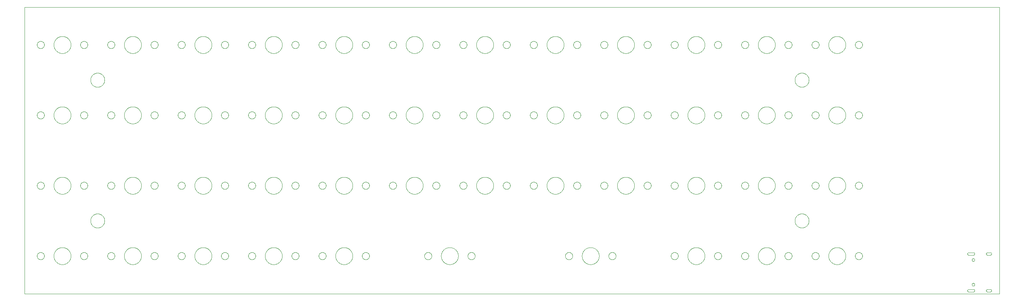
<source format=gko>
G75*
%MOIN*%
%OFA0B0*%
%FSLAX25Y25*%
%IPPOS*%
%LPD*%
%AMOC8*
5,1,8,0,0,1.08239X$1,22.5*
%
%ADD10C,0.00000*%
%ADD11C,0.00039*%
D10*
X0001500Y0001500D02*
X0001500Y0266201D01*
X0901421Y0266201D01*
X0901421Y0001500D01*
X0001500Y0001500D01*
X0013154Y0036500D02*
X0013156Y0036615D01*
X0013162Y0036731D01*
X0013172Y0036846D01*
X0013186Y0036961D01*
X0013204Y0037075D01*
X0013226Y0037188D01*
X0013251Y0037301D01*
X0013281Y0037412D01*
X0013314Y0037523D01*
X0013351Y0037632D01*
X0013392Y0037740D01*
X0013437Y0037847D01*
X0013485Y0037952D01*
X0013537Y0038055D01*
X0013593Y0038156D01*
X0013652Y0038256D01*
X0013714Y0038353D01*
X0013780Y0038448D01*
X0013848Y0038541D01*
X0013920Y0038631D01*
X0013995Y0038719D01*
X0014074Y0038804D01*
X0014155Y0038886D01*
X0014238Y0038966D01*
X0014325Y0039042D01*
X0014414Y0039116D01*
X0014505Y0039186D01*
X0014599Y0039254D01*
X0014695Y0039318D01*
X0014794Y0039378D01*
X0014894Y0039435D01*
X0014996Y0039489D01*
X0015100Y0039539D01*
X0015206Y0039586D01*
X0015313Y0039629D01*
X0015422Y0039668D01*
X0015532Y0039703D01*
X0015643Y0039734D01*
X0015755Y0039762D01*
X0015868Y0039786D01*
X0015982Y0039806D01*
X0016097Y0039822D01*
X0016212Y0039834D01*
X0016327Y0039842D01*
X0016442Y0039846D01*
X0016558Y0039846D01*
X0016673Y0039842D01*
X0016788Y0039834D01*
X0016903Y0039822D01*
X0017018Y0039806D01*
X0017132Y0039786D01*
X0017245Y0039762D01*
X0017357Y0039734D01*
X0017468Y0039703D01*
X0017578Y0039668D01*
X0017687Y0039629D01*
X0017794Y0039586D01*
X0017900Y0039539D01*
X0018004Y0039489D01*
X0018106Y0039435D01*
X0018206Y0039378D01*
X0018305Y0039318D01*
X0018401Y0039254D01*
X0018495Y0039186D01*
X0018586Y0039116D01*
X0018675Y0039042D01*
X0018762Y0038966D01*
X0018845Y0038886D01*
X0018926Y0038804D01*
X0019005Y0038719D01*
X0019080Y0038631D01*
X0019152Y0038541D01*
X0019220Y0038448D01*
X0019286Y0038353D01*
X0019348Y0038256D01*
X0019407Y0038156D01*
X0019463Y0038055D01*
X0019515Y0037952D01*
X0019563Y0037847D01*
X0019608Y0037740D01*
X0019649Y0037632D01*
X0019686Y0037523D01*
X0019719Y0037412D01*
X0019749Y0037301D01*
X0019774Y0037188D01*
X0019796Y0037075D01*
X0019814Y0036961D01*
X0019828Y0036846D01*
X0019838Y0036731D01*
X0019844Y0036615D01*
X0019846Y0036500D01*
X0019844Y0036385D01*
X0019838Y0036269D01*
X0019828Y0036154D01*
X0019814Y0036039D01*
X0019796Y0035925D01*
X0019774Y0035812D01*
X0019749Y0035699D01*
X0019719Y0035588D01*
X0019686Y0035477D01*
X0019649Y0035368D01*
X0019608Y0035260D01*
X0019563Y0035153D01*
X0019515Y0035048D01*
X0019463Y0034945D01*
X0019407Y0034844D01*
X0019348Y0034744D01*
X0019286Y0034647D01*
X0019220Y0034552D01*
X0019152Y0034459D01*
X0019080Y0034369D01*
X0019005Y0034281D01*
X0018926Y0034196D01*
X0018845Y0034114D01*
X0018762Y0034034D01*
X0018675Y0033958D01*
X0018586Y0033884D01*
X0018495Y0033814D01*
X0018401Y0033746D01*
X0018305Y0033682D01*
X0018206Y0033622D01*
X0018106Y0033565D01*
X0018004Y0033511D01*
X0017900Y0033461D01*
X0017794Y0033414D01*
X0017687Y0033371D01*
X0017578Y0033332D01*
X0017468Y0033297D01*
X0017357Y0033266D01*
X0017245Y0033238D01*
X0017132Y0033214D01*
X0017018Y0033194D01*
X0016903Y0033178D01*
X0016788Y0033166D01*
X0016673Y0033158D01*
X0016558Y0033154D01*
X0016442Y0033154D01*
X0016327Y0033158D01*
X0016212Y0033166D01*
X0016097Y0033178D01*
X0015982Y0033194D01*
X0015868Y0033214D01*
X0015755Y0033238D01*
X0015643Y0033266D01*
X0015532Y0033297D01*
X0015422Y0033332D01*
X0015313Y0033371D01*
X0015206Y0033414D01*
X0015100Y0033461D01*
X0014996Y0033511D01*
X0014894Y0033565D01*
X0014794Y0033622D01*
X0014695Y0033682D01*
X0014599Y0033746D01*
X0014505Y0033814D01*
X0014414Y0033884D01*
X0014325Y0033958D01*
X0014238Y0034034D01*
X0014155Y0034114D01*
X0014074Y0034196D01*
X0013995Y0034281D01*
X0013920Y0034369D01*
X0013848Y0034459D01*
X0013780Y0034552D01*
X0013714Y0034647D01*
X0013652Y0034744D01*
X0013593Y0034844D01*
X0013537Y0034945D01*
X0013485Y0035048D01*
X0013437Y0035153D01*
X0013392Y0035260D01*
X0013351Y0035368D01*
X0013314Y0035477D01*
X0013281Y0035588D01*
X0013251Y0035699D01*
X0013226Y0035812D01*
X0013204Y0035925D01*
X0013186Y0036039D01*
X0013172Y0036154D01*
X0013162Y0036269D01*
X0013156Y0036385D01*
X0013154Y0036500D01*
X0028626Y0036500D02*
X0028628Y0036693D01*
X0028635Y0036886D01*
X0028647Y0037079D01*
X0028664Y0037272D01*
X0028685Y0037464D01*
X0028711Y0037655D01*
X0028742Y0037846D01*
X0028777Y0038036D01*
X0028817Y0038225D01*
X0028862Y0038413D01*
X0028911Y0038600D01*
X0028965Y0038786D01*
X0029023Y0038970D01*
X0029086Y0039153D01*
X0029154Y0039334D01*
X0029225Y0039513D01*
X0029302Y0039691D01*
X0029382Y0039867D01*
X0029467Y0040040D01*
X0029556Y0040212D01*
X0029649Y0040381D01*
X0029746Y0040548D01*
X0029848Y0040713D01*
X0029953Y0040875D01*
X0030062Y0041034D01*
X0030176Y0041191D01*
X0030293Y0041344D01*
X0030413Y0041495D01*
X0030538Y0041643D01*
X0030666Y0041788D01*
X0030797Y0041929D01*
X0030932Y0042068D01*
X0031071Y0042203D01*
X0031212Y0042334D01*
X0031357Y0042462D01*
X0031505Y0042587D01*
X0031656Y0042707D01*
X0031809Y0042824D01*
X0031966Y0042938D01*
X0032125Y0043047D01*
X0032287Y0043152D01*
X0032452Y0043254D01*
X0032619Y0043351D01*
X0032788Y0043444D01*
X0032960Y0043533D01*
X0033133Y0043618D01*
X0033309Y0043698D01*
X0033487Y0043775D01*
X0033666Y0043846D01*
X0033847Y0043914D01*
X0034030Y0043977D01*
X0034214Y0044035D01*
X0034400Y0044089D01*
X0034587Y0044138D01*
X0034775Y0044183D01*
X0034964Y0044223D01*
X0035154Y0044258D01*
X0035345Y0044289D01*
X0035536Y0044315D01*
X0035728Y0044336D01*
X0035921Y0044353D01*
X0036114Y0044365D01*
X0036307Y0044372D01*
X0036500Y0044374D01*
X0036693Y0044372D01*
X0036886Y0044365D01*
X0037079Y0044353D01*
X0037272Y0044336D01*
X0037464Y0044315D01*
X0037655Y0044289D01*
X0037846Y0044258D01*
X0038036Y0044223D01*
X0038225Y0044183D01*
X0038413Y0044138D01*
X0038600Y0044089D01*
X0038786Y0044035D01*
X0038970Y0043977D01*
X0039153Y0043914D01*
X0039334Y0043846D01*
X0039513Y0043775D01*
X0039691Y0043698D01*
X0039867Y0043618D01*
X0040040Y0043533D01*
X0040212Y0043444D01*
X0040381Y0043351D01*
X0040548Y0043254D01*
X0040713Y0043152D01*
X0040875Y0043047D01*
X0041034Y0042938D01*
X0041191Y0042824D01*
X0041344Y0042707D01*
X0041495Y0042587D01*
X0041643Y0042462D01*
X0041788Y0042334D01*
X0041929Y0042203D01*
X0042068Y0042068D01*
X0042203Y0041929D01*
X0042334Y0041788D01*
X0042462Y0041643D01*
X0042587Y0041495D01*
X0042707Y0041344D01*
X0042824Y0041191D01*
X0042938Y0041034D01*
X0043047Y0040875D01*
X0043152Y0040713D01*
X0043254Y0040548D01*
X0043351Y0040381D01*
X0043444Y0040212D01*
X0043533Y0040040D01*
X0043618Y0039867D01*
X0043698Y0039691D01*
X0043775Y0039513D01*
X0043846Y0039334D01*
X0043914Y0039153D01*
X0043977Y0038970D01*
X0044035Y0038786D01*
X0044089Y0038600D01*
X0044138Y0038413D01*
X0044183Y0038225D01*
X0044223Y0038036D01*
X0044258Y0037846D01*
X0044289Y0037655D01*
X0044315Y0037464D01*
X0044336Y0037272D01*
X0044353Y0037079D01*
X0044365Y0036886D01*
X0044372Y0036693D01*
X0044374Y0036500D01*
X0044372Y0036307D01*
X0044365Y0036114D01*
X0044353Y0035921D01*
X0044336Y0035728D01*
X0044315Y0035536D01*
X0044289Y0035345D01*
X0044258Y0035154D01*
X0044223Y0034964D01*
X0044183Y0034775D01*
X0044138Y0034587D01*
X0044089Y0034400D01*
X0044035Y0034214D01*
X0043977Y0034030D01*
X0043914Y0033847D01*
X0043846Y0033666D01*
X0043775Y0033487D01*
X0043698Y0033309D01*
X0043618Y0033133D01*
X0043533Y0032960D01*
X0043444Y0032788D01*
X0043351Y0032619D01*
X0043254Y0032452D01*
X0043152Y0032287D01*
X0043047Y0032125D01*
X0042938Y0031966D01*
X0042824Y0031809D01*
X0042707Y0031656D01*
X0042587Y0031505D01*
X0042462Y0031357D01*
X0042334Y0031212D01*
X0042203Y0031071D01*
X0042068Y0030932D01*
X0041929Y0030797D01*
X0041788Y0030666D01*
X0041643Y0030538D01*
X0041495Y0030413D01*
X0041344Y0030293D01*
X0041191Y0030176D01*
X0041034Y0030062D01*
X0040875Y0029953D01*
X0040713Y0029848D01*
X0040548Y0029746D01*
X0040381Y0029649D01*
X0040212Y0029556D01*
X0040040Y0029467D01*
X0039867Y0029382D01*
X0039691Y0029302D01*
X0039513Y0029225D01*
X0039334Y0029154D01*
X0039153Y0029086D01*
X0038970Y0029023D01*
X0038786Y0028965D01*
X0038600Y0028911D01*
X0038413Y0028862D01*
X0038225Y0028817D01*
X0038036Y0028777D01*
X0037846Y0028742D01*
X0037655Y0028711D01*
X0037464Y0028685D01*
X0037272Y0028664D01*
X0037079Y0028647D01*
X0036886Y0028635D01*
X0036693Y0028628D01*
X0036500Y0028626D01*
X0036307Y0028628D01*
X0036114Y0028635D01*
X0035921Y0028647D01*
X0035728Y0028664D01*
X0035536Y0028685D01*
X0035345Y0028711D01*
X0035154Y0028742D01*
X0034964Y0028777D01*
X0034775Y0028817D01*
X0034587Y0028862D01*
X0034400Y0028911D01*
X0034214Y0028965D01*
X0034030Y0029023D01*
X0033847Y0029086D01*
X0033666Y0029154D01*
X0033487Y0029225D01*
X0033309Y0029302D01*
X0033133Y0029382D01*
X0032960Y0029467D01*
X0032788Y0029556D01*
X0032619Y0029649D01*
X0032452Y0029746D01*
X0032287Y0029848D01*
X0032125Y0029953D01*
X0031966Y0030062D01*
X0031809Y0030176D01*
X0031656Y0030293D01*
X0031505Y0030413D01*
X0031357Y0030538D01*
X0031212Y0030666D01*
X0031071Y0030797D01*
X0030932Y0030932D01*
X0030797Y0031071D01*
X0030666Y0031212D01*
X0030538Y0031357D01*
X0030413Y0031505D01*
X0030293Y0031656D01*
X0030176Y0031809D01*
X0030062Y0031966D01*
X0029953Y0032125D01*
X0029848Y0032287D01*
X0029746Y0032452D01*
X0029649Y0032619D01*
X0029556Y0032788D01*
X0029467Y0032960D01*
X0029382Y0033133D01*
X0029302Y0033309D01*
X0029225Y0033487D01*
X0029154Y0033666D01*
X0029086Y0033847D01*
X0029023Y0034030D01*
X0028965Y0034214D01*
X0028911Y0034400D01*
X0028862Y0034587D01*
X0028817Y0034775D01*
X0028777Y0034964D01*
X0028742Y0035154D01*
X0028711Y0035345D01*
X0028685Y0035536D01*
X0028664Y0035728D01*
X0028647Y0035921D01*
X0028635Y0036114D01*
X0028628Y0036307D01*
X0028626Y0036500D01*
X0053154Y0036500D02*
X0053156Y0036615D01*
X0053162Y0036731D01*
X0053172Y0036846D01*
X0053186Y0036961D01*
X0053204Y0037075D01*
X0053226Y0037188D01*
X0053251Y0037301D01*
X0053281Y0037412D01*
X0053314Y0037523D01*
X0053351Y0037632D01*
X0053392Y0037740D01*
X0053437Y0037847D01*
X0053485Y0037952D01*
X0053537Y0038055D01*
X0053593Y0038156D01*
X0053652Y0038256D01*
X0053714Y0038353D01*
X0053780Y0038448D01*
X0053848Y0038541D01*
X0053920Y0038631D01*
X0053995Y0038719D01*
X0054074Y0038804D01*
X0054155Y0038886D01*
X0054238Y0038966D01*
X0054325Y0039042D01*
X0054414Y0039116D01*
X0054505Y0039186D01*
X0054599Y0039254D01*
X0054695Y0039318D01*
X0054794Y0039378D01*
X0054894Y0039435D01*
X0054996Y0039489D01*
X0055100Y0039539D01*
X0055206Y0039586D01*
X0055313Y0039629D01*
X0055422Y0039668D01*
X0055532Y0039703D01*
X0055643Y0039734D01*
X0055755Y0039762D01*
X0055868Y0039786D01*
X0055982Y0039806D01*
X0056097Y0039822D01*
X0056212Y0039834D01*
X0056327Y0039842D01*
X0056442Y0039846D01*
X0056558Y0039846D01*
X0056673Y0039842D01*
X0056788Y0039834D01*
X0056903Y0039822D01*
X0057018Y0039806D01*
X0057132Y0039786D01*
X0057245Y0039762D01*
X0057357Y0039734D01*
X0057468Y0039703D01*
X0057578Y0039668D01*
X0057687Y0039629D01*
X0057794Y0039586D01*
X0057900Y0039539D01*
X0058004Y0039489D01*
X0058106Y0039435D01*
X0058206Y0039378D01*
X0058305Y0039318D01*
X0058401Y0039254D01*
X0058495Y0039186D01*
X0058586Y0039116D01*
X0058675Y0039042D01*
X0058762Y0038966D01*
X0058845Y0038886D01*
X0058926Y0038804D01*
X0059005Y0038719D01*
X0059080Y0038631D01*
X0059152Y0038541D01*
X0059220Y0038448D01*
X0059286Y0038353D01*
X0059348Y0038256D01*
X0059407Y0038156D01*
X0059463Y0038055D01*
X0059515Y0037952D01*
X0059563Y0037847D01*
X0059608Y0037740D01*
X0059649Y0037632D01*
X0059686Y0037523D01*
X0059719Y0037412D01*
X0059749Y0037301D01*
X0059774Y0037188D01*
X0059796Y0037075D01*
X0059814Y0036961D01*
X0059828Y0036846D01*
X0059838Y0036731D01*
X0059844Y0036615D01*
X0059846Y0036500D01*
X0059844Y0036385D01*
X0059838Y0036269D01*
X0059828Y0036154D01*
X0059814Y0036039D01*
X0059796Y0035925D01*
X0059774Y0035812D01*
X0059749Y0035699D01*
X0059719Y0035588D01*
X0059686Y0035477D01*
X0059649Y0035368D01*
X0059608Y0035260D01*
X0059563Y0035153D01*
X0059515Y0035048D01*
X0059463Y0034945D01*
X0059407Y0034844D01*
X0059348Y0034744D01*
X0059286Y0034647D01*
X0059220Y0034552D01*
X0059152Y0034459D01*
X0059080Y0034369D01*
X0059005Y0034281D01*
X0058926Y0034196D01*
X0058845Y0034114D01*
X0058762Y0034034D01*
X0058675Y0033958D01*
X0058586Y0033884D01*
X0058495Y0033814D01*
X0058401Y0033746D01*
X0058305Y0033682D01*
X0058206Y0033622D01*
X0058106Y0033565D01*
X0058004Y0033511D01*
X0057900Y0033461D01*
X0057794Y0033414D01*
X0057687Y0033371D01*
X0057578Y0033332D01*
X0057468Y0033297D01*
X0057357Y0033266D01*
X0057245Y0033238D01*
X0057132Y0033214D01*
X0057018Y0033194D01*
X0056903Y0033178D01*
X0056788Y0033166D01*
X0056673Y0033158D01*
X0056558Y0033154D01*
X0056442Y0033154D01*
X0056327Y0033158D01*
X0056212Y0033166D01*
X0056097Y0033178D01*
X0055982Y0033194D01*
X0055868Y0033214D01*
X0055755Y0033238D01*
X0055643Y0033266D01*
X0055532Y0033297D01*
X0055422Y0033332D01*
X0055313Y0033371D01*
X0055206Y0033414D01*
X0055100Y0033461D01*
X0054996Y0033511D01*
X0054894Y0033565D01*
X0054794Y0033622D01*
X0054695Y0033682D01*
X0054599Y0033746D01*
X0054505Y0033814D01*
X0054414Y0033884D01*
X0054325Y0033958D01*
X0054238Y0034034D01*
X0054155Y0034114D01*
X0054074Y0034196D01*
X0053995Y0034281D01*
X0053920Y0034369D01*
X0053848Y0034459D01*
X0053780Y0034552D01*
X0053714Y0034647D01*
X0053652Y0034744D01*
X0053593Y0034844D01*
X0053537Y0034945D01*
X0053485Y0035048D01*
X0053437Y0035153D01*
X0053392Y0035260D01*
X0053351Y0035368D01*
X0053314Y0035477D01*
X0053281Y0035588D01*
X0053251Y0035699D01*
X0053226Y0035812D01*
X0053204Y0035925D01*
X0053186Y0036039D01*
X0053172Y0036154D01*
X0053162Y0036269D01*
X0053156Y0036385D01*
X0053154Y0036500D01*
X0078154Y0036500D02*
X0078156Y0036615D01*
X0078162Y0036731D01*
X0078172Y0036846D01*
X0078186Y0036961D01*
X0078204Y0037075D01*
X0078226Y0037188D01*
X0078251Y0037301D01*
X0078281Y0037412D01*
X0078314Y0037523D01*
X0078351Y0037632D01*
X0078392Y0037740D01*
X0078437Y0037847D01*
X0078485Y0037952D01*
X0078537Y0038055D01*
X0078593Y0038156D01*
X0078652Y0038256D01*
X0078714Y0038353D01*
X0078780Y0038448D01*
X0078848Y0038541D01*
X0078920Y0038631D01*
X0078995Y0038719D01*
X0079074Y0038804D01*
X0079155Y0038886D01*
X0079238Y0038966D01*
X0079325Y0039042D01*
X0079414Y0039116D01*
X0079505Y0039186D01*
X0079599Y0039254D01*
X0079695Y0039318D01*
X0079794Y0039378D01*
X0079894Y0039435D01*
X0079996Y0039489D01*
X0080100Y0039539D01*
X0080206Y0039586D01*
X0080313Y0039629D01*
X0080422Y0039668D01*
X0080532Y0039703D01*
X0080643Y0039734D01*
X0080755Y0039762D01*
X0080868Y0039786D01*
X0080982Y0039806D01*
X0081097Y0039822D01*
X0081212Y0039834D01*
X0081327Y0039842D01*
X0081442Y0039846D01*
X0081558Y0039846D01*
X0081673Y0039842D01*
X0081788Y0039834D01*
X0081903Y0039822D01*
X0082018Y0039806D01*
X0082132Y0039786D01*
X0082245Y0039762D01*
X0082357Y0039734D01*
X0082468Y0039703D01*
X0082578Y0039668D01*
X0082687Y0039629D01*
X0082794Y0039586D01*
X0082900Y0039539D01*
X0083004Y0039489D01*
X0083106Y0039435D01*
X0083206Y0039378D01*
X0083305Y0039318D01*
X0083401Y0039254D01*
X0083495Y0039186D01*
X0083586Y0039116D01*
X0083675Y0039042D01*
X0083762Y0038966D01*
X0083845Y0038886D01*
X0083926Y0038804D01*
X0084005Y0038719D01*
X0084080Y0038631D01*
X0084152Y0038541D01*
X0084220Y0038448D01*
X0084286Y0038353D01*
X0084348Y0038256D01*
X0084407Y0038156D01*
X0084463Y0038055D01*
X0084515Y0037952D01*
X0084563Y0037847D01*
X0084608Y0037740D01*
X0084649Y0037632D01*
X0084686Y0037523D01*
X0084719Y0037412D01*
X0084749Y0037301D01*
X0084774Y0037188D01*
X0084796Y0037075D01*
X0084814Y0036961D01*
X0084828Y0036846D01*
X0084838Y0036731D01*
X0084844Y0036615D01*
X0084846Y0036500D01*
X0084844Y0036385D01*
X0084838Y0036269D01*
X0084828Y0036154D01*
X0084814Y0036039D01*
X0084796Y0035925D01*
X0084774Y0035812D01*
X0084749Y0035699D01*
X0084719Y0035588D01*
X0084686Y0035477D01*
X0084649Y0035368D01*
X0084608Y0035260D01*
X0084563Y0035153D01*
X0084515Y0035048D01*
X0084463Y0034945D01*
X0084407Y0034844D01*
X0084348Y0034744D01*
X0084286Y0034647D01*
X0084220Y0034552D01*
X0084152Y0034459D01*
X0084080Y0034369D01*
X0084005Y0034281D01*
X0083926Y0034196D01*
X0083845Y0034114D01*
X0083762Y0034034D01*
X0083675Y0033958D01*
X0083586Y0033884D01*
X0083495Y0033814D01*
X0083401Y0033746D01*
X0083305Y0033682D01*
X0083206Y0033622D01*
X0083106Y0033565D01*
X0083004Y0033511D01*
X0082900Y0033461D01*
X0082794Y0033414D01*
X0082687Y0033371D01*
X0082578Y0033332D01*
X0082468Y0033297D01*
X0082357Y0033266D01*
X0082245Y0033238D01*
X0082132Y0033214D01*
X0082018Y0033194D01*
X0081903Y0033178D01*
X0081788Y0033166D01*
X0081673Y0033158D01*
X0081558Y0033154D01*
X0081442Y0033154D01*
X0081327Y0033158D01*
X0081212Y0033166D01*
X0081097Y0033178D01*
X0080982Y0033194D01*
X0080868Y0033214D01*
X0080755Y0033238D01*
X0080643Y0033266D01*
X0080532Y0033297D01*
X0080422Y0033332D01*
X0080313Y0033371D01*
X0080206Y0033414D01*
X0080100Y0033461D01*
X0079996Y0033511D01*
X0079894Y0033565D01*
X0079794Y0033622D01*
X0079695Y0033682D01*
X0079599Y0033746D01*
X0079505Y0033814D01*
X0079414Y0033884D01*
X0079325Y0033958D01*
X0079238Y0034034D01*
X0079155Y0034114D01*
X0079074Y0034196D01*
X0078995Y0034281D01*
X0078920Y0034369D01*
X0078848Y0034459D01*
X0078780Y0034552D01*
X0078714Y0034647D01*
X0078652Y0034744D01*
X0078593Y0034844D01*
X0078537Y0034945D01*
X0078485Y0035048D01*
X0078437Y0035153D01*
X0078392Y0035260D01*
X0078351Y0035368D01*
X0078314Y0035477D01*
X0078281Y0035588D01*
X0078251Y0035699D01*
X0078226Y0035812D01*
X0078204Y0035925D01*
X0078186Y0036039D01*
X0078172Y0036154D01*
X0078162Y0036269D01*
X0078156Y0036385D01*
X0078154Y0036500D01*
X0093626Y0036500D02*
X0093628Y0036693D01*
X0093635Y0036886D01*
X0093647Y0037079D01*
X0093664Y0037272D01*
X0093685Y0037464D01*
X0093711Y0037655D01*
X0093742Y0037846D01*
X0093777Y0038036D01*
X0093817Y0038225D01*
X0093862Y0038413D01*
X0093911Y0038600D01*
X0093965Y0038786D01*
X0094023Y0038970D01*
X0094086Y0039153D01*
X0094154Y0039334D01*
X0094225Y0039513D01*
X0094302Y0039691D01*
X0094382Y0039867D01*
X0094467Y0040040D01*
X0094556Y0040212D01*
X0094649Y0040381D01*
X0094746Y0040548D01*
X0094848Y0040713D01*
X0094953Y0040875D01*
X0095062Y0041034D01*
X0095176Y0041191D01*
X0095293Y0041344D01*
X0095413Y0041495D01*
X0095538Y0041643D01*
X0095666Y0041788D01*
X0095797Y0041929D01*
X0095932Y0042068D01*
X0096071Y0042203D01*
X0096212Y0042334D01*
X0096357Y0042462D01*
X0096505Y0042587D01*
X0096656Y0042707D01*
X0096809Y0042824D01*
X0096966Y0042938D01*
X0097125Y0043047D01*
X0097287Y0043152D01*
X0097452Y0043254D01*
X0097619Y0043351D01*
X0097788Y0043444D01*
X0097960Y0043533D01*
X0098133Y0043618D01*
X0098309Y0043698D01*
X0098487Y0043775D01*
X0098666Y0043846D01*
X0098847Y0043914D01*
X0099030Y0043977D01*
X0099214Y0044035D01*
X0099400Y0044089D01*
X0099587Y0044138D01*
X0099775Y0044183D01*
X0099964Y0044223D01*
X0100154Y0044258D01*
X0100345Y0044289D01*
X0100536Y0044315D01*
X0100728Y0044336D01*
X0100921Y0044353D01*
X0101114Y0044365D01*
X0101307Y0044372D01*
X0101500Y0044374D01*
X0101693Y0044372D01*
X0101886Y0044365D01*
X0102079Y0044353D01*
X0102272Y0044336D01*
X0102464Y0044315D01*
X0102655Y0044289D01*
X0102846Y0044258D01*
X0103036Y0044223D01*
X0103225Y0044183D01*
X0103413Y0044138D01*
X0103600Y0044089D01*
X0103786Y0044035D01*
X0103970Y0043977D01*
X0104153Y0043914D01*
X0104334Y0043846D01*
X0104513Y0043775D01*
X0104691Y0043698D01*
X0104867Y0043618D01*
X0105040Y0043533D01*
X0105212Y0043444D01*
X0105381Y0043351D01*
X0105548Y0043254D01*
X0105713Y0043152D01*
X0105875Y0043047D01*
X0106034Y0042938D01*
X0106191Y0042824D01*
X0106344Y0042707D01*
X0106495Y0042587D01*
X0106643Y0042462D01*
X0106788Y0042334D01*
X0106929Y0042203D01*
X0107068Y0042068D01*
X0107203Y0041929D01*
X0107334Y0041788D01*
X0107462Y0041643D01*
X0107587Y0041495D01*
X0107707Y0041344D01*
X0107824Y0041191D01*
X0107938Y0041034D01*
X0108047Y0040875D01*
X0108152Y0040713D01*
X0108254Y0040548D01*
X0108351Y0040381D01*
X0108444Y0040212D01*
X0108533Y0040040D01*
X0108618Y0039867D01*
X0108698Y0039691D01*
X0108775Y0039513D01*
X0108846Y0039334D01*
X0108914Y0039153D01*
X0108977Y0038970D01*
X0109035Y0038786D01*
X0109089Y0038600D01*
X0109138Y0038413D01*
X0109183Y0038225D01*
X0109223Y0038036D01*
X0109258Y0037846D01*
X0109289Y0037655D01*
X0109315Y0037464D01*
X0109336Y0037272D01*
X0109353Y0037079D01*
X0109365Y0036886D01*
X0109372Y0036693D01*
X0109374Y0036500D01*
X0109372Y0036307D01*
X0109365Y0036114D01*
X0109353Y0035921D01*
X0109336Y0035728D01*
X0109315Y0035536D01*
X0109289Y0035345D01*
X0109258Y0035154D01*
X0109223Y0034964D01*
X0109183Y0034775D01*
X0109138Y0034587D01*
X0109089Y0034400D01*
X0109035Y0034214D01*
X0108977Y0034030D01*
X0108914Y0033847D01*
X0108846Y0033666D01*
X0108775Y0033487D01*
X0108698Y0033309D01*
X0108618Y0033133D01*
X0108533Y0032960D01*
X0108444Y0032788D01*
X0108351Y0032619D01*
X0108254Y0032452D01*
X0108152Y0032287D01*
X0108047Y0032125D01*
X0107938Y0031966D01*
X0107824Y0031809D01*
X0107707Y0031656D01*
X0107587Y0031505D01*
X0107462Y0031357D01*
X0107334Y0031212D01*
X0107203Y0031071D01*
X0107068Y0030932D01*
X0106929Y0030797D01*
X0106788Y0030666D01*
X0106643Y0030538D01*
X0106495Y0030413D01*
X0106344Y0030293D01*
X0106191Y0030176D01*
X0106034Y0030062D01*
X0105875Y0029953D01*
X0105713Y0029848D01*
X0105548Y0029746D01*
X0105381Y0029649D01*
X0105212Y0029556D01*
X0105040Y0029467D01*
X0104867Y0029382D01*
X0104691Y0029302D01*
X0104513Y0029225D01*
X0104334Y0029154D01*
X0104153Y0029086D01*
X0103970Y0029023D01*
X0103786Y0028965D01*
X0103600Y0028911D01*
X0103413Y0028862D01*
X0103225Y0028817D01*
X0103036Y0028777D01*
X0102846Y0028742D01*
X0102655Y0028711D01*
X0102464Y0028685D01*
X0102272Y0028664D01*
X0102079Y0028647D01*
X0101886Y0028635D01*
X0101693Y0028628D01*
X0101500Y0028626D01*
X0101307Y0028628D01*
X0101114Y0028635D01*
X0100921Y0028647D01*
X0100728Y0028664D01*
X0100536Y0028685D01*
X0100345Y0028711D01*
X0100154Y0028742D01*
X0099964Y0028777D01*
X0099775Y0028817D01*
X0099587Y0028862D01*
X0099400Y0028911D01*
X0099214Y0028965D01*
X0099030Y0029023D01*
X0098847Y0029086D01*
X0098666Y0029154D01*
X0098487Y0029225D01*
X0098309Y0029302D01*
X0098133Y0029382D01*
X0097960Y0029467D01*
X0097788Y0029556D01*
X0097619Y0029649D01*
X0097452Y0029746D01*
X0097287Y0029848D01*
X0097125Y0029953D01*
X0096966Y0030062D01*
X0096809Y0030176D01*
X0096656Y0030293D01*
X0096505Y0030413D01*
X0096357Y0030538D01*
X0096212Y0030666D01*
X0096071Y0030797D01*
X0095932Y0030932D01*
X0095797Y0031071D01*
X0095666Y0031212D01*
X0095538Y0031357D01*
X0095413Y0031505D01*
X0095293Y0031656D01*
X0095176Y0031809D01*
X0095062Y0031966D01*
X0094953Y0032125D01*
X0094848Y0032287D01*
X0094746Y0032452D01*
X0094649Y0032619D01*
X0094556Y0032788D01*
X0094467Y0032960D01*
X0094382Y0033133D01*
X0094302Y0033309D01*
X0094225Y0033487D01*
X0094154Y0033666D01*
X0094086Y0033847D01*
X0094023Y0034030D01*
X0093965Y0034214D01*
X0093911Y0034400D01*
X0093862Y0034587D01*
X0093817Y0034775D01*
X0093777Y0034964D01*
X0093742Y0035154D01*
X0093711Y0035345D01*
X0093685Y0035536D01*
X0093664Y0035728D01*
X0093647Y0035921D01*
X0093635Y0036114D01*
X0093628Y0036307D01*
X0093626Y0036500D01*
X0118154Y0036500D02*
X0118156Y0036615D01*
X0118162Y0036731D01*
X0118172Y0036846D01*
X0118186Y0036961D01*
X0118204Y0037075D01*
X0118226Y0037188D01*
X0118251Y0037301D01*
X0118281Y0037412D01*
X0118314Y0037523D01*
X0118351Y0037632D01*
X0118392Y0037740D01*
X0118437Y0037847D01*
X0118485Y0037952D01*
X0118537Y0038055D01*
X0118593Y0038156D01*
X0118652Y0038256D01*
X0118714Y0038353D01*
X0118780Y0038448D01*
X0118848Y0038541D01*
X0118920Y0038631D01*
X0118995Y0038719D01*
X0119074Y0038804D01*
X0119155Y0038886D01*
X0119238Y0038966D01*
X0119325Y0039042D01*
X0119414Y0039116D01*
X0119505Y0039186D01*
X0119599Y0039254D01*
X0119695Y0039318D01*
X0119794Y0039378D01*
X0119894Y0039435D01*
X0119996Y0039489D01*
X0120100Y0039539D01*
X0120206Y0039586D01*
X0120313Y0039629D01*
X0120422Y0039668D01*
X0120532Y0039703D01*
X0120643Y0039734D01*
X0120755Y0039762D01*
X0120868Y0039786D01*
X0120982Y0039806D01*
X0121097Y0039822D01*
X0121212Y0039834D01*
X0121327Y0039842D01*
X0121442Y0039846D01*
X0121558Y0039846D01*
X0121673Y0039842D01*
X0121788Y0039834D01*
X0121903Y0039822D01*
X0122018Y0039806D01*
X0122132Y0039786D01*
X0122245Y0039762D01*
X0122357Y0039734D01*
X0122468Y0039703D01*
X0122578Y0039668D01*
X0122687Y0039629D01*
X0122794Y0039586D01*
X0122900Y0039539D01*
X0123004Y0039489D01*
X0123106Y0039435D01*
X0123206Y0039378D01*
X0123305Y0039318D01*
X0123401Y0039254D01*
X0123495Y0039186D01*
X0123586Y0039116D01*
X0123675Y0039042D01*
X0123762Y0038966D01*
X0123845Y0038886D01*
X0123926Y0038804D01*
X0124005Y0038719D01*
X0124080Y0038631D01*
X0124152Y0038541D01*
X0124220Y0038448D01*
X0124286Y0038353D01*
X0124348Y0038256D01*
X0124407Y0038156D01*
X0124463Y0038055D01*
X0124515Y0037952D01*
X0124563Y0037847D01*
X0124608Y0037740D01*
X0124649Y0037632D01*
X0124686Y0037523D01*
X0124719Y0037412D01*
X0124749Y0037301D01*
X0124774Y0037188D01*
X0124796Y0037075D01*
X0124814Y0036961D01*
X0124828Y0036846D01*
X0124838Y0036731D01*
X0124844Y0036615D01*
X0124846Y0036500D01*
X0124844Y0036385D01*
X0124838Y0036269D01*
X0124828Y0036154D01*
X0124814Y0036039D01*
X0124796Y0035925D01*
X0124774Y0035812D01*
X0124749Y0035699D01*
X0124719Y0035588D01*
X0124686Y0035477D01*
X0124649Y0035368D01*
X0124608Y0035260D01*
X0124563Y0035153D01*
X0124515Y0035048D01*
X0124463Y0034945D01*
X0124407Y0034844D01*
X0124348Y0034744D01*
X0124286Y0034647D01*
X0124220Y0034552D01*
X0124152Y0034459D01*
X0124080Y0034369D01*
X0124005Y0034281D01*
X0123926Y0034196D01*
X0123845Y0034114D01*
X0123762Y0034034D01*
X0123675Y0033958D01*
X0123586Y0033884D01*
X0123495Y0033814D01*
X0123401Y0033746D01*
X0123305Y0033682D01*
X0123206Y0033622D01*
X0123106Y0033565D01*
X0123004Y0033511D01*
X0122900Y0033461D01*
X0122794Y0033414D01*
X0122687Y0033371D01*
X0122578Y0033332D01*
X0122468Y0033297D01*
X0122357Y0033266D01*
X0122245Y0033238D01*
X0122132Y0033214D01*
X0122018Y0033194D01*
X0121903Y0033178D01*
X0121788Y0033166D01*
X0121673Y0033158D01*
X0121558Y0033154D01*
X0121442Y0033154D01*
X0121327Y0033158D01*
X0121212Y0033166D01*
X0121097Y0033178D01*
X0120982Y0033194D01*
X0120868Y0033214D01*
X0120755Y0033238D01*
X0120643Y0033266D01*
X0120532Y0033297D01*
X0120422Y0033332D01*
X0120313Y0033371D01*
X0120206Y0033414D01*
X0120100Y0033461D01*
X0119996Y0033511D01*
X0119894Y0033565D01*
X0119794Y0033622D01*
X0119695Y0033682D01*
X0119599Y0033746D01*
X0119505Y0033814D01*
X0119414Y0033884D01*
X0119325Y0033958D01*
X0119238Y0034034D01*
X0119155Y0034114D01*
X0119074Y0034196D01*
X0118995Y0034281D01*
X0118920Y0034369D01*
X0118848Y0034459D01*
X0118780Y0034552D01*
X0118714Y0034647D01*
X0118652Y0034744D01*
X0118593Y0034844D01*
X0118537Y0034945D01*
X0118485Y0035048D01*
X0118437Y0035153D01*
X0118392Y0035260D01*
X0118351Y0035368D01*
X0118314Y0035477D01*
X0118281Y0035588D01*
X0118251Y0035699D01*
X0118226Y0035812D01*
X0118204Y0035925D01*
X0118186Y0036039D01*
X0118172Y0036154D01*
X0118162Y0036269D01*
X0118156Y0036385D01*
X0118154Y0036500D01*
X0143154Y0036500D02*
X0143156Y0036615D01*
X0143162Y0036731D01*
X0143172Y0036846D01*
X0143186Y0036961D01*
X0143204Y0037075D01*
X0143226Y0037188D01*
X0143251Y0037301D01*
X0143281Y0037412D01*
X0143314Y0037523D01*
X0143351Y0037632D01*
X0143392Y0037740D01*
X0143437Y0037847D01*
X0143485Y0037952D01*
X0143537Y0038055D01*
X0143593Y0038156D01*
X0143652Y0038256D01*
X0143714Y0038353D01*
X0143780Y0038448D01*
X0143848Y0038541D01*
X0143920Y0038631D01*
X0143995Y0038719D01*
X0144074Y0038804D01*
X0144155Y0038886D01*
X0144238Y0038966D01*
X0144325Y0039042D01*
X0144414Y0039116D01*
X0144505Y0039186D01*
X0144599Y0039254D01*
X0144695Y0039318D01*
X0144794Y0039378D01*
X0144894Y0039435D01*
X0144996Y0039489D01*
X0145100Y0039539D01*
X0145206Y0039586D01*
X0145313Y0039629D01*
X0145422Y0039668D01*
X0145532Y0039703D01*
X0145643Y0039734D01*
X0145755Y0039762D01*
X0145868Y0039786D01*
X0145982Y0039806D01*
X0146097Y0039822D01*
X0146212Y0039834D01*
X0146327Y0039842D01*
X0146442Y0039846D01*
X0146558Y0039846D01*
X0146673Y0039842D01*
X0146788Y0039834D01*
X0146903Y0039822D01*
X0147018Y0039806D01*
X0147132Y0039786D01*
X0147245Y0039762D01*
X0147357Y0039734D01*
X0147468Y0039703D01*
X0147578Y0039668D01*
X0147687Y0039629D01*
X0147794Y0039586D01*
X0147900Y0039539D01*
X0148004Y0039489D01*
X0148106Y0039435D01*
X0148206Y0039378D01*
X0148305Y0039318D01*
X0148401Y0039254D01*
X0148495Y0039186D01*
X0148586Y0039116D01*
X0148675Y0039042D01*
X0148762Y0038966D01*
X0148845Y0038886D01*
X0148926Y0038804D01*
X0149005Y0038719D01*
X0149080Y0038631D01*
X0149152Y0038541D01*
X0149220Y0038448D01*
X0149286Y0038353D01*
X0149348Y0038256D01*
X0149407Y0038156D01*
X0149463Y0038055D01*
X0149515Y0037952D01*
X0149563Y0037847D01*
X0149608Y0037740D01*
X0149649Y0037632D01*
X0149686Y0037523D01*
X0149719Y0037412D01*
X0149749Y0037301D01*
X0149774Y0037188D01*
X0149796Y0037075D01*
X0149814Y0036961D01*
X0149828Y0036846D01*
X0149838Y0036731D01*
X0149844Y0036615D01*
X0149846Y0036500D01*
X0149844Y0036385D01*
X0149838Y0036269D01*
X0149828Y0036154D01*
X0149814Y0036039D01*
X0149796Y0035925D01*
X0149774Y0035812D01*
X0149749Y0035699D01*
X0149719Y0035588D01*
X0149686Y0035477D01*
X0149649Y0035368D01*
X0149608Y0035260D01*
X0149563Y0035153D01*
X0149515Y0035048D01*
X0149463Y0034945D01*
X0149407Y0034844D01*
X0149348Y0034744D01*
X0149286Y0034647D01*
X0149220Y0034552D01*
X0149152Y0034459D01*
X0149080Y0034369D01*
X0149005Y0034281D01*
X0148926Y0034196D01*
X0148845Y0034114D01*
X0148762Y0034034D01*
X0148675Y0033958D01*
X0148586Y0033884D01*
X0148495Y0033814D01*
X0148401Y0033746D01*
X0148305Y0033682D01*
X0148206Y0033622D01*
X0148106Y0033565D01*
X0148004Y0033511D01*
X0147900Y0033461D01*
X0147794Y0033414D01*
X0147687Y0033371D01*
X0147578Y0033332D01*
X0147468Y0033297D01*
X0147357Y0033266D01*
X0147245Y0033238D01*
X0147132Y0033214D01*
X0147018Y0033194D01*
X0146903Y0033178D01*
X0146788Y0033166D01*
X0146673Y0033158D01*
X0146558Y0033154D01*
X0146442Y0033154D01*
X0146327Y0033158D01*
X0146212Y0033166D01*
X0146097Y0033178D01*
X0145982Y0033194D01*
X0145868Y0033214D01*
X0145755Y0033238D01*
X0145643Y0033266D01*
X0145532Y0033297D01*
X0145422Y0033332D01*
X0145313Y0033371D01*
X0145206Y0033414D01*
X0145100Y0033461D01*
X0144996Y0033511D01*
X0144894Y0033565D01*
X0144794Y0033622D01*
X0144695Y0033682D01*
X0144599Y0033746D01*
X0144505Y0033814D01*
X0144414Y0033884D01*
X0144325Y0033958D01*
X0144238Y0034034D01*
X0144155Y0034114D01*
X0144074Y0034196D01*
X0143995Y0034281D01*
X0143920Y0034369D01*
X0143848Y0034459D01*
X0143780Y0034552D01*
X0143714Y0034647D01*
X0143652Y0034744D01*
X0143593Y0034844D01*
X0143537Y0034945D01*
X0143485Y0035048D01*
X0143437Y0035153D01*
X0143392Y0035260D01*
X0143351Y0035368D01*
X0143314Y0035477D01*
X0143281Y0035588D01*
X0143251Y0035699D01*
X0143226Y0035812D01*
X0143204Y0035925D01*
X0143186Y0036039D01*
X0143172Y0036154D01*
X0143162Y0036269D01*
X0143156Y0036385D01*
X0143154Y0036500D01*
X0158626Y0036500D02*
X0158628Y0036693D01*
X0158635Y0036886D01*
X0158647Y0037079D01*
X0158664Y0037272D01*
X0158685Y0037464D01*
X0158711Y0037655D01*
X0158742Y0037846D01*
X0158777Y0038036D01*
X0158817Y0038225D01*
X0158862Y0038413D01*
X0158911Y0038600D01*
X0158965Y0038786D01*
X0159023Y0038970D01*
X0159086Y0039153D01*
X0159154Y0039334D01*
X0159225Y0039513D01*
X0159302Y0039691D01*
X0159382Y0039867D01*
X0159467Y0040040D01*
X0159556Y0040212D01*
X0159649Y0040381D01*
X0159746Y0040548D01*
X0159848Y0040713D01*
X0159953Y0040875D01*
X0160062Y0041034D01*
X0160176Y0041191D01*
X0160293Y0041344D01*
X0160413Y0041495D01*
X0160538Y0041643D01*
X0160666Y0041788D01*
X0160797Y0041929D01*
X0160932Y0042068D01*
X0161071Y0042203D01*
X0161212Y0042334D01*
X0161357Y0042462D01*
X0161505Y0042587D01*
X0161656Y0042707D01*
X0161809Y0042824D01*
X0161966Y0042938D01*
X0162125Y0043047D01*
X0162287Y0043152D01*
X0162452Y0043254D01*
X0162619Y0043351D01*
X0162788Y0043444D01*
X0162960Y0043533D01*
X0163133Y0043618D01*
X0163309Y0043698D01*
X0163487Y0043775D01*
X0163666Y0043846D01*
X0163847Y0043914D01*
X0164030Y0043977D01*
X0164214Y0044035D01*
X0164400Y0044089D01*
X0164587Y0044138D01*
X0164775Y0044183D01*
X0164964Y0044223D01*
X0165154Y0044258D01*
X0165345Y0044289D01*
X0165536Y0044315D01*
X0165728Y0044336D01*
X0165921Y0044353D01*
X0166114Y0044365D01*
X0166307Y0044372D01*
X0166500Y0044374D01*
X0166693Y0044372D01*
X0166886Y0044365D01*
X0167079Y0044353D01*
X0167272Y0044336D01*
X0167464Y0044315D01*
X0167655Y0044289D01*
X0167846Y0044258D01*
X0168036Y0044223D01*
X0168225Y0044183D01*
X0168413Y0044138D01*
X0168600Y0044089D01*
X0168786Y0044035D01*
X0168970Y0043977D01*
X0169153Y0043914D01*
X0169334Y0043846D01*
X0169513Y0043775D01*
X0169691Y0043698D01*
X0169867Y0043618D01*
X0170040Y0043533D01*
X0170212Y0043444D01*
X0170381Y0043351D01*
X0170548Y0043254D01*
X0170713Y0043152D01*
X0170875Y0043047D01*
X0171034Y0042938D01*
X0171191Y0042824D01*
X0171344Y0042707D01*
X0171495Y0042587D01*
X0171643Y0042462D01*
X0171788Y0042334D01*
X0171929Y0042203D01*
X0172068Y0042068D01*
X0172203Y0041929D01*
X0172334Y0041788D01*
X0172462Y0041643D01*
X0172587Y0041495D01*
X0172707Y0041344D01*
X0172824Y0041191D01*
X0172938Y0041034D01*
X0173047Y0040875D01*
X0173152Y0040713D01*
X0173254Y0040548D01*
X0173351Y0040381D01*
X0173444Y0040212D01*
X0173533Y0040040D01*
X0173618Y0039867D01*
X0173698Y0039691D01*
X0173775Y0039513D01*
X0173846Y0039334D01*
X0173914Y0039153D01*
X0173977Y0038970D01*
X0174035Y0038786D01*
X0174089Y0038600D01*
X0174138Y0038413D01*
X0174183Y0038225D01*
X0174223Y0038036D01*
X0174258Y0037846D01*
X0174289Y0037655D01*
X0174315Y0037464D01*
X0174336Y0037272D01*
X0174353Y0037079D01*
X0174365Y0036886D01*
X0174372Y0036693D01*
X0174374Y0036500D01*
X0174372Y0036307D01*
X0174365Y0036114D01*
X0174353Y0035921D01*
X0174336Y0035728D01*
X0174315Y0035536D01*
X0174289Y0035345D01*
X0174258Y0035154D01*
X0174223Y0034964D01*
X0174183Y0034775D01*
X0174138Y0034587D01*
X0174089Y0034400D01*
X0174035Y0034214D01*
X0173977Y0034030D01*
X0173914Y0033847D01*
X0173846Y0033666D01*
X0173775Y0033487D01*
X0173698Y0033309D01*
X0173618Y0033133D01*
X0173533Y0032960D01*
X0173444Y0032788D01*
X0173351Y0032619D01*
X0173254Y0032452D01*
X0173152Y0032287D01*
X0173047Y0032125D01*
X0172938Y0031966D01*
X0172824Y0031809D01*
X0172707Y0031656D01*
X0172587Y0031505D01*
X0172462Y0031357D01*
X0172334Y0031212D01*
X0172203Y0031071D01*
X0172068Y0030932D01*
X0171929Y0030797D01*
X0171788Y0030666D01*
X0171643Y0030538D01*
X0171495Y0030413D01*
X0171344Y0030293D01*
X0171191Y0030176D01*
X0171034Y0030062D01*
X0170875Y0029953D01*
X0170713Y0029848D01*
X0170548Y0029746D01*
X0170381Y0029649D01*
X0170212Y0029556D01*
X0170040Y0029467D01*
X0169867Y0029382D01*
X0169691Y0029302D01*
X0169513Y0029225D01*
X0169334Y0029154D01*
X0169153Y0029086D01*
X0168970Y0029023D01*
X0168786Y0028965D01*
X0168600Y0028911D01*
X0168413Y0028862D01*
X0168225Y0028817D01*
X0168036Y0028777D01*
X0167846Y0028742D01*
X0167655Y0028711D01*
X0167464Y0028685D01*
X0167272Y0028664D01*
X0167079Y0028647D01*
X0166886Y0028635D01*
X0166693Y0028628D01*
X0166500Y0028626D01*
X0166307Y0028628D01*
X0166114Y0028635D01*
X0165921Y0028647D01*
X0165728Y0028664D01*
X0165536Y0028685D01*
X0165345Y0028711D01*
X0165154Y0028742D01*
X0164964Y0028777D01*
X0164775Y0028817D01*
X0164587Y0028862D01*
X0164400Y0028911D01*
X0164214Y0028965D01*
X0164030Y0029023D01*
X0163847Y0029086D01*
X0163666Y0029154D01*
X0163487Y0029225D01*
X0163309Y0029302D01*
X0163133Y0029382D01*
X0162960Y0029467D01*
X0162788Y0029556D01*
X0162619Y0029649D01*
X0162452Y0029746D01*
X0162287Y0029848D01*
X0162125Y0029953D01*
X0161966Y0030062D01*
X0161809Y0030176D01*
X0161656Y0030293D01*
X0161505Y0030413D01*
X0161357Y0030538D01*
X0161212Y0030666D01*
X0161071Y0030797D01*
X0160932Y0030932D01*
X0160797Y0031071D01*
X0160666Y0031212D01*
X0160538Y0031357D01*
X0160413Y0031505D01*
X0160293Y0031656D01*
X0160176Y0031809D01*
X0160062Y0031966D01*
X0159953Y0032125D01*
X0159848Y0032287D01*
X0159746Y0032452D01*
X0159649Y0032619D01*
X0159556Y0032788D01*
X0159467Y0032960D01*
X0159382Y0033133D01*
X0159302Y0033309D01*
X0159225Y0033487D01*
X0159154Y0033666D01*
X0159086Y0033847D01*
X0159023Y0034030D01*
X0158965Y0034214D01*
X0158911Y0034400D01*
X0158862Y0034587D01*
X0158817Y0034775D01*
X0158777Y0034964D01*
X0158742Y0035154D01*
X0158711Y0035345D01*
X0158685Y0035536D01*
X0158664Y0035728D01*
X0158647Y0035921D01*
X0158635Y0036114D01*
X0158628Y0036307D01*
X0158626Y0036500D01*
X0183154Y0036500D02*
X0183156Y0036615D01*
X0183162Y0036731D01*
X0183172Y0036846D01*
X0183186Y0036961D01*
X0183204Y0037075D01*
X0183226Y0037188D01*
X0183251Y0037301D01*
X0183281Y0037412D01*
X0183314Y0037523D01*
X0183351Y0037632D01*
X0183392Y0037740D01*
X0183437Y0037847D01*
X0183485Y0037952D01*
X0183537Y0038055D01*
X0183593Y0038156D01*
X0183652Y0038256D01*
X0183714Y0038353D01*
X0183780Y0038448D01*
X0183848Y0038541D01*
X0183920Y0038631D01*
X0183995Y0038719D01*
X0184074Y0038804D01*
X0184155Y0038886D01*
X0184238Y0038966D01*
X0184325Y0039042D01*
X0184414Y0039116D01*
X0184505Y0039186D01*
X0184599Y0039254D01*
X0184695Y0039318D01*
X0184794Y0039378D01*
X0184894Y0039435D01*
X0184996Y0039489D01*
X0185100Y0039539D01*
X0185206Y0039586D01*
X0185313Y0039629D01*
X0185422Y0039668D01*
X0185532Y0039703D01*
X0185643Y0039734D01*
X0185755Y0039762D01*
X0185868Y0039786D01*
X0185982Y0039806D01*
X0186097Y0039822D01*
X0186212Y0039834D01*
X0186327Y0039842D01*
X0186442Y0039846D01*
X0186558Y0039846D01*
X0186673Y0039842D01*
X0186788Y0039834D01*
X0186903Y0039822D01*
X0187018Y0039806D01*
X0187132Y0039786D01*
X0187245Y0039762D01*
X0187357Y0039734D01*
X0187468Y0039703D01*
X0187578Y0039668D01*
X0187687Y0039629D01*
X0187794Y0039586D01*
X0187900Y0039539D01*
X0188004Y0039489D01*
X0188106Y0039435D01*
X0188206Y0039378D01*
X0188305Y0039318D01*
X0188401Y0039254D01*
X0188495Y0039186D01*
X0188586Y0039116D01*
X0188675Y0039042D01*
X0188762Y0038966D01*
X0188845Y0038886D01*
X0188926Y0038804D01*
X0189005Y0038719D01*
X0189080Y0038631D01*
X0189152Y0038541D01*
X0189220Y0038448D01*
X0189286Y0038353D01*
X0189348Y0038256D01*
X0189407Y0038156D01*
X0189463Y0038055D01*
X0189515Y0037952D01*
X0189563Y0037847D01*
X0189608Y0037740D01*
X0189649Y0037632D01*
X0189686Y0037523D01*
X0189719Y0037412D01*
X0189749Y0037301D01*
X0189774Y0037188D01*
X0189796Y0037075D01*
X0189814Y0036961D01*
X0189828Y0036846D01*
X0189838Y0036731D01*
X0189844Y0036615D01*
X0189846Y0036500D01*
X0189844Y0036385D01*
X0189838Y0036269D01*
X0189828Y0036154D01*
X0189814Y0036039D01*
X0189796Y0035925D01*
X0189774Y0035812D01*
X0189749Y0035699D01*
X0189719Y0035588D01*
X0189686Y0035477D01*
X0189649Y0035368D01*
X0189608Y0035260D01*
X0189563Y0035153D01*
X0189515Y0035048D01*
X0189463Y0034945D01*
X0189407Y0034844D01*
X0189348Y0034744D01*
X0189286Y0034647D01*
X0189220Y0034552D01*
X0189152Y0034459D01*
X0189080Y0034369D01*
X0189005Y0034281D01*
X0188926Y0034196D01*
X0188845Y0034114D01*
X0188762Y0034034D01*
X0188675Y0033958D01*
X0188586Y0033884D01*
X0188495Y0033814D01*
X0188401Y0033746D01*
X0188305Y0033682D01*
X0188206Y0033622D01*
X0188106Y0033565D01*
X0188004Y0033511D01*
X0187900Y0033461D01*
X0187794Y0033414D01*
X0187687Y0033371D01*
X0187578Y0033332D01*
X0187468Y0033297D01*
X0187357Y0033266D01*
X0187245Y0033238D01*
X0187132Y0033214D01*
X0187018Y0033194D01*
X0186903Y0033178D01*
X0186788Y0033166D01*
X0186673Y0033158D01*
X0186558Y0033154D01*
X0186442Y0033154D01*
X0186327Y0033158D01*
X0186212Y0033166D01*
X0186097Y0033178D01*
X0185982Y0033194D01*
X0185868Y0033214D01*
X0185755Y0033238D01*
X0185643Y0033266D01*
X0185532Y0033297D01*
X0185422Y0033332D01*
X0185313Y0033371D01*
X0185206Y0033414D01*
X0185100Y0033461D01*
X0184996Y0033511D01*
X0184894Y0033565D01*
X0184794Y0033622D01*
X0184695Y0033682D01*
X0184599Y0033746D01*
X0184505Y0033814D01*
X0184414Y0033884D01*
X0184325Y0033958D01*
X0184238Y0034034D01*
X0184155Y0034114D01*
X0184074Y0034196D01*
X0183995Y0034281D01*
X0183920Y0034369D01*
X0183848Y0034459D01*
X0183780Y0034552D01*
X0183714Y0034647D01*
X0183652Y0034744D01*
X0183593Y0034844D01*
X0183537Y0034945D01*
X0183485Y0035048D01*
X0183437Y0035153D01*
X0183392Y0035260D01*
X0183351Y0035368D01*
X0183314Y0035477D01*
X0183281Y0035588D01*
X0183251Y0035699D01*
X0183226Y0035812D01*
X0183204Y0035925D01*
X0183186Y0036039D01*
X0183172Y0036154D01*
X0183162Y0036269D01*
X0183156Y0036385D01*
X0183154Y0036500D01*
X0208154Y0036500D02*
X0208156Y0036615D01*
X0208162Y0036731D01*
X0208172Y0036846D01*
X0208186Y0036961D01*
X0208204Y0037075D01*
X0208226Y0037188D01*
X0208251Y0037301D01*
X0208281Y0037412D01*
X0208314Y0037523D01*
X0208351Y0037632D01*
X0208392Y0037740D01*
X0208437Y0037847D01*
X0208485Y0037952D01*
X0208537Y0038055D01*
X0208593Y0038156D01*
X0208652Y0038256D01*
X0208714Y0038353D01*
X0208780Y0038448D01*
X0208848Y0038541D01*
X0208920Y0038631D01*
X0208995Y0038719D01*
X0209074Y0038804D01*
X0209155Y0038886D01*
X0209238Y0038966D01*
X0209325Y0039042D01*
X0209414Y0039116D01*
X0209505Y0039186D01*
X0209599Y0039254D01*
X0209695Y0039318D01*
X0209794Y0039378D01*
X0209894Y0039435D01*
X0209996Y0039489D01*
X0210100Y0039539D01*
X0210206Y0039586D01*
X0210313Y0039629D01*
X0210422Y0039668D01*
X0210532Y0039703D01*
X0210643Y0039734D01*
X0210755Y0039762D01*
X0210868Y0039786D01*
X0210982Y0039806D01*
X0211097Y0039822D01*
X0211212Y0039834D01*
X0211327Y0039842D01*
X0211442Y0039846D01*
X0211558Y0039846D01*
X0211673Y0039842D01*
X0211788Y0039834D01*
X0211903Y0039822D01*
X0212018Y0039806D01*
X0212132Y0039786D01*
X0212245Y0039762D01*
X0212357Y0039734D01*
X0212468Y0039703D01*
X0212578Y0039668D01*
X0212687Y0039629D01*
X0212794Y0039586D01*
X0212900Y0039539D01*
X0213004Y0039489D01*
X0213106Y0039435D01*
X0213206Y0039378D01*
X0213305Y0039318D01*
X0213401Y0039254D01*
X0213495Y0039186D01*
X0213586Y0039116D01*
X0213675Y0039042D01*
X0213762Y0038966D01*
X0213845Y0038886D01*
X0213926Y0038804D01*
X0214005Y0038719D01*
X0214080Y0038631D01*
X0214152Y0038541D01*
X0214220Y0038448D01*
X0214286Y0038353D01*
X0214348Y0038256D01*
X0214407Y0038156D01*
X0214463Y0038055D01*
X0214515Y0037952D01*
X0214563Y0037847D01*
X0214608Y0037740D01*
X0214649Y0037632D01*
X0214686Y0037523D01*
X0214719Y0037412D01*
X0214749Y0037301D01*
X0214774Y0037188D01*
X0214796Y0037075D01*
X0214814Y0036961D01*
X0214828Y0036846D01*
X0214838Y0036731D01*
X0214844Y0036615D01*
X0214846Y0036500D01*
X0214844Y0036385D01*
X0214838Y0036269D01*
X0214828Y0036154D01*
X0214814Y0036039D01*
X0214796Y0035925D01*
X0214774Y0035812D01*
X0214749Y0035699D01*
X0214719Y0035588D01*
X0214686Y0035477D01*
X0214649Y0035368D01*
X0214608Y0035260D01*
X0214563Y0035153D01*
X0214515Y0035048D01*
X0214463Y0034945D01*
X0214407Y0034844D01*
X0214348Y0034744D01*
X0214286Y0034647D01*
X0214220Y0034552D01*
X0214152Y0034459D01*
X0214080Y0034369D01*
X0214005Y0034281D01*
X0213926Y0034196D01*
X0213845Y0034114D01*
X0213762Y0034034D01*
X0213675Y0033958D01*
X0213586Y0033884D01*
X0213495Y0033814D01*
X0213401Y0033746D01*
X0213305Y0033682D01*
X0213206Y0033622D01*
X0213106Y0033565D01*
X0213004Y0033511D01*
X0212900Y0033461D01*
X0212794Y0033414D01*
X0212687Y0033371D01*
X0212578Y0033332D01*
X0212468Y0033297D01*
X0212357Y0033266D01*
X0212245Y0033238D01*
X0212132Y0033214D01*
X0212018Y0033194D01*
X0211903Y0033178D01*
X0211788Y0033166D01*
X0211673Y0033158D01*
X0211558Y0033154D01*
X0211442Y0033154D01*
X0211327Y0033158D01*
X0211212Y0033166D01*
X0211097Y0033178D01*
X0210982Y0033194D01*
X0210868Y0033214D01*
X0210755Y0033238D01*
X0210643Y0033266D01*
X0210532Y0033297D01*
X0210422Y0033332D01*
X0210313Y0033371D01*
X0210206Y0033414D01*
X0210100Y0033461D01*
X0209996Y0033511D01*
X0209894Y0033565D01*
X0209794Y0033622D01*
X0209695Y0033682D01*
X0209599Y0033746D01*
X0209505Y0033814D01*
X0209414Y0033884D01*
X0209325Y0033958D01*
X0209238Y0034034D01*
X0209155Y0034114D01*
X0209074Y0034196D01*
X0208995Y0034281D01*
X0208920Y0034369D01*
X0208848Y0034459D01*
X0208780Y0034552D01*
X0208714Y0034647D01*
X0208652Y0034744D01*
X0208593Y0034844D01*
X0208537Y0034945D01*
X0208485Y0035048D01*
X0208437Y0035153D01*
X0208392Y0035260D01*
X0208351Y0035368D01*
X0208314Y0035477D01*
X0208281Y0035588D01*
X0208251Y0035699D01*
X0208226Y0035812D01*
X0208204Y0035925D01*
X0208186Y0036039D01*
X0208172Y0036154D01*
X0208162Y0036269D01*
X0208156Y0036385D01*
X0208154Y0036500D01*
X0223626Y0036500D02*
X0223628Y0036693D01*
X0223635Y0036886D01*
X0223647Y0037079D01*
X0223664Y0037272D01*
X0223685Y0037464D01*
X0223711Y0037655D01*
X0223742Y0037846D01*
X0223777Y0038036D01*
X0223817Y0038225D01*
X0223862Y0038413D01*
X0223911Y0038600D01*
X0223965Y0038786D01*
X0224023Y0038970D01*
X0224086Y0039153D01*
X0224154Y0039334D01*
X0224225Y0039513D01*
X0224302Y0039691D01*
X0224382Y0039867D01*
X0224467Y0040040D01*
X0224556Y0040212D01*
X0224649Y0040381D01*
X0224746Y0040548D01*
X0224848Y0040713D01*
X0224953Y0040875D01*
X0225062Y0041034D01*
X0225176Y0041191D01*
X0225293Y0041344D01*
X0225413Y0041495D01*
X0225538Y0041643D01*
X0225666Y0041788D01*
X0225797Y0041929D01*
X0225932Y0042068D01*
X0226071Y0042203D01*
X0226212Y0042334D01*
X0226357Y0042462D01*
X0226505Y0042587D01*
X0226656Y0042707D01*
X0226809Y0042824D01*
X0226966Y0042938D01*
X0227125Y0043047D01*
X0227287Y0043152D01*
X0227452Y0043254D01*
X0227619Y0043351D01*
X0227788Y0043444D01*
X0227960Y0043533D01*
X0228133Y0043618D01*
X0228309Y0043698D01*
X0228487Y0043775D01*
X0228666Y0043846D01*
X0228847Y0043914D01*
X0229030Y0043977D01*
X0229214Y0044035D01*
X0229400Y0044089D01*
X0229587Y0044138D01*
X0229775Y0044183D01*
X0229964Y0044223D01*
X0230154Y0044258D01*
X0230345Y0044289D01*
X0230536Y0044315D01*
X0230728Y0044336D01*
X0230921Y0044353D01*
X0231114Y0044365D01*
X0231307Y0044372D01*
X0231500Y0044374D01*
X0231693Y0044372D01*
X0231886Y0044365D01*
X0232079Y0044353D01*
X0232272Y0044336D01*
X0232464Y0044315D01*
X0232655Y0044289D01*
X0232846Y0044258D01*
X0233036Y0044223D01*
X0233225Y0044183D01*
X0233413Y0044138D01*
X0233600Y0044089D01*
X0233786Y0044035D01*
X0233970Y0043977D01*
X0234153Y0043914D01*
X0234334Y0043846D01*
X0234513Y0043775D01*
X0234691Y0043698D01*
X0234867Y0043618D01*
X0235040Y0043533D01*
X0235212Y0043444D01*
X0235381Y0043351D01*
X0235548Y0043254D01*
X0235713Y0043152D01*
X0235875Y0043047D01*
X0236034Y0042938D01*
X0236191Y0042824D01*
X0236344Y0042707D01*
X0236495Y0042587D01*
X0236643Y0042462D01*
X0236788Y0042334D01*
X0236929Y0042203D01*
X0237068Y0042068D01*
X0237203Y0041929D01*
X0237334Y0041788D01*
X0237462Y0041643D01*
X0237587Y0041495D01*
X0237707Y0041344D01*
X0237824Y0041191D01*
X0237938Y0041034D01*
X0238047Y0040875D01*
X0238152Y0040713D01*
X0238254Y0040548D01*
X0238351Y0040381D01*
X0238444Y0040212D01*
X0238533Y0040040D01*
X0238618Y0039867D01*
X0238698Y0039691D01*
X0238775Y0039513D01*
X0238846Y0039334D01*
X0238914Y0039153D01*
X0238977Y0038970D01*
X0239035Y0038786D01*
X0239089Y0038600D01*
X0239138Y0038413D01*
X0239183Y0038225D01*
X0239223Y0038036D01*
X0239258Y0037846D01*
X0239289Y0037655D01*
X0239315Y0037464D01*
X0239336Y0037272D01*
X0239353Y0037079D01*
X0239365Y0036886D01*
X0239372Y0036693D01*
X0239374Y0036500D01*
X0239372Y0036307D01*
X0239365Y0036114D01*
X0239353Y0035921D01*
X0239336Y0035728D01*
X0239315Y0035536D01*
X0239289Y0035345D01*
X0239258Y0035154D01*
X0239223Y0034964D01*
X0239183Y0034775D01*
X0239138Y0034587D01*
X0239089Y0034400D01*
X0239035Y0034214D01*
X0238977Y0034030D01*
X0238914Y0033847D01*
X0238846Y0033666D01*
X0238775Y0033487D01*
X0238698Y0033309D01*
X0238618Y0033133D01*
X0238533Y0032960D01*
X0238444Y0032788D01*
X0238351Y0032619D01*
X0238254Y0032452D01*
X0238152Y0032287D01*
X0238047Y0032125D01*
X0237938Y0031966D01*
X0237824Y0031809D01*
X0237707Y0031656D01*
X0237587Y0031505D01*
X0237462Y0031357D01*
X0237334Y0031212D01*
X0237203Y0031071D01*
X0237068Y0030932D01*
X0236929Y0030797D01*
X0236788Y0030666D01*
X0236643Y0030538D01*
X0236495Y0030413D01*
X0236344Y0030293D01*
X0236191Y0030176D01*
X0236034Y0030062D01*
X0235875Y0029953D01*
X0235713Y0029848D01*
X0235548Y0029746D01*
X0235381Y0029649D01*
X0235212Y0029556D01*
X0235040Y0029467D01*
X0234867Y0029382D01*
X0234691Y0029302D01*
X0234513Y0029225D01*
X0234334Y0029154D01*
X0234153Y0029086D01*
X0233970Y0029023D01*
X0233786Y0028965D01*
X0233600Y0028911D01*
X0233413Y0028862D01*
X0233225Y0028817D01*
X0233036Y0028777D01*
X0232846Y0028742D01*
X0232655Y0028711D01*
X0232464Y0028685D01*
X0232272Y0028664D01*
X0232079Y0028647D01*
X0231886Y0028635D01*
X0231693Y0028628D01*
X0231500Y0028626D01*
X0231307Y0028628D01*
X0231114Y0028635D01*
X0230921Y0028647D01*
X0230728Y0028664D01*
X0230536Y0028685D01*
X0230345Y0028711D01*
X0230154Y0028742D01*
X0229964Y0028777D01*
X0229775Y0028817D01*
X0229587Y0028862D01*
X0229400Y0028911D01*
X0229214Y0028965D01*
X0229030Y0029023D01*
X0228847Y0029086D01*
X0228666Y0029154D01*
X0228487Y0029225D01*
X0228309Y0029302D01*
X0228133Y0029382D01*
X0227960Y0029467D01*
X0227788Y0029556D01*
X0227619Y0029649D01*
X0227452Y0029746D01*
X0227287Y0029848D01*
X0227125Y0029953D01*
X0226966Y0030062D01*
X0226809Y0030176D01*
X0226656Y0030293D01*
X0226505Y0030413D01*
X0226357Y0030538D01*
X0226212Y0030666D01*
X0226071Y0030797D01*
X0225932Y0030932D01*
X0225797Y0031071D01*
X0225666Y0031212D01*
X0225538Y0031357D01*
X0225413Y0031505D01*
X0225293Y0031656D01*
X0225176Y0031809D01*
X0225062Y0031966D01*
X0224953Y0032125D01*
X0224848Y0032287D01*
X0224746Y0032452D01*
X0224649Y0032619D01*
X0224556Y0032788D01*
X0224467Y0032960D01*
X0224382Y0033133D01*
X0224302Y0033309D01*
X0224225Y0033487D01*
X0224154Y0033666D01*
X0224086Y0033847D01*
X0224023Y0034030D01*
X0223965Y0034214D01*
X0223911Y0034400D01*
X0223862Y0034587D01*
X0223817Y0034775D01*
X0223777Y0034964D01*
X0223742Y0035154D01*
X0223711Y0035345D01*
X0223685Y0035536D01*
X0223664Y0035728D01*
X0223647Y0035921D01*
X0223635Y0036114D01*
X0223628Y0036307D01*
X0223626Y0036500D01*
X0248154Y0036500D02*
X0248156Y0036615D01*
X0248162Y0036731D01*
X0248172Y0036846D01*
X0248186Y0036961D01*
X0248204Y0037075D01*
X0248226Y0037188D01*
X0248251Y0037301D01*
X0248281Y0037412D01*
X0248314Y0037523D01*
X0248351Y0037632D01*
X0248392Y0037740D01*
X0248437Y0037847D01*
X0248485Y0037952D01*
X0248537Y0038055D01*
X0248593Y0038156D01*
X0248652Y0038256D01*
X0248714Y0038353D01*
X0248780Y0038448D01*
X0248848Y0038541D01*
X0248920Y0038631D01*
X0248995Y0038719D01*
X0249074Y0038804D01*
X0249155Y0038886D01*
X0249238Y0038966D01*
X0249325Y0039042D01*
X0249414Y0039116D01*
X0249505Y0039186D01*
X0249599Y0039254D01*
X0249695Y0039318D01*
X0249794Y0039378D01*
X0249894Y0039435D01*
X0249996Y0039489D01*
X0250100Y0039539D01*
X0250206Y0039586D01*
X0250313Y0039629D01*
X0250422Y0039668D01*
X0250532Y0039703D01*
X0250643Y0039734D01*
X0250755Y0039762D01*
X0250868Y0039786D01*
X0250982Y0039806D01*
X0251097Y0039822D01*
X0251212Y0039834D01*
X0251327Y0039842D01*
X0251442Y0039846D01*
X0251558Y0039846D01*
X0251673Y0039842D01*
X0251788Y0039834D01*
X0251903Y0039822D01*
X0252018Y0039806D01*
X0252132Y0039786D01*
X0252245Y0039762D01*
X0252357Y0039734D01*
X0252468Y0039703D01*
X0252578Y0039668D01*
X0252687Y0039629D01*
X0252794Y0039586D01*
X0252900Y0039539D01*
X0253004Y0039489D01*
X0253106Y0039435D01*
X0253206Y0039378D01*
X0253305Y0039318D01*
X0253401Y0039254D01*
X0253495Y0039186D01*
X0253586Y0039116D01*
X0253675Y0039042D01*
X0253762Y0038966D01*
X0253845Y0038886D01*
X0253926Y0038804D01*
X0254005Y0038719D01*
X0254080Y0038631D01*
X0254152Y0038541D01*
X0254220Y0038448D01*
X0254286Y0038353D01*
X0254348Y0038256D01*
X0254407Y0038156D01*
X0254463Y0038055D01*
X0254515Y0037952D01*
X0254563Y0037847D01*
X0254608Y0037740D01*
X0254649Y0037632D01*
X0254686Y0037523D01*
X0254719Y0037412D01*
X0254749Y0037301D01*
X0254774Y0037188D01*
X0254796Y0037075D01*
X0254814Y0036961D01*
X0254828Y0036846D01*
X0254838Y0036731D01*
X0254844Y0036615D01*
X0254846Y0036500D01*
X0254844Y0036385D01*
X0254838Y0036269D01*
X0254828Y0036154D01*
X0254814Y0036039D01*
X0254796Y0035925D01*
X0254774Y0035812D01*
X0254749Y0035699D01*
X0254719Y0035588D01*
X0254686Y0035477D01*
X0254649Y0035368D01*
X0254608Y0035260D01*
X0254563Y0035153D01*
X0254515Y0035048D01*
X0254463Y0034945D01*
X0254407Y0034844D01*
X0254348Y0034744D01*
X0254286Y0034647D01*
X0254220Y0034552D01*
X0254152Y0034459D01*
X0254080Y0034369D01*
X0254005Y0034281D01*
X0253926Y0034196D01*
X0253845Y0034114D01*
X0253762Y0034034D01*
X0253675Y0033958D01*
X0253586Y0033884D01*
X0253495Y0033814D01*
X0253401Y0033746D01*
X0253305Y0033682D01*
X0253206Y0033622D01*
X0253106Y0033565D01*
X0253004Y0033511D01*
X0252900Y0033461D01*
X0252794Y0033414D01*
X0252687Y0033371D01*
X0252578Y0033332D01*
X0252468Y0033297D01*
X0252357Y0033266D01*
X0252245Y0033238D01*
X0252132Y0033214D01*
X0252018Y0033194D01*
X0251903Y0033178D01*
X0251788Y0033166D01*
X0251673Y0033158D01*
X0251558Y0033154D01*
X0251442Y0033154D01*
X0251327Y0033158D01*
X0251212Y0033166D01*
X0251097Y0033178D01*
X0250982Y0033194D01*
X0250868Y0033214D01*
X0250755Y0033238D01*
X0250643Y0033266D01*
X0250532Y0033297D01*
X0250422Y0033332D01*
X0250313Y0033371D01*
X0250206Y0033414D01*
X0250100Y0033461D01*
X0249996Y0033511D01*
X0249894Y0033565D01*
X0249794Y0033622D01*
X0249695Y0033682D01*
X0249599Y0033746D01*
X0249505Y0033814D01*
X0249414Y0033884D01*
X0249325Y0033958D01*
X0249238Y0034034D01*
X0249155Y0034114D01*
X0249074Y0034196D01*
X0248995Y0034281D01*
X0248920Y0034369D01*
X0248848Y0034459D01*
X0248780Y0034552D01*
X0248714Y0034647D01*
X0248652Y0034744D01*
X0248593Y0034844D01*
X0248537Y0034945D01*
X0248485Y0035048D01*
X0248437Y0035153D01*
X0248392Y0035260D01*
X0248351Y0035368D01*
X0248314Y0035477D01*
X0248281Y0035588D01*
X0248251Y0035699D01*
X0248226Y0035812D01*
X0248204Y0035925D01*
X0248186Y0036039D01*
X0248172Y0036154D01*
X0248162Y0036269D01*
X0248156Y0036385D01*
X0248154Y0036500D01*
X0273154Y0036500D02*
X0273156Y0036615D01*
X0273162Y0036731D01*
X0273172Y0036846D01*
X0273186Y0036961D01*
X0273204Y0037075D01*
X0273226Y0037188D01*
X0273251Y0037301D01*
X0273281Y0037412D01*
X0273314Y0037523D01*
X0273351Y0037632D01*
X0273392Y0037740D01*
X0273437Y0037847D01*
X0273485Y0037952D01*
X0273537Y0038055D01*
X0273593Y0038156D01*
X0273652Y0038256D01*
X0273714Y0038353D01*
X0273780Y0038448D01*
X0273848Y0038541D01*
X0273920Y0038631D01*
X0273995Y0038719D01*
X0274074Y0038804D01*
X0274155Y0038886D01*
X0274238Y0038966D01*
X0274325Y0039042D01*
X0274414Y0039116D01*
X0274505Y0039186D01*
X0274599Y0039254D01*
X0274695Y0039318D01*
X0274794Y0039378D01*
X0274894Y0039435D01*
X0274996Y0039489D01*
X0275100Y0039539D01*
X0275206Y0039586D01*
X0275313Y0039629D01*
X0275422Y0039668D01*
X0275532Y0039703D01*
X0275643Y0039734D01*
X0275755Y0039762D01*
X0275868Y0039786D01*
X0275982Y0039806D01*
X0276097Y0039822D01*
X0276212Y0039834D01*
X0276327Y0039842D01*
X0276442Y0039846D01*
X0276558Y0039846D01*
X0276673Y0039842D01*
X0276788Y0039834D01*
X0276903Y0039822D01*
X0277018Y0039806D01*
X0277132Y0039786D01*
X0277245Y0039762D01*
X0277357Y0039734D01*
X0277468Y0039703D01*
X0277578Y0039668D01*
X0277687Y0039629D01*
X0277794Y0039586D01*
X0277900Y0039539D01*
X0278004Y0039489D01*
X0278106Y0039435D01*
X0278206Y0039378D01*
X0278305Y0039318D01*
X0278401Y0039254D01*
X0278495Y0039186D01*
X0278586Y0039116D01*
X0278675Y0039042D01*
X0278762Y0038966D01*
X0278845Y0038886D01*
X0278926Y0038804D01*
X0279005Y0038719D01*
X0279080Y0038631D01*
X0279152Y0038541D01*
X0279220Y0038448D01*
X0279286Y0038353D01*
X0279348Y0038256D01*
X0279407Y0038156D01*
X0279463Y0038055D01*
X0279515Y0037952D01*
X0279563Y0037847D01*
X0279608Y0037740D01*
X0279649Y0037632D01*
X0279686Y0037523D01*
X0279719Y0037412D01*
X0279749Y0037301D01*
X0279774Y0037188D01*
X0279796Y0037075D01*
X0279814Y0036961D01*
X0279828Y0036846D01*
X0279838Y0036731D01*
X0279844Y0036615D01*
X0279846Y0036500D01*
X0279844Y0036385D01*
X0279838Y0036269D01*
X0279828Y0036154D01*
X0279814Y0036039D01*
X0279796Y0035925D01*
X0279774Y0035812D01*
X0279749Y0035699D01*
X0279719Y0035588D01*
X0279686Y0035477D01*
X0279649Y0035368D01*
X0279608Y0035260D01*
X0279563Y0035153D01*
X0279515Y0035048D01*
X0279463Y0034945D01*
X0279407Y0034844D01*
X0279348Y0034744D01*
X0279286Y0034647D01*
X0279220Y0034552D01*
X0279152Y0034459D01*
X0279080Y0034369D01*
X0279005Y0034281D01*
X0278926Y0034196D01*
X0278845Y0034114D01*
X0278762Y0034034D01*
X0278675Y0033958D01*
X0278586Y0033884D01*
X0278495Y0033814D01*
X0278401Y0033746D01*
X0278305Y0033682D01*
X0278206Y0033622D01*
X0278106Y0033565D01*
X0278004Y0033511D01*
X0277900Y0033461D01*
X0277794Y0033414D01*
X0277687Y0033371D01*
X0277578Y0033332D01*
X0277468Y0033297D01*
X0277357Y0033266D01*
X0277245Y0033238D01*
X0277132Y0033214D01*
X0277018Y0033194D01*
X0276903Y0033178D01*
X0276788Y0033166D01*
X0276673Y0033158D01*
X0276558Y0033154D01*
X0276442Y0033154D01*
X0276327Y0033158D01*
X0276212Y0033166D01*
X0276097Y0033178D01*
X0275982Y0033194D01*
X0275868Y0033214D01*
X0275755Y0033238D01*
X0275643Y0033266D01*
X0275532Y0033297D01*
X0275422Y0033332D01*
X0275313Y0033371D01*
X0275206Y0033414D01*
X0275100Y0033461D01*
X0274996Y0033511D01*
X0274894Y0033565D01*
X0274794Y0033622D01*
X0274695Y0033682D01*
X0274599Y0033746D01*
X0274505Y0033814D01*
X0274414Y0033884D01*
X0274325Y0033958D01*
X0274238Y0034034D01*
X0274155Y0034114D01*
X0274074Y0034196D01*
X0273995Y0034281D01*
X0273920Y0034369D01*
X0273848Y0034459D01*
X0273780Y0034552D01*
X0273714Y0034647D01*
X0273652Y0034744D01*
X0273593Y0034844D01*
X0273537Y0034945D01*
X0273485Y0035048D01*
X0273437Y0035153D01*
X0273392Y0035260D01*
X0273351Y0035368D01*
X0273314Y0035477D01*
X0273281Y0035588D01*
X0273251Y0035699D01*
X0273226Y0035812D01*
X0273204Y0035925D01*
X0273186Y0036039D01*
X0273172Y0036154D01*
X0273162Y0036269D01*
X0273156Y0036385D01*
X0273154Y0036500D01*
X0288626Y0036500D02*
X0288628Y0036693D01*
X0288635Y0036886D01*
X0288647Y0037079D01*
X0288664Y0037272D01*
X0288685Y0037464D01*
X0288711Y0037655D01*
X0288742Y0037846D01*
X0288777Y0038036D01*
X0288817Y0038225D01*
X0288862Y0038413D01*
X0288911Y0038600D01*
X0288965Y0038786D01*
X0289023Y0038970D01*
X0289086Y0039153D01*
X0289154Y0039334D01*
X0289225Y0039513D01*
X0289302Y0039691D01*
X0289382Y0039867D01*
X0289467Y0040040D01*
X0289556Y0040212D01*
X0289649Y0040381D01*
X0289746Y0040548D01*
X0289848Y0040713D01*
X0289953Y0040875D01*
X0290062Y0041034D01*
X0290176Y0041191D01*
X0290293Y0041344D01*
X0290413Y0041495D01*
X0290538Y0041643D01*
X0290666Y0041788D01*
X0290797Y0041929D01*
X0290932Y0042068D01*
X0291071Y0042203D01*
X0291212Y0042334D01*
X0291357Y0042462D01*
X0291505Y0042587D01*
X0291656Y0042707D01*
X0291809Y0042824D01*
X0291966Y0042938D01*
X0292125Y0043047D01*
X0292287Y0043152D01*
X0292452Y0043254D01*
X0292619Y0043351D01*
X0292788Y0043444D01*
X0292960Y0043533D01*
X0293133Y0043618D01*
X0293309Y0043698D01*
X0293487Y0043775D01*
X0293666Y0043846D01*
X0293847Y0043914D01*
X0294030Y0043977D01*
X0294214Y0044035D01*
X0294400Y0044089D01*
X0294587Y0044138D01*
X0294775Y0044183D01*
X0294964Y0044223D01*
X0295154Y0044258D01*
X0295345Y0044289D01*
X0295536Y0044315D01*
X0295728Y0044336D01*
X0295921Y0044353D01*
X0296114Y0044365D01*
X0296307Y0044372D01*
X0296500Y0044374D01*
X0296693Y0044372D01*
X0296886Y0044365D01*
X0297079Y0044353D01*
X0297272Y0044336D01*
X0297464Y0044315D01*
X0297655Y0044289D01*
X0297846Y0044258D01*
X0298036Y0044223D01*
X0298225Y0044183D01*
X0298413Y0044138D01*
X0298600Y0044089D01*
X0298786Y0044035D01*
X0298970Y0043977D01*
X0299153Y0043914D01*
X0299334Y0043846D01*
X0299513Y0043775D01*
X0299691Y0043698D01*
X0299867Y0043618D01*
X0300040Y0043533D01*
X0300212Y0043444D01*
X0300381Y0043351D01*
X0300548Y0043254D01*
X0300713Y0043152D01*
X0300875Y0043047D01*
X0301034Y0042938D01*
X0301191Y0042824D01*
X0301344Y0042707D01*
X0301495Y0042587D01*
X0301643Y0042462D01*
X0301788Y0042334D01*
X0301929Y0042203D01*
X0302068Y0042068D01*
X0302203Y0041929D01*
X0302334Y0041788D01*
X0302462Y0041643D01*
X0302587Y0041495D01*
X0302707Y0041344D01*
X0302824Y0041191D01*
X0302938Y0041034D01*
X0303047Y0040875D01*
X0303152Y0040713D01*
X0303254Y0040548D01*
X0303351Y0040381D01*
X0303444Y0040212D01*
X0303533Y0040040D01*
X0303618Y0039867D01*
X0303698Y0039691D01*
X0303775Y0039513D01*
X0303846Y0039334D01*
X0303914Y0039153D01*
X0303977Y0038970D01*
X0304035Y0038786D01*
X0304089Y0038600D01*
X0304138Y0038413D01*
X0304183Y0038225D01*
X0304223Y0038036D01*
X0304258Y0037846D01*
X0304289Y0037655D01*
X0304315Y0037464D01*
X0304336Y0037272D01*
X0304353Y0037079D01*
X0304365Y0036886D01*
X0304372Y0036693D01*
X0304374Y0036500D01*
X0304372Y0036307D01*
X0304365Y0036114D01*
X0304353Y0035921D01*
X0304336Y0035728D01*
X0304315Y0035536D01*
X0304289Y0035345D01*
X0304258Y0035154D01*
X0304223Y0034964D01*
X0304183Y0034775D01*
X0304138Y0034587D01*
X0304089Y0034400D01*
X0304035Y0034214D01*
X0303977Y0034030D01*
X0303914Y0033847D01*
X0303846Y0033666D01*
X0303775Y0033487D01*
X0303698Y0033309D01*
X0303618Y0033133D01*
X0303533Y0032960D01*
X0303444Y0032788D01*
X0303351Y0032619D01*
X0303254Y0032452D01*
X0303152Y0032287D01*
X0303047Y0032125D01*
X0302938Y0031966D01*
X0302824Y0031809D01*
X0302707Y0031656D01*
X0302587Y0031505D01*
X0302462Y0031357D01*
X0302334Y0031212D01*
X0302203Y0031071D01*
X0302068Y0030932D01*
X0301929Y0030797D01*
X0301788Y0030666D01*
X0301643Y0030538D01*
X0301495Y0030413D01*
X0301344Y0030293D01*
X0301191Y0030176D01*
X0301034Y0030062D01*
X0300875Y0029953D01*
X0300713Y0029848D01*
X0300548Y0029746D01*
X0300381Y0029649D01*
X0300212Y0029556D01*
X0300040Y0029467D01*
X0299867Y0029382D01*
X0299691Y0029302D01*
X0299513Y0029225D01*
X0299334Y0029154D01*
X0299153Y0029086D01*
X0298970Y0029023D01*
X0298786Y0028965D01*
X0298600Y0028911D01*
X0298413Y0028862D01*
X0298225Y0028817D01*
X0298036Y0028777D01*
X0297846Y0028742D01*
X0297655Y0028711D01*
X0297464Y0028685D01*
X0297272Y0028664D01*
X0297079Y0028647D01*
X0296886Y0028635D01*
X0296693Y0028628D01*
X0296500Y0028626D01*
X0296307Y0028628D01*
X0296114Y0028635D01*
X0295921Y0028647D01*
X0295728Y0028664D01*
X0295536Y0028685D01*
X0295345Y0028711D01*
X0295154Y0028742D01*
X0294964Y0028777D01*
X0294775Y0028817D01*
X0294587Y0028862D01*
X0294400Y0028911D01*
X0294214Y0028965D01*
X0294030Y0029023D01*
X0293847Y0029086D01*
X0293666Y0029154D01*
X0293487Y0029225D01*
X0293309Y0029302D01*
X0293133Y0029382D01*
X0292960Y0029467D01*
X0292788Y0029556D01*
X0292619Y0029649D01*
X0292452Y0029746D01*
X0292287Y0029848D01*
X0292125Y0029953D01*
X0291966Y0030062D01*
X0291809Y0030176D01*
X0291656Y0030293D01*
X0291505Y0030413D01*
X0291357Y0030538D01*
X0291212Y0030666D01*
X0291071Y0030797D01*
X0290932Y0030932D01*
X0290797Y0031071D01*
X0290666Y0031212D01*
X0290538Y0031357D01*
X0290413Y0031505D01*
X0290293Y0031656D01*
X0290176Y0031809D01*
X0290062Y0031966D01*
X0289953Y0032125D01*
X0289848Y0032287D01*
X0289746Y0032452D01*
X0289649Y0032619D01*
X0289556Y0032788D01*
X0289467Y0032960D01*
X0289382Y0033133D01*
X0289302Y0033309D01*
X0289225Y0033487D01*
X0289154Y0033666D01*
X0289086Y0033847D01*
X0289023Y0034030D01*
X0288965Y0034214D01*
X0288911Y0034400D01*
X0288862Y0034587D01*
X0288817Y0034775D01*
X0288777Y0034964D01*
X0288742Y0035154D01*
X0288711Y0035345D01*
X0288685Y0035536D01*
X0288664Y0035728D01*
X0288647Y0035921D01*
X0288635Y0036114D01*
X0288628Y0036307D01*
X0288626Y0036500D01*
X0313154Y0036500D02*
X0313156Y0036615D01*
X0313162Y0036731D01*
X0313172Y0036846D01*
X0313186Y0036961D01*
X0313204Y0037075D01*
X0313226Y0037188D01*
X0313251Y0037301D01*
X0313281Y0037412D01*
X0313314Y0037523D01*
X0313351Y0037632D01*
X0313392Y0037740D01*
X0313437Y0037847D01*
X0313485Y0037952D01*
X0313537Y0038055D01*
X0313593Y0038156D01*
X0313652Y0038256D01*
X0313714Y0038353D01*
X0313780Y0038448D01*
X0313848Y0038541D01*
X0313920Y0038631D01*
X0313995Y0038719D01*
X0314074Y0038804D01*
X0314155Y0038886D01*
X0314238Y0038966D01*
X0314325Y0039042D01*
X0314414Y0039116D01*
X0314505Y0039186D01*
X0314599Y0039254D01*
X0314695Y0039318D01*
X0314794Y0039378D01*
X0314894Y0039435D01*
X0314996Y0039489D01*
X0315100Y0039539D01*
X0315206Y0039586D01*
X0315313Y0039629D01*
X0315422Y0039668D01*
X0315532Y0039703D01*
X0315643Y0039734D01*
X0315755Y0039762D01*
X0315868Y0039786D01*
X0315982Y0039806D01*
X0316097Y0039822D01*
X0316212Y0039834D01*
X0316327Y0039842D01*
X0316442Y0039846D01*
X0316558Y0039846D01*
X0316673Y0039842D01*
X0316788Y0039834D01*
X0316903Y0039822D01*
X0317018Y0039806D01*
X0317132Y0039786D01*
X0317245Y0039762D01*
X0317357Y0039734D01*
X0317468Y0039703D01*
X0317578Y0039668D01*
X0317687Y0039629D01*
X0317794Y0039586D01*
X0317900Y0039539D01*
X0318004Y0039489D01*
X0318106Y0039435D01*
X0318206Y0039378D01*
X0318305Y0039318D01*
X0318401Y0039254D01*
X0318495Y0039186D01*
X0318586Y0039116D01*
X0318675Y0039042D01*
X0318762Y0038966D01*
X0318845Y0038886D01*
X0318926Y0038804D01*
X0319005Y0038719D01*
X0319080Y0038631D01*
X0319152Y0038541D01*
X0319220Y0038448D01*
X0319286Y0038353D01*
X0319348Y0038256D01*
X0319407Y0038156D01*
X0319463Y0038055D01*
X0319515Y0037952D01*
X0319563Y0037847D01*
X0319608Y0037740D01*
X0319649Y0037632D01*
X0319686Y0037523D01*
X0319719Y0037412D01*
X0319749Y0037301D01*
X0319774Y0037188D01*
X0319796Y0037075D01*
X0319814Y0036961D01*
X0319828Y0036846D01*
X0319838Y0036731D01*
X0319844Y0036615D01*
X0319846Y0036500D01*
X0319844Y0036385D01*
X0319838Y0036269D01*
X0319828Y0036154D01*
X0319814Y0036039D01*
X0319796Y0035925D01*
X0319774Y0035812D01*
X0319749Y0035699D01*
X0319719Y0035588D01*
X0319686Y0035477D01*
X0319649Y0035368D01*
X0319608Y0035260D01*
X0319563Y0035153D01*
X0319515Y0035048D01*
X0319463Y0034945D01*
X0319407Y0034844D01*
X0319348Y0034744D01*
X0319286Y0034647D01*
X0319220Y0034552D01*
X0319152Y0034459D01*
X0319080Y0034369D01*
X0319005Y0034281D01*
X0318926Y0034196D01*
X0318845Y0034114D01*
X0318762Y0034034D01*
X0318675Y0033958D01*
X0318586Y0033884D01*
X0318495Y0033814D01*
X0318401Y0033746D01*
X0318305Y0033682D01*
X0318206Y0033622D01*
X0318106Y0033565D01*
X0318004Y0033511D01*
X0317900Y0033461D01*
X0317794Y0033414D01*
X0317687Y0033371D01*
X0317578Y0033332D01*
X0317468Y0033297D01*
X0317357Y0033266D01*
X0317245Y0033238D01*
X0317132Y0033214D01*
X0317018Y0033194D01*
X0316903Y0033178D01*
X0316788Y0033166D01*
X0316673Y0033158D01*
X0316558Y0033154D01*
X0316442Y0033154D01*
X0316327Y0033158D01*
X0316212Y0033166D01*
X0316097Y0033178D01*
X0315982Y0033194D01*
X0315868Y0033214D01*
X0315755Y0033238D01*
X0315643Y0033266D01*
X0315532Y0033297D01*
X0315422Y0033332D01*
X0315313Y0033371D01*
X0315206Y0033414D01*
X0315100Y0033461D01*
X0314996Y0033511D01*
X0314894Y0033565D01*
X0314794Y0033622D01*
X0314695Y0033682D01*
X0314599Y0033746D01*
X0314505Y0033814D01*
X0314414Y0033884D01*
X0314325Y0033958D01*
X0314238Y0034034D01*
X0314155Y0034114D01*
X0314074Y0034196D01*
X0313995Y0034281D01*
X0313920Y0034369D01*
X0313848Y0034459D01*
X0313780Y0034552D01*
X0313714Y0034647D01*
X0313652Y0034744D01*
X0313593Y0034844D01*
X0313537Y0034945D01*
X0313485Y0035048D01*
X0313437Y0035153D01*
X0313392Y0035260D01*
X0313351Y0035368D01*
X0313314Y0035477D01*
X0313281Y0035588D01*
X0313251Y0035699D01*
X0313226Y0035812D01*
X0313204Y0035925D01*
X0313186Y0036039D01*
X0313172Y0036154D01*
X0313162Y0036269D01*
X0313156Y0036385D01*
X0313154Y0036500D01*
X0370654Y0036500D02*
X0370656Y0036615D01*
X0370662Y0036731D01*
X0370672Y0036846D01*
X0370686Y0036961D01*
X0370704Y0037075D01*
X0370726Y0037188D01*
X0370751Y0037301D01*
X0370781Y0037412D01*
X0370814Y0037523D01*
X0370851Y0037632D01*
X0370892Y0037740D01*
X0370937Y0037847D01*
X0370985Y0037952D01*
X0371037Y0038055D01*
X0371093Y0038156D01*
X0371152Y0038256D01*
X0371214Y0038353D01*
X0371280Y0038448D01*
X0371348Y0038541D01*
X0371420Y0038631D01*
X0371495Y0038719D01*
X0371574Y0038804D01*
X0371655Y0038886D01*
X0371738Y0038966D01*
X0371825Y0039042D01*
X0371914Y0039116D01*
X0372005Y0039186D01*
X0372099Y0039254D01*
X0372195Y0039318D01*
X0372294Y0039378D01*
X0372394Y0039435D01*
X0372496Y0039489D01*
X0372600Y0039539D01*
X0372706Y0039586D01*
X0372813Y0039629D01*
X0372922Y0039668D01*
X0373032Y0039703D01*
X0373143Y0039734D01*
X0373255Y0039762D01*
X0373368Y0039786D01*
X0373482Y0039806D01*
X0373597Y0039822D01*
X0373712Y0039834D01*
X0373827Y0039842D01*
X0373942Y0039846D01*
X0374058Y0039846D01*
X0374173Y0039842D01*
X0374288Y0039834D01*
X0374403Y0039822D01*
X0374518Y0039806D01*
X0374632Y0039786D01*
X0374745Y0039762D01*
X0374857Y0039734D01*
X0374968Y0039703D01*
X0375078Y0039668D01*
X0375187Y0039629D01*
X0375294Y0039586D01*
X0375400Y0039539D01*
X0375504Y0039489D01*
X0375606Y0039435D01*
X0375706Y0039378D01*
X0375805Y0039318D01*
X0375901Y0039254D01*
X0375995Y0039186D01*
X0376086Y0039116D01*
X0376175Y0039042D01*
X0376262Y0038966D01*
X0376345Y0038886D01*
X0376426Y0038804D01*
X0376505Y0038719D01*
X0376580Y0038631D01*
X0376652Y0038541D01*
X0376720Y0038448D01*
X0376786Y0038353D01*
X0376848Y0038256D01*
X0376907Y0038156D01*
X0376963Y0038055D01*
X0377015Y0037952D01*
X0377063Y0037847D01*
X0377108Y0037740D01*
X0377149Y0037632D01*
X0377186Y0037523D01*
X0377219Y0037412D01*
X0377249Y0037301D01*
X0377274Y0037188D01*
X0377296Y0037075D01*
X0377314Y0036961D01*
X0377328Y0036846D01*
X0377338Y0036731D01*
X0377344Y0036615D01*
X0377346Y0036500D01*
X0377344Y0036385D01*
X0377338Y0036269D01*
X0377328Y0036154D01*
X0377314Y0036039D01*
X0377296Y0035925D01*
X0377274Y0035812D01*
X0377249Y0035699D01*
X0377219Y0035588D01*
X0377186Y0035477D01*
X0377149Y0035368D01*
X0377108Y0035260D01*
X0377063Y0035153D01*
X0377015Y0035048D01*
X0376963Y0034945D01*
X0376907Y0034844D01*
X0376848Y0034744D01*
X0376786Y0034647D01*
X0376720Y0034552D01*
X0376652Y0034459D01*
X0376580Y0034369D01*
X0376505Y0034281D01*
X0376426Y0034196D01*
X0376345Y0034114D01*
X0376262Y0034034D01*
X0376175Y0033958D01*
X0376086Y0033884D01*
X0375995Y0033814D01*
X0375901Y0033746D01*
X0375805Y0033682D01*
X0375706Y0033622D01*
X0375606Y0033565D01*
X0375504Y0033511D01*
X0375400Y0033461D01*
X0375294Y0033414D01*
X0375187Y0033371D01*
X0375078Y0033332D01*
X0374968Y0033297D01*
X0374857Y0033266D01*
X0374745Y0033238D01*
X0374632Y0033214D01*
X0374518Y0033194D01*
X0374403Y0033178D01*
X0374288Y0033166D01*
X0374173Y0033158D01*
X0374058Y0033154D01*
X0373942Y0033154D01*
X0373827Y0033158D01*
X0373712Y0033166D01*
X0373597Y0033178D01*
X0373482Y0033194D01*
X0373368Y0033214D01*
X0373255Y0033238D01*
X0373143Y0033266D01*
X0373032Y0033297D01*
X0372922Y0033332D01*
X0372813Y0033371D01*
X0372706Y0033414D01*
X0372600Y0033461D01*
X0372496Y0033511D01*
X0372394Y0033565D01*
X0372294Y0033622D01*
X0372195Y0033682D01*
X0372099Y0033746D01*
X0372005Y0033814D01*
X0371914Y0033884D01*
X0371825Y0033958D01*
X0371738Y0034034D01*
X0371655Y0034114D01*
X0371574Y0034196D01*
X0371495Y0034281D01*
X0371420Y0034369D01*
X0371348Y0034459D01*
X0371280Y0034552D01*
X0371214Y0034647D01*
X0371152Y0034744D01*
X0371093Y0034844D01*
X0371037Y0034945D01*
X0370985Y0035048D01*
X0370937Y0035153D01*
X0370892Y0035260D01*
X0370851Y0035368D01*
X0370814Y0035477D01*
X0370781Y0035588D01*
X0370751Y0035699D01*
X0370726Y0035812D01*
X0370704Y0035925D01*
X0370686Y0036039D01*
X0370672Y0036154D01*
X0370662Y0036269D01*
X0370656Y0036385D01*
X0370654Y0036500D01*
X0386126Y0036500D02*
X0386128Y0036693D01*
X0386135Y0036886D01*
X0386147Y0037079D01*
X0386164Y0037272D01*
X0386185Y0037464D01*
X0386211Y0037655D01*
X0386242Y0037846D01*
X0386277Y0038036D01*
X0386317Y0038225D01*
X0386362Y0038413D01*
X0386411Y0038600D01*
X0386465Y0038786D01*
X0386523Y0038970D01*
X0386586Y0039153D01*
X0386654Y0039334D01*
X0386725Y0039513D01*
X0386802Y0039691D01*
X0386882Y0039867D01*
X0386967Y0040040D01*
X0387056Y0040212D01*
X0387149Y0040381D01*
X0387246Y0040548D01*
X0387348Y0040713D01*
X0387453Y0040875D01*
X0387562Y0041034D01*
X0387676Y0041191D01*
X0387793Y0041344D01*
X0387913Y0041495D01*
X0388038Y0041643D01*
X0388166Y0041788D01*
X0388297Y0041929D01*
X0388432Y0042068D01*
X0388571Y0042203D01*
X0388712Y0042334D01*
X0388857Y0042462D01*
X0389005Y0042587D01*
X0389156Y0042707D01*
X0389309Y0042824D01*
X0389466Y0042938D01*
X0389625Y0043047D01*
X0389787Y0043152D01*
X0389952Y0043254D01*
X0390119Y0043351D01*
X0390288Y0043444D01*
X0390460Y0043533D01*
X0390633Y0043618D01*
X0390809Y0043698D01*
X0390987Y0043775D01*
X0391166Y0043846D01*
X0391347Y0043914D01*
X0391530Y0043977D01*
X0391714Y0044035D01*
X0391900Y0044089D01*
X0392087Y0044138D01*
X0392275Y0044183D01*
X0392464Y0044223D01*
X0392654Y0044258D01*
X0392845Y0044289D01*
X0393036Y0044315D01*
X0393228Y0044336D01*
X0393421Y0044353D01*
X0393614Y0044365D01*
X0393807Y0044372D01*
X0394000Y0044374D01*
X0394193Y0044372D01*
X0394386Y0044365D01*
X0394579Y0044353D01*
X0394772Y0044336D01*
X0394964Y0044315D01*
X0395155Y0044289D01*
X0395346Y0044258D01*
X0395536Y0044223D01*
X0395725Y0044183D01*
X0395913Y0044138D01*
X0396100Y0044089D01*
X0396286Y0044035D01*
X0396470Y0043977D01*
X0396653Y0043914D01*
X0396834Y0043846D01*
X0397013Y0043775D01*
X0397191Y0043698D01*
X0397367Y0043618D01*
X0397540Y0043533D01*
X0397712Y0043444D01*
X0397881Y0043351D01*
X0398048Y0043254D01*
X0398213Y0043152D01*
X0398375Y0043047D01*
X0398534Y0042938D01*
X0398691Y0042824D01*
X0398844Y0042707D01*
X0398995Y0042587D01*
X0399143Y0042462D01*
X0399288Y0042334D01*
X0399429Y0042203D01*
X0399568Y0042068D01*
X0399703Y0041929D01*
X0399834Y0041788D01*
X0399962Y0041643D01*
X0400087Y0041495D01*
X0400207Y0041344D01*
X0400324Y0041191D01*
X0400438Y0041034D01*
X0400547Y0040875D01*
X0400652Y0040713D01*
X0400754Y0040548D01*
X0400851Y0040381D01*
X0400944Y0040212D01*
X0401033Y0040040D01*
X0401118Y0039867D01*
X0401198Y0039691D01*
X0401275Y0039513D01*
X0401346Y0039334D01*
X0401414Y0039153D01*
X0401477Y0038970D01*
X0401535Y0038786D01*
X0401589Y0038600D01*
X0401638Y0038413D01*
X0401683Y0038225D01*
X0401723Y0038036D01*
X0401758Y0037846D01*
X0401789Y0037655D01*
X0401815Y0037464D01*
X0401836Y0037272D01*
X0401853Y0037079D01*
X0401865Y0036886D01*
X0401872Y0036693D01*
X0401874Y0036500D01*
X0401872Y0036307D01*
X0401865Y0036114D01*
X0401853Y0035921D01*
X0401836Y0035728D01*
X0401815Y0035536D01*
X0401789Y0035345D01*
X0401758Y0035154D01*
X0401723Y0034964D01*
X0401683Y0034775D01*
X0401638Y0034587D01*
X0401589Y0034400D01*
X0401535Y0034214D01*
X0401477Y0034030D01*
X0401414Y0033847D01*
X0401346Y0033666D01*
X0401275Y0033487D01*
X0401198Y0033309D01*
X0401118Y0033133D01*
X0401033Y0032960D01*
X0400944Y0032788D01*
X0400851Y0032619D01*
X0400754Y0032452D01*
X0400652Y0032287D01*
X0400547Y0032125D01*
X0400438Y0031966D01*
X0400324Y0031809D01*
X0400207Y0031656D01*
X0400087Y0031505D01*
X0399962Y0031357D01*
X0399834Y0031212D01*
X0399703Y0031071D01*
X0399568Y0030932D01*
X0399429Y0030797D01*
X0399288Y0030666D01*
X0399143Y0030538D01*
X0398995Y0030413D01*
X0398844Y0030293D01*
X0398691Y0030176D01*
X0398534Y0030062D01*
X0398375Y0029953D01*
X0398213Y0029848D01*
X0398048Y0029746D01*
X0397881Y0029649D01*
X0397712Y0029556D01*
X0397540Y0029467D01*
X0397367Y0029382D01*
X0397191Y0029302D01*
X0397013Y0029225D01*
X0396834Y0029154D01*
X0396653Y0029086D01*
X0396470Y0029023D01*
X0396286Y0028965D01*
X0396100Y0028911D01*
X0395913Y0028862D01*
X0395725Y0028817D01*
X0395536Y0028777D01*
X0395346Y0028742D01*
X0395155Y0028711D01*
X0394964Y0028685D01*
X0394772Y0028664D01*
X0394579Y0028647D01*
X0394386Y0028635D01*
X0394193Y0028628D01*
X0394000Y0028626D01*
X0393807Y0028628D01*
X0393614Y0028635D01*
X0393421Y0028647D01*
X0393228Y0028664D01*
X0393036Y0028685D01*
X0392845Y0028711D01*
X0392654Y0028742D01*
X0392464Y0028777D01*
X0392275Y0028817D01*
X0392087Y0028862D01*
X0391900Y0028911D01*
X0391714Y0028965D01*
X0391530Y0029023D01*
X0391347Y0029086D01*
X0391166Y0029154D01*
X0390987Y0029225D01*
X0390809Y0029302D01*
X0390633Y0029382D01*
X0390460Y0029467D01*
X0390288Y0029556D01*
X0390119Y0029649D01*
X0389952Y0029746D01*
X0389787Y0029848D01*
X0389625Y0029953D01*
X0389466Y0030062D01*
X0389309Y0030176D01*
X0389156Y0030293D01*
X0389005Y0030413D01*
X0388857Y0030538D01*
X0388712Y0030666D01*
X0388571Y0030797D01*
X0388432Y0030932D01*
X0388297Y0031071D01*
X0388166Y0031212D01*
X0388038Y0031357D01*
X0387913Y0031505D01*
X0387793Y0031656D01*
X0387676Y0031809D01*
X0387562Y0031966D01*
X0387453Y0032125D01*
X0387348Y0032287D01*
X0387246Y0032452D01*
X0387149Y0032619D01*
X0387056Y0032788D01*
X0386967Y0032960D01*
X0386882Y0033133D01*
X0386802Y0033309D01*
X0386725Y0033487D01*
X0386654Y0033666D01*
X0386586Y0033847D01*
X0386523Y0034030D01*
X0386465Y0034214D01*
X0386411Y0034400D01*
X0386362Y0034587D01*
X0386317Y0034775D01*
X0386277Y0034964D01*
X0386242Y0035154D01*
X0386211Y0035345D01*
X0386185Y0035536D01*
X0386164Y0035728D01*
X0386147Y0035921D01*
X0386135Y0036114D01*
X0386128Y0036307D01*
X0386126Y0036500D01*
X0410654Y0036500D02*
X0410656Y0036615D01*
X0410662Y0036731D01*
X0410672Y0036846D01*
X0410686Y0036961D01*
X0410704Y0037075D01*
X0410726Y0037188D01*
X0410751Y0037301D01*
X0410781Y0037412D01*
X0410814Y0037523D01*
X0410851Y0037632D01*
X0410892Y0037740D01*
X0410937Y0037847D01*
X0410985Y0037952D01*
X0411037Y0038055D01*
X0411093Y0038156D01*
X0411152Y0038256D01*
X0411214Y0038353D01*
X0411280Y0038448D01*
X0411348Y0038541D01*
X0411420Y0038631D01*
X0411495Y0038719D01*
X0411574Y0038804D01*
X0411655Y0038886D01*
X0411738Y0038966D01*
X0411825Y0039042D01*
X0411914Y0039116D01*
X0412005Y0039186D01*
X0412099Y0039254D01*
X0412195Y0039318D01*
X0412294Y0039378D01*
X0412394Y0039435D01*
X0412496Y0039489D01*
X0412600Y0039539D01*
X0412706Y0039586D01*
X0412813Y0039629D01*
X0412922Y0039668D01*
X0413032Y0039703D01*
X0413143Y0039734D01*
X0413255Y0039762D01*
X0413368Y0039786D01*
X0413482Y0039806D01*
X0413597Y0039822D01*
X0413712Y0039834D01*
X0413827Y0039842D01*
X0413942Y0039846D01*
X0414058Y0039846D01*
X0414173Y0039842D01*
X0414288Y0039834D01*
X0414403Y0039822D01*
X0414518Y0039806D01*
X0414632Y0039786D01*
X0414745Y0039762D01*
X0414857Y0039734D01*
X0414968Y0039703D01*
X0415078Y0039668D01*
X0415187Y0039629D01*
X0415294Y0039586D01*
X0415400Y0039539D01*
X0415504Y0039489D01*
X0415606Y0039435D01*
X0415706Y0039378D01*
X0415805Y0039318D01*
X0415901Y0039254D01*
X0415995Y0039186D01*
X0416086Y0039116D01*
X0416175Y0039042D01*
X0416262Y0038966D01*
X0416345Y0038886D01*
X0416426Y0038804D01*
X0416505Y0038719D01*
X0416580Y0038631D01*
X0416652Y0038541D01*
X0416720Y0038448D01*
X0416786Y0038353D01*
X0416848Y0038256D01*
X0416907Y0038156D01*
X0416963Y0038055D01*
X0417015Y0037952D01*
X0417063Y0037847D01*
X0417108Y0037740D01*
X0417149Y0037632D01*
X0417186Y0037523D01*
X0417219Y0037412D01*
X0417249Y0037301D01*
X0417274Y0037188D01*
X0417296Y0037075D01*
X0417314Y0036961D01*
X0417328Y0036846D01*
X0417338Y0036731D01*
X0417344Y0036615D01*
X0417346Y0036500D01*
X0417344Y0036385D01*
X0417338Y0036269D01*
X0417328Y0036154D01*
X0417314Y0036039D01*
X0417296Y0035925D01*
X0417274Y0035812D01*
X0417249Y0035699D01*
X0417219Y0035588D01*
X0417186Y0035477D01*
X0417149Y0035368D01*
X0417108Y0035260D01*
X0417063Y0035153D01*
X0417015Y0035048D01*
X0416963Y0034945D01*
X0416907Y0034844D01*
X0416848Y0034744D01*
X0416786Y0034647D01*
X0416720Y0034552D01*
X0416652Y0034459D01*
X0416580Y0034369D01*
X0416505Y0034281D01*
X0416426Y0034196D01*
X0416345Y0034114D01*
X0416262Y0034034D01*
X0416175Y0033958D01*
X0416086Y0033884D01*
X0415995Y0033814D01*
X0415901Y0033746D01*
X0415805Y0033682D01*
X0415706Y0033622D01*
X0415606Y0033565D01*
X0415504Y0033511D01*
X0415400Y0033461D01*
X0415294Y0033414D01*
X0415187Y0033371D01*
X0415078Y0033332D01*
X0414968Y0033297D01*
X0414857Y0033266D01*
X0414745Y0033238D01*
X0414632Y0033214D01*
X0414518Y0033194D01*
X0414403Y0033178D01*
X0414288Y0033166D01*
X0414173Y0033158D01*
X0414058Y0033154D01*
X0413942Y0033154D01*
X0413827Y0033158D01*
X0413712Y0033166D01*
X0413597Y0033178D01*
X0413482Y0033194D01*
X0413368Y0033214D01*
X0413255Y0033238D01*
X0413143Y0033266D01*
X0413032Y0033297D01*
X0412922Y0033332D01*
X0412813Y0033371D01*
X0412706Y0033414D01*
X0412600Y0033461D01*
X0412496Y0033511D01*
X0412394Y0033565D01*
X0412294Y0033622D01*
X0412195Y0033682D01*
X0412099Y0033746D01*
X0412005Y0033814D01*
X0411914Y0033884D01*
X0411825Y0033958D01*
X0411738Y0034034D01*
X0411655Y0034114D01*
X0411574Y0034196D01*
X0411495Y0034281D01*
X0411420Y0034369D01*
X0411348Y0034459D01*
X0411280Y0034552D01*
X0411214Y0034647D01*
X0411152Y0034744D01*
X0411093Y0034844D01*
X0411037Y0034945D01*
X0410985Y0035048D01*
X0410937Y0035153D01*
X0410892Y0035260D01*
X0410851Y0035368D01*
X0410814Y0035477D01*
X0410781Y0035588D01*
X0410751Y0035699D01*
X0410726Y0035812D01*
X0410704Y0035925D01*
X0410686Y0036039D01*
X0410672Y0036154D01*
X0410662Y0036269D01*
X0410656Y0036385D01*
X0410654Y0036500D01*
X0500654Y0036500D02*
X0500656Y0036615D01*
X0500662Y0036731D01*
X0500672Y0036846D01*
X0500686Y0036961D01*
X0500704Y0037075D01*
X0500726Y0037188D01*
X0500751Y0037301D01*
X0500781Y0037412D01*
X0500814Y0037523D01*
X0500851Y0037632D01*
X0500892Y0037740D01*
X0500937Y0037847D01*
X0500985Y0037952D01*
X0501037Y0038055D01*
X0501093Y0038156D01*
X0501152Y0038256D01*
X0501214Y0038353D01*
X0501280Y0038448D01*
X0501348Y0038541D01*
X0501420Y0038631D01*
X0501495Y0038719D01*
X0501574Y0038804D01*
X0501655Y0038886D01*
X0501738Y0038966D01*
X0501825Y0039042D01*
X0501914Y0039116D01*
X0502005Y0039186D01*
X0502099Y0039254D01*
X0502195Y0039318D01*
X0502294Y0039378D01*
X0502394Y0039435D01*
X0502496Y0039489D01*
X0502600Y0039539D01*
X0502706Y0039586D01*
X0502813Y0039629D01*
X0502922Y0039668D01*
X0503032Y0039703D01*
X0503143Y0039734D01*
X0503255Y0039762D01*
X0503368Y0039786D01*
X0503482Y0039806D01*
X0503597Y0039822D01*
X0503712Y0039834D01*
X0503827Y0039842D01*
X0503942Y0039846D01*
X0504058Y0039846D01*
X0504173Y0039842D01*
X0504288Y0039834D01*
X0504403Y0039822D01*
X0504518Y0039806D01*
X0504632Y0039786D01*
X0504745Y0039762D01*
X0504857Y0039734D01*
X0504968Y0039703D01*
X0505078Y0039668D01*
X0505187Y0039629D01*
X0505294Y0039586D01*
X0505400Y0039539D01*
X0505504Y0039489D01*
X0505606Y0039435D01*
X0505706Y0039378D01*
X0505805Y0039318D01*
X0505901Y0039254D01*
X0505995Y0039186D01*
X0506086Y0039116D01*
X0506175Y0039042D01*
X0506262Y0038966D01*
X0506345Y0038886D01*
X0506426Y0038804D01*
X0506505Y0038719D01*
X0506580Y0038631D01*
X0506652Y0038541D01*
X0506720Y0038448D01*
X0506786Y0038353D01*
X0506848Y0038256D01*
X0506907Y0038156D01*
X0506963Y0038055D01*
X0507015Y0037952D01*
X0507063Y0037847D01*
X0507108Y0037740D01*
X0507149Y0037632D01*
X0507186Y0037523D01*
X0507219Y0037412D01*
X0507249Y0037301D01*
X0507274Y0037188D01*
X0507296Y0037075D01*
X0507314Y0036961D01*
X0507328Y0036846D01*
X0507338Y0036731D01*
X0507344Y0036615D01*
X0507346Y0036500D01*
X0507344Y0036385D01*
X0507338Y0036269D01*
X0507328Y0036154D01*
X0507314Y0036039D01*
X0507296Y0035925D01*
X0507274Y0035812D01*
X0507249Y0035699D01*
X0507219Y0035588D01*
X0507186Y0035477D01*
X0507149Y0035368D01*
X0507108Y0035260D01*
X0507063Y0035153D01*
X0507015Y0035048D01*
X0506963Y0034945D01*
X0506907Y0034844D01*
X0506848Y0034744D01*
X0506786Y0034647D01*
X0506720Y0034552D01*
X0506652Y0034459D01*
X0506580Y0034369D01*
X0506505Y0034281D01*
X0506426Y0034196D01*
X0506345Y0034114D01*
X0506262Y0034034D01*
X0506175Y0033958D01*
X0506086Y0033884D01*
X0505995Y0033814D01*
X0505901Y0033746D01*
X0505805Y0033682D01*
X0505706Y0033622D01*
X0505606Y0033565D01*
X0505504Y0033511D01*
X0505400Y0033461D01*
X0505294Y0033414D01*
X0505187Y0033371D01*
X0505078Y0033332D01*
X0504968Y0033297D01*
X0504857Y0033266D01*
X0504745Y0033238D01*
X0504632Y0033214D01*
X0504518Y0033194D01*
X0504403Y0033178D01*
X0504288Y0033166D01*
X0504173Y0033158D01*
X0504058Y0033154D01*
X0503942Y0033154D01*
X0503827Y0033158D01*
X0503712Y0033166D01*
X0503597Y0033178D01*
X0503482Y0033194D01*
X0503368Y0033214D01*
X0503255Y0033238D01*
X0503143Y0033266D01*
X0503032Y0033297D01*
X0502922Y0033332D01*
X0502813Y0033371D01*
X0502706Y0033414D01*
X0502600Y0033461D01*
X0502496Y0033511D01*
X0502394Y0033565D01*
X0502294Y0033622D01*
X0502195Y0033682D01*
X0502099Y0033746D01*
X0502005Y0033814D01*
X0501914Y0033884D01*
X0501825Y0033958D01*
X0501738Y0034034D01*
X0501655Y0034114D01*
X0501574Y0034196D01*
X0501495Y0034281D01*
X0501420Y0034369D01*
X0501348Y0034459D01*
X0501280Y0034552D01*
X0501214Y0034647D01*
X0501152Y0034744D01*
X0501093Y0034844D01*
X0501037Y0034945D01*
X0500985Y0035048D01*
X0500937Y0035153D01*
X0500892Y0035260D01*
X0500851Y0035368D01*
X0500814Y0035477D01*
X0500781Y0035588D01*
X0500751Y0035699D01*
X0500726Y0035812D01*
X0500704Y0035925D01*
X0500686Y0036039D01*
X0500672Y0036154D01*
X0500662Y0036269D01*
X0500656Y0036385D01*
X0500654Y0036500D01*
X0516126Y0036500D02*
X0516128Y0036693D01*
X0516135Y0036886D01*
X0516147Y0037079D01*
X0516164Y0037272D01*
X0516185Y0037464D01*
X0516211Y0037655D01*
X0516242Y0037846D01*
X0516277Y0038036D01*
X0516317Y0038225D01*
X0516362Y0038413D01*
X0516411Y0038600D01*
X0516465Y0038786D01*
X0516523Y0038970D01*
X0516586Y0039153D01*
X0516654Y0039334D01*
X0516725Y0039513D01*
X0516802Y0039691D01*
X0516882Y0039867D01*
X0516967Y0040040D01*
X0517056Y0040212D01*
X0517149Y0040381D01*
X0517246Y0040548D01*
X0517348Y0040713D01*
X0517453Y0040875D01*
X0517562Y0041034D01*
X0517676Y0041191D01*
X0517793Y0041344D01*
X0517913Y0041495D01*
X0518038Y0041643D01*
X0518166Y0041788D01*
X0518297Y0041929D01*
X0518432Y0042068D01*
X0518571Y0042203D01*
X0518712Y0042334D01*
X0518857Y0042462D01*
X0519005Y0042587D01*
X0519156Y0042707D01*
X0519309Y0042824D01*
X0519466Y0042938D01*
X0519625Y0043047D01*
X0519787Y0043152D01*
X0519952Y0043254D01*
X0520119Y0043351D01*
X0520288Y0043444D01*
X0520460Y0043533D01*
X0520633Y0043618D01*
X0520809Y0043698D01*
X0520987Y0043775D01*
X0521166Y0043846D01*
X0521347Y0043914D01*
X0521530Y0043977D01*
X0521714Y0044035D01*
X0521900Y0044089D01*
X0522087Y0044138D01*
X0522275Y0044183D01*
X0522464Y0044223D01*
X0522654Y0044258D01*
X0522845Y0044289D01*
X0523036Y0044315D01*
X0523228Y0044336D01*
X0523421Y0044353D01*
X0523614Y0044365D01*
X0523807Y0044372D01*
X0524000Y0044374D01*
X0524193Y0044372D01*
X0524386Y0044365D01*
X0524579Y0044353D01*
X0524772Y0044336D01*
X0524964Y0044315D01*
X0525155Y0044289D01*
X0525346Y0044258D01*
X0525536Y0044223D01*
X0525725Y0044183D01*
X0525913Y0044138D01*
X0526100Y0044089D01*
X0526286Y0044035D01*
X0526470Y0043977D01*
X0526653Y0043914D01*
X0526834Y0043846D01*
X0527013Y0043775D01*
X0527191Y0043698D01*
X0527367Y0043618D01*
X0527540Y0043533D01*
X0527712Y0043444D01*
X0527881Y0043351D01*
X0528048Y0043254D01*
X0528213Y0043152D01*
X0528375Y0043047D01*
X0528534Y0042938D01*
X0528691Y0042824D01*
X0528844Y0042707D01*
X0528995Y0042587D01*
X0529143Y0042462D01*
X0529288Y0042334D01*
X0529429Y0042203D01*
X0529568Y0042068D01*
X0529703Y0041929D01*
X0529834Y0041788D01*
X0529962Y0041643D01*
X0530087Y0041495D01*
X0530207Y0041344D01*
X0530324Y0041191D01*
X0530438Y0041034D01*
X0530547Y0040875D01*
X0530652Y0040713D01*
X0530754Y0040548D01*
X0530851Y0040381D01*
X0530944Y0040212D01*
X0531033Y0040040D01*
X0531118Y0039867D01*
X0531198Y0039691D01*
X0531275Y0039513D01*
X0531346Y0039334D01*
X0531414Y0039153D01*
X0531477Y0038970D01*
X0531535Y0038786D01*
X0531589Y0038600D01*
X0531638Y0038413D01*
X0531683Y0038225D01*
X0531723Y0038036D01*
X0531758Y0037846D01*
X0531789Y0037655D01*
X0531815Y0037464D01*
X0531836Y0037272D01*
X0531853Y0037079D01*
X0531865Y0036886D01*
X0531872Y0036693D01*
X0531874Y0036500D01*
X0531872Y0036307D01*
X0531865Y0036114D01*
X0531853Y0035921D01*
X0531836Y0035728D01*
X0531815Y0035536D01*
X0531789Y0035345D01*
X0531758Y0035154D01*
X0531723Y0034964D01*
X0531683Y0034775D01*
X0531638Y0034587D01*
X0531589Y0034400D01*
X0531535Y0034214D01*
X0531477Y0034030D01*
X0531414Y0033847D01*
X0531346Y0033666D01*
X0531275Y0033487D01*
X0531198Y0033309D01*
X0531118Y0033133D01*
X0531033Y0032960D01*
X0530944Y0032788D01*
X0530851Y0032619D01*
X0530754Y0032452D01*
X0530652Y0032287D01*
X0530547Y0032125D01*
X0530438Y0031966D01*
X0530324Y0031809D01*
X0530207Y0031656D01*
X0530087Y0031505D01*
X0529962Y0031357D01*
X0529834Y0031212D01*
X0529703Y0031071D01*
X0529568Y0030932D01*
X0529429Y0030797D01*
X0529288Y0030666D01*
X0529143Y0030538D01*
X0528995Y0030413D01*
X0528844Y0030293D01*
X0528691Y0030176D01*
X0528534Y0030062D01*
X0528375Y0029953D01*
X0528213Y0029848D01*
X0528048Y0029746D01*
X0527881Y0029649D01*
X0527712Y0029556D01*
X0527540Y0029467D01*
X0527367Y0029382D01*
X0527191Y0029302D01*
X0527013Y0029225D01*
X0526834Y0029154D01*
X0526653Y0029086D01*
X0526470Y0029023D01*
X0526286Y0028965D01*
X0526100Y0028911D01*
X0525913Y0028862D01*
X0525725Y0028817D01*
X0525536Y0028777D01*
X0525346Y0028742D01*
X0525155Y0028711D01*
X0524964Y0028685D01*
X0524772Y0028664D01*
X0524579Y0028647D01*
X0524386Y0028635D01*
X0524193Y0028628D01*
X0524000Y0028626D01*
X0523807Y0028628D01*
X0523614Y0028635D01*
X0523421Y0028647D01*
X0523228Y0028664D01*
X0523036Y0028685D01*
X0522845Y0028711D01*
X0522654Y0028742D01*
X0522464Y0028777D01*
X0522275Y0028817D01*
X0522087Y0028862D01*
X0521900Y0028911D01*
X0521714Y0028965D01*
X0521530Y0029023D01*
X0521347Y0029086D01*
X0521166Y0029154D01*
X0520987Y0029225D01*
X0520809Y0029302D01*
X0520633Y0029382D01*
X0520460Y0029467D01*
X0520288Y0029556D01*
X0520119Y0029649D01*
X0519952Y0029746D01*
X0519787Y0029848D01*
X0519625Y0029953D01*
X0519466Y0030062D01*
X0519309Y0030176D01*
X0519156Y0030293D01*
X0519005Y0030413D01*
X0518857Y0030538D01*
X0518712Y0030666D01*
X0518571Y0030797D01*
X0518432Y0030932D01*
X0518297Y0031071D01*
X0518166Y0031212D01*
X0518038Y0031357D01*
X0517913Y0031505D01*
X0517793Y0031656D01*
X0517676Y0031809D01*
X0517562Y0031966D01*
X0517453Y0032125D01*
X0517348Y0032287D01*
X0517246Y0032452D01*
X0517149Y0032619D01*
X0517056Y0032788D01*
X0516967Y0032960D01*
X0516882Y0033133D01*
X0516802Y0033309D01*
X0516725Y0033487D01*
X0516654Y0033666D01*
X0516586Y0033847D01*
X0516523Y0034030D01*
X0516465Y0034214D01*
X0516411Y0034400D01*
X0516362Y0034587D01*
X0516317Y0034775D01*
X0516277Y0034964D01*
X0516242Y0035154D01*
X0516211Y0035345D01*
X0516185Y0035536D01*
X0516164Y0035728D01*
X0516147Y0035921D01*
X0516135Y0036114D01*
X0516128Y0036307D01*
X0516126Y0036500D01*
X0540654Y0036500D02*
X0540656Y0036615D01*
X0540662Y0036731D01*
X0540672Y0036846D01*
X0540686Y0036961D01*
X0540704Y0037075D01*
X0540726Y0037188D01*
X0540751Y0037301D01*
X0540781Y0037412D01*
X0540814Y0037523D01*
X0540851Y0037632D01*
X0540892Y0037740D01*
X0540937Y0037847D01*
X0540985Y0037952D01*
X0541037Y0038055D01*
X0541093Y0038156D01*
X0541152Y0038256D01*
X0541214Y0038353D01*
X0541280Y0038448D01*
X0541348Y0038541D01*
X0541420Y0038631D01*
X0541495Y0038719D01*
X0541574Y0038804D01*
X0541655Y0038886D01*
X0541738Y0038966D01*
X0541825Y0039042D01*
X0541914Y0039116D01*
X0542005Y0039186D01*
X0542099Y0039254D01*
X0542195Y0039318D01*
X0542294Y0039378D01*
X0542394Y0039435D01*
X0542496Y0039489D01*
X0542600Y0039539D01*
X0542706Y0039586D01*
X0542813Y0039629D01*
X0542922Y0039668D01*
X0543032Y0039703D01*
X0543143Y0039734D01*
X0543255Y0039762D01*
X0543368Y0039786D01*
X0543482Y0039806D01*
X0543597Y0039822D01*
X0543712Y0039834D01*
X0543827Y0039842D01*
X0543942Y0039846D01*
X0544058Y0039846D01*
X0544173Y0039842D01*
X0544288Y0039834D01*
X0544403Y0039822D01*
X0544518Y0039806D01*
X0544632Y0039786D01*
X0544745Y0039762D01*
X0544857Y0039734D01*
X0544968Y0039703D01*
X0545078Y0039668D01*
X0545187Y0039629D01*
X0545294Y0039586D01*
X0545400Y0039539D01*
X0545504Y0039489D01*
X0545606Y0039435D01*
X0545706Y0039378D01*
X0545805Y0039318D01*
X0545901Y0039254D01*
X0545995Y0039186D01*
X0546086Y0039116D01*
X0546175Y0039042D01*
X0546262Y0038966D01*
X0546345Y0038886D01*
X0546426Y0038804D01*
X0546505Y0038719D01*
X0546580Y0038631D01*
X0546652Y0038541D01*
X0546720Y0038448D01*
X0546786Y0038353D01*
X0546848Y0038256D01*
X0546907Y0038156D01*
X0546963Y0038055D01*
X0547015Y0037952D01*
X0547063Y0037847D01*
X0547108Y0037740D01*
X0547149Y0037632D01*
X0547186Y0037523D01*
X0547219Y0037412D01*
X0547249Y0037301D01*
X0547274Y0037188D01*
X0547296Y0037075D01*
X0547314Y0036961D01*
X0547328Y0036846D01*
X0547338Y0036731D01*
X0547344Y0036615D01*
X0547346Y0036500D01*
X0547344Y0036385D01*
X0547338Y0036269D01*
X0547328Y0036154D01*
X0547314Y0036039D01*
X0547296Y0035925D01*
X0547274Y0035812D01*
X0547249Y0035699D01*
X0547219Y0035588D01*
X0547186Y0035477D01*
X0547149Y0035368D01*
X0547108Y0035260D01*
X0547063Y0035153D01*
X0547015Y0035048D01*
X0546963Y0034945D01*
X0546907Y0034844D01*
X0546848Y0034744D01*
X0546786Y0034647D01*
X0546720Y0034552D01*
X0546652Y0034459D01*
X0546580Y0034369D01*
X0546505Y0034281D01*
X0546426Y0034196D01*
X0546345Y0034114D01*
X0546262Y0034034D01*
X0546175Y0033958D01*
X0546086Y0033884D01*
X0545995Y0033814D01*
X0545901Y0033746D01*
X0545805Y0033682D01*
X0545706Y0033622D01*
X0545606Y0033565D01*
X0545504Y0033511D01*
X0545400Y0033461D01*
X0545294Y0033414D01*
X0545187Y0033371D01*
X0545078Y0033332D01*
X0544968Y0033297D01*
X0544857Y0033266D01*
X0544745Y0033238D01*
X0544632Y0033214D01*
X0544518Y0033194D01*
X0544403Y0033178D01*
X0544288Y0033166D01*
X0544173Y0033158D01*
X0544058Y0033154D01*
X0543942Y0033154D01*
X0543827Y0033158D01*
X0543712Y0033166D01*
X0543597Y0033178D01*
X0543482Y0033194D01*
X0543368Y0033214D01*
X0543255Y0033238D01*
X0543143Y0033266D01*
X0543032Y0033297D01*
X0542922Y0033332D01*
X0542813Y0033371D01*
X0542706Y0033414D01*
X0542600Y0033461D01*
X0542496Y0033511D01*
X0542394Y0033565D01*
X0542294Y0033622D01*
X0542195Y0033682D01*
X0542099Y0033746D01*
X0542005Y0033814D01*
X0541914Y0033884D01*
X0541825Y0033958D01*
X0541738Y0034034D01*
X0541655Y0034114D01*
X0541574Y0034196D01*
X0541495Y0034281D01*
X0541420Y0034369D01*
X0541348Y0034459D01*
X0541280Y0034552D01*
X0541214Y0034647D01*
X0541152Y0034744D01*
X0541093Y0034844D01*
X0541037Y0034945D01*
X0540985Y0035048D01*
X0540937Y0035153D01*
X0540892Y0035260D01*
X0540851Y0035368D01*
X0540814Y0035477D01*
X0540781Y0035588D01*
X0540751Y0035699D01*
X0540726Y0035812D01*
X0540704Y0035925D01*
X0540686Y0036039D01*
X0540672Y0036154D01*
X0540662Y0036269D01*
X0540656Y0036385D01*
X0540654Y0036500D01*
X0598154Y0036500D02*
X0598156Y0036615D01*
X0598162Y0036731D01*
X0598172Y0036846D01*
X0598186Y0036961D01*
X0598204Y0037075D01*
X0598226Y0037188D01*
X0598251Y0037301D01*
X0598281Y0037412D01*
X0598314Y0037523D01*
X0598351Y0037632D01*
X0598392Y0037740D01*
X0598437Y0037847D01*
X0598485Y0037952D01*
X0598537Y0038055D01*
X0598593Y0038156D01*
X0598652Y0038256D01*
X0598714Y0038353D01*
X0598780Y0038448D01*
X0598848Y0038541D01*
X0598920Y0038631D01*
X0598995Y0038719D01*
X0599074Y0038804D01*
X0599155Y0038886D01*
X0599238Y0038966D01*
X0599325Y0039042D01*
X0599414Y0039116D01*
X0599505Y0039186D01*
X0599599Y0039254D01*
X0599695Y0039318D01*
X0599794Y0039378D01*
X0599894Y0039435D01*
X0599996Y0039489D01*
X0600100Y0039539D01*
X0600206Y0039586D01*
X0600313Y0039629D01*
X0600422Y0039668D01*
X0600532Y0039703D01*
X0600643Y0039734D01*
X0600755Y0039762D01*
X0600868Y0039786D01*
X0600982Y0039806D01*
X0601097Y0039822D01*
X0601212Y0039834D01*
X0601327Y0039842D01*
X0601442Y0039846D01*
X0601558Y0039846D01*
X0601673Y0039842D01*
X0601788Y0039834D01*
X0601903Y0039822D01*
X0602018Y0039806D01*
X0602132Y0039786D01*
X0602245Y0039762D01*
X0602357Y0039734D01*
X0602468Y0039703D01*
X0602578Y0039668D01*
X0602687Y0039629D01*
X0602794Y0039586D01*
X0602900Y0039539D01*
X0603004Y0039489D01*
X0603106Y0039435D01*
X0603206Y0039378D01*
X0603305Y0039318D01*
X0603401Y0039254D01*
X0603495Y0039186D01*
X0603586Y0039116D01*
X0603675Y0039042D01*
X0603762Y0038966D01*
X0603845Y0038886D01*
X0603926Y0038804D01*
X0604005Y0038719D01*
X0604080Y0038631D01*
X0604152Y0038541D01*
X0604220Y0038448D01*
X0604286Y0038353D01*
X0604348Y0038256D01*
X0604407Y0038156D01*
X0604463Y0038055D01*
X0604515Y0037952D01*
X0604563Y0037847D01*
X0604608Y0037740D01*
X0604649Y0037632D01*
X0604686Y0037523D01*
X0604719Y0037412D01*
X0604749Y0037301D01*
X0604774Y0037188D01*
X0604796Y0037075D01*
X0604814Y0036961D01*
X0604828Y0036846D01*
X0604838Y0036731D01*
X0604844Y0036615D01*
X0604846Y0036500D01*
X0604844Y0036385D01*
X0604838Y0036269D01*
X0604828Y0036154D01*
X0604814Y0036039D01*
X0604796Y0035925D01*
X0604774Y0035812D01*
X0604749Y0035699D01*
X0604719Y0035588D01*
X0604686Y0035477D01*
X0604649Y0035368D01*
X0604608Y0035260D01*
X0604563Y0035153D01*
X0604515Y0035048D01*
X0604463Y0034945D01*
X0604407Y0034844D01*
X0604348Y0034744D01*
X0604286Y0034647D01*
X0604220Y0034552D01*
X0604152Y0034459D01*
X0604080Y0034369D01*
X0604005Y0034281D01*
X0603926Y0034196D01*
X0603845Y0034114D01*
X0603762Y0034034D01*
X0603675Y0033958D01*
X0603586Y0033884D01*
X0603495Y0033814D01*
X0603401Y0033746D01*
X0603305Y0033682D01*
X0603206Y0033622D01*
X0603106Y0033565D01*
X0603004Y0033511D01*
X0602900Y0033461D01*
X0602794Y0033414D01*
X0602687Y0033371D01*
X0602578Y0033332D01*
X0602468Y0033297D01*
X0602357Y0033266D01*
X0602245Y0033238D01*
X0602132Y0033214D01*
X0602018Y0033194D01*
X0601903Y0033178D01*
X0601788Y0033166D01*
X0601673Y0033158D01*
X0601558Y0033154D01*
X0601442Y0033154D01*
X0601327Y0033158D01*
X0601212Y0033166D01*
X0601097Y0033178D01*
X0600982Y0033194D01*
X0600868Y0033214D01*
X0600755Y0033238D01*
X0600643Y0033266D01*
X0600532Y0033297D01*
X0600422Y0033332D01*
X0600313Y0033371D01*
X0600206Y0033414D01*
X0600100Y0033461D01*
X0599996Y0033511D01*
X0599894Y0033565D01*
X0599794Y0033622D01*
X0599695Y0033682D01*
X0599599Y0033746D01*
X0599505Y0033814D01*
X0599414Y0033884D01*
X0599325Y0033958D01*
X0599238Y0034034D01*
X0599155Y0034114D01*
X0599074Y0034196D01*
X0598995Y0034281D01*
X0598920Y0034369D01*
X0598848Y0034459D01*
X0598780Y0034552D01*
X0598714Y0034647D01*
X0598652Y0034744D01*
X0598593Y0034844D01*
X0598537Y0034945D01*
X0598485Y0035048D01*
X0598437Y0035153D01*
X0598392Y0035260D01*
X0598351Y0035368D01*
X0598314Y0035477D01*
X0598281Y0035588D01*
X0598251Y0035699D01*
X0598226Y0035812D01*
X0598204Y0035925D01*
X0598186Y0036039D01*
X0598172Y0036154D01*
X0598162Y0036269D01*
X0598156Y0036385D01*
X0598154Y0036500D01*
X0613626Y0036500D02*
X0613628Y0036693D01*
X0613635Y0036886D01*
X0613647Y0037079D01*
X0613664Y0037272D01*
X0613685Y0037464D01*
X0613711Y0037655D01*
X0613742Y0037846D01*
X0613777Y0038036D01*
X0613817Y0038225D01*
X0613862Y0038413D01*
X0613911Y0038600D01*
X0613965Y0038786D01*
X0614023Y0038970D01*
X0614086Y0039153D01*
X0614154Y0039334D01*
X0614225Y0039513D01*
X0614302Y0039691D01*
X0614382Y0039867D01*
X0614467Y0040040D01*
X0614556Y0040212D01*
X0614649Y0040381D01*
X0614746Y0040548D01*
X0614848Y0040713D01*
X0614953Y0040875D01*
X0615062Y0041034D01*
X0615176Y0041191D01*
X0615293Y0041344D01*
X0615413Y0041495D01*
X0615538Y0041643D01*
X0615666Y0041788D01*
X0615797Y0041929D01*
X0615932Y0042068D01*
X0616071Y0042203D01*
X0616212Y0042334D01*
X0616357Y0042462D01*
X0616505Y0042587D01*
X0616656Y0042707D01*
X0616809Y0042824D01*
X0616966Y0042938D01*
X0617125Y0043047D01*
X0617287Y0043152D01*
X0617452Y0043254D01*
X0617619Y0043351D01*
X0617788Y0043444D01*
X0617960Y0043533D01*
X0618133Y0043618D01*
X0618309Y0043698D01*
X0618487Y0043775D01*
X0618666Y0043846D01*
X0618847Y0043914D01*
X0619030Y0043977D01*
X0619214Y0044035D01*
X0619400Y0044089D01*
X0619587Y0044138D01*
X0619775Y0044183D01*
X0619964Y0044223D01*
X0620154Y0044258D01*
X0620345Y0044289D01*
X0620536Y0044315D01*
X0620728Y0044336D01*
X0620921Y0044353D01*
X0621114Y0044365D01*
X0621307Y0044372D01*
X0621500Y0044374D01*
X0621693Y0044372D01*
X0621886Y0044365D01*
X0622079Y0044353D01*
X0622272Y0044336D01*
X0622464Y0044315D01*
X0622655Y0044289D01*
X0622846Y0044258D01*
X0623036Y0044223D01*
X0623225Y0044183D01*
X0623413Y0044138D01*
X0623600Y0044089D01*
X0623786Y0044035D01*
X0623970Y0043977D01*
X0624153Y0043914D01*
X0624334Y0043846D01*
X0624513Y0043775D01*
X0624691Y0043698D01*
X0624867Y0043618D01*
X0625040Y0043533D01*
X0625212Y0043444D01*
X0625381Y0043351D01*
X0625548Y0043254D01*
X0625713Y0043152D01*
X0625875Y0043047D01*
X0626034Y0042938D01*
X0626191Y0042824D01*
X0626344Y0042707D01*
X0626495Y0042587D01*
X0626643Y0042462D01*
X0626788Y0042334D01*
X0626929Y0042203D01*
X0627068Y0042068D01*
X0627203Y0041929D01*
X0627334Y0041788D01*
X0627462Y0041643D01*
X0627587Y0041495D01*
X0627707Y0041344D01*
X0627824Y0041191D01*
X0627938Y0041034D01*
X0628047Y0040875D01*
X0628152Y0040713D01*
X0628254Y0040548D01*
X0628351Y0040381D01*
X0628444Y0040212D01*
X0628533Y0040040D01*
X0628618Y0039867D01*
X0628698Y0039691D01*
X0628775Y0039513D01*
X0628846Y0039334D01*
X0628914Y0039153D01*
X0628977Y0038970D01*
X0629035Y0038786D01*
X0629089Y0038600D01*
X0629138Y0038413D01*
X0629183Y0038225D01*
X0629223Y0038036D01*
X0629258Y0037846D01*
X0629289Y0037655D01*
X0629315Y0037464D01*
X0629336Y0037272D01*
X0629353Y0037079D01*
X0629365Y0036886D01*
X0629372Y0036693D01*
X0629374Y0036500D01*
X0629372Y0036307D01*
X0629365Y0036114D01*
X0629353Y0035921D01*
X0629336Y0035728D01*
X0629315Y0035536D01*
X0629289Y0035345D01*
X0629258Y0035154D01*
X0629223Y0034964D01*
X0629183Y0034775D01*
X0629138Y0034587D01*
X0629089Y0034400D01*
X0629035Y0034214D01*
X0628977Y0034030D01*
X0628914Y0033847D01*
X0628846Y0033666D01*
X0628775Y0033487D01*
X0628698Y0033309D01*
X0628618Y0033133D01*
X0628533Y0032960D01*
X0628444Y0032788D01*
X0628351Y0032619D01*
X0628254Y0032452D01*
X0628152Y0032287D01*
X0628047Y0032125D01*
X0627938Y0031966D01*
X0627824Y0031809D01*
X0627707Y0031656D01*
X0627587Y0031505D01*
X0627462Y0031357D01*
X0627334Y0031212D01*
X0627203Y0031071D01*
X0627068Y0030932D01*
X0626929Y0030797D01*
X0626788Y0030666D01*
X0626643Y0030538D01*
X0626495Y0030413D01*
X0626344Y0030293D01*
X0626191Y0030176D01*
X0626034Y0030062D01*
X0625875Y0029953D01*
X0625713Y0029848D01*
X0625548Y0029746D01*
X0625381Y0029649D01*
X0625212Y0029556D01*
X0625040Y0029467D01*
X0624867Y0029382D01*
X0624691Y0029302D01*
X0624513Y0029225D01*
X0624334Y0029154D01*
X0624153Y0029086D01*
X0623970Y0029023D01*
X0623786Y0028965D01*
X0623600Y0028911D01*
X0623413Y0028862D01*
X0623225Y0028817D01*
X0623036Y0028777D01*
X0622846Y0028742D01*
X0622655Y0028711D01*
X0622464Y0028685D01*
X0622272Y0028664D01*
X0622079Y0028647D01*
X0621886Y0028635D01*
X0621693Y0028628D01*
X0621500Y0028626D01*
X0621307Y0028628D01*
X0621114Y0028635D01*
X0620921Y0028647D01*
X0620728Y0028664D01*
X0620536Y0028685D01*
X0620345Y0028711D01*
X0620154Y0028742D01*
X0619964Y0028777D01*
X0619775Y0028817D01*
X0619587Y0028862D01*
X0619400Y0028911D01*
X0619214Y0028965D01*
X0619030Y0029023D01*
X0618847Y0029086D01*
X0618666Y0029154D01*
X0618487Y0029225D01*
X0618309Y0029302D01*
X0618133Y0029382D01*
X0617960Y0029467D01*
X0617788Y0029556D01*
X0617619Y0029649D01*
X0617452Y0029746D01*
X0617287Y0029848D01*
X0617125Y0029953D01*
X0616966Y0030062D01*
X0616809Y0030176D01*
X0616656Y0030293D01*
X0616505Y0030413D01*
X0616357Y0030538D01*
X0616212Y0030666D01*
X0616071Y0030797D01*
X0615932Y0030932D01*
X0615797Y0031071D01*
X0615666Y0031212D01*
X0615538Y0031357D01*
X0615413Y0031505D01*
X0615293Y0031656D01*
X0615176Y0031809D01*
X0615062Y0031966D01*
X0614953Y0032125D01*
X0614848Y0032287D01*
X0614746Y0032452D01*
X0614649Y0032619D01*
X0614556Y0032788D01*
X0614467Y0032960D01*
X0614382Y0033133D01*
X0614302Y0033309D01*
X0614225Y0033487D01*
X0614154Y0033666D01*
X0614086Y0033847D01*
X0614023Y0034030D01*
X0613965Y0034214D01*
X0613911Y0034400D01*
X0613862Y0034587D01*
X0613817Y0034775D01*
X0613777Y0034964D01*
X0613742Y0035154D01*
X0613711Y0035345D01*
X0613685Y0035536D01*
X0613664Y0035728D01*
X0613647Y0035921D01*
X0613635Y0036114D01*
X0613628Y0036307D01*
X0613626Y0036500D01*
X0638154Y0036500D02*
X0638156Y0036615D01*
X0638162Y0036731D01*
X0638172Y0036846D01*
X0638186Y0036961D01*
X0638204Y0037075D01*
X0638226Y0037188D01*
X0638251Y0037301D01*
X0638281Y0037412D01*
X0638314Y0037523D01*
X0638351Y0037632D01*
X0638392Y0037740D01*
X0638437Y0037847D01*
X0638485Y0037952D01*
X0638537Y0038055D01*
X0638593Y0038156D01*
X0638652Y0038256D01*
X0638714Y0038353D01*
X0638780Y0038448D01*
X0638848Y0038541D01*
X0638920Y0038631D01*
X0638995Y0038719D01*
X0639074Y0038804D01*
X0639155Y0038886D01*
X0639238Y0038966D01*
X0639325Y0039042D01*
X0639414Y0039116D01*
X0639505Y0039186D01*
X0639599Y0039254D01*
X0639695Y0039318D01*
X0639794Y0039378D01*
X0639894Y0039435D01*
X0639996Y0039489D01*
X0640100Y0039539D01*
X0640206Y0039586D01*
X0640313Y0039629D01*
X0640422Y0039668D01*
X0640532Y0039703D01*
X0640643Y0039734D01*
X0640755Y0039762D01*
X0640868Y0039786D01*
X0640982Y0039806D01*
X0641097Y0039822D01*
X0641212Y0039834D01*
X0641327Y0039842D01*
X0641442Y0039846D01*
X0641558Y0039846D01*
X0641673Y0039842D01*
X0641788Y0039834D01*
X0641903Y0039822D01*
X0642018Y0039806D01*
X0642132Y0039786D01*
X0642245Y0039762D01*
X0642357Y0039734D01*
X0642468Y0039703D01*
X0642578Y0039668D01*
X0642687Y0039629D01*
X0642794Y0039586D01*
X0642900Y0039539D01*
X0643004Y0039489D01*
X0643106Y0039435D01*
X0643206Y0039378D01*
X0643305Y0039318D01*
X0643401Y0039254D01*
X0643495Y0039186D01*
X0643586Y0039116D01*
X0643675Y0039042D01*
X0643762Y0038966D01*
X0643845Y0038886D01*
X0643926Y0038804D01*
X0644005Y0038719D01*
X0644080Y0038631D01*
X0644152Y0038541D01*
X0644220Y0038448D01*
X0644286Y0038353D01*
X0644348Y0038256D01*
X0644407Y0038156D01*
X0644463Y0038055D01*
X0644515Y0037952D01*
X0644563Y0037847D01*
X0644608Y0037740D01*
X0644649Y0037632D01*
X0644686Y0037523D01*
X0644719Y0037412D01*
X0644749Y0037301D01*
X0644774Y0037188D01*
X0644796Y0037075D01*
X0644814Y0036961D01*
X0644828Y0036846D01*
X0644838Y0036731D01*
X0644844Y0036615D01*
X0644846Y0036500D01*
X0644844Y0036385D01*
X0644838Y0036269D01*
X0644828Y0036154D01*
X0644814Y0036039D01*
X0644796Y0035925D01*
X0644774Y0035812D01*
X0644749Y0035699D01*
X0644719Y0035588D01*
X0644686Y0035477D01*
X0644649Y0035368D01*
X0644608Y0035260D01*
X0644563Y0035153D01*
X0644515Y0035048D01*
X0644463Y0034945D01*
X0644407Y0034844D01*
X0644348Y0034744D01*
X0644286Y0034647D01*
X0644220Y0034552D01*
X0644152Y0034459D01*
X0644080Y0034369D01*
X0644005Y0034281D01*
X0643926Y0034196D01*
X0643845Y0034114D01*
X0643762Y0034034D01*
X0643675Y0033958D01*
X0643586Y0033884D01*
X0643495Y0033814D01*
X0643401Y0033746D01*
X0643305Y0033682D01*
X0643206Y0033622D01*
X0643106Y0033565D01*
X0643004Y0033511D01*
X0642900Y0033461D01*
X0642794Y0033414D01*
X0642687Y0033371D01*
X0642578Y0033332D01*
X0642468Y0033297D01*
X0642357Y0033266D01*
X0642245Y0033238D01*
X0642132Y0033214D01*
X0642018Y0033194D01*
X0641903Y0033178D01*
X0641788Y0033166D01*
X0641673Y0033158D01*
X0641558Y0033154D01*
X0641442Y0033154D01*
X0641327Y0033158D01*
X0641212Y0033166D01*
X0641097Y0033178D01*
X0640982Y0033194D01*
X0640868Y0033214D01*
X0640755Y0033238D01*
X0640643Y0033266D01*
X0640532Y0033297D01*
X0640422Y0033332D01*
X0640313Y0033371D01*
X0640206Y0033414D01*
X0640100Y0033461D01*
X0639996Y0033511D01*
X0639894Y0033565D01*
X0639794Y0033622D01*
X0639695Y0033682D01*
X0639599Y0033746D01*
X0639505Y0033814D01*
X0639414Y0033884D01*
X0639325Y0033958D01*
X0639238Y0034034D01*
X0639155Y0034114D01*
X0639074Y0034196D01*
X0638995Y0034281D01*
X0638920Y0034369D01*
X0638848Y0034459D01*
X0638780Y0034552D01*
X0638714Y0034647D01*
X0638652Y0034744D01*
X0638593Y0034844D01*
X0638537Y0034945D01*
X0638485Y0035048D01*
X0638437Y0035153D01*
X0638392Y0035260D01*
X0638351Y0035368D01*
X0638314Y0035477D01*
X0638281Y0035588D01*
X0638251Y0035699D01*
X0638226Y0035812D01*
X0638204Y0035925D01*
X0638186Y0036039D01*
X0638172Y0036154D01*
X0638162Y0036269D01*
X0638156Y0036385D01*
X0638154Y0036500D01*
X0663154Y0036500D02*
X0663156Y0036615D01*
X0663162Y0036731D01*
X0663172Y0036846D01*
X0663186Y0036961D01*
X0663204Y0037075D01*
X0663226Y0037188D01*
X0663251Y0037301D01*
X0663281Y0037412D01*
X0663314Y0037523D01*
X0663351Y0037632D01*
X0663392Y0037740D01*
X0663437Y0037847D01*
X0663485Y0037952D01*
X0663537Y0038055D01*
X0663593Y0038156D01*
X0663652Y0038256D01*
X0663714Y0038353D01*
X0663780Y0038448D01*
X0663848Y0038541D01*
X0663920Y0038631D01*
X0663995Y0038719D01*
X0664074Y0038804D01*
X0664155Y0038886D01*
X0664238Y0038966D01*
X0664325Y0039042D01*
X0664414Y0039116D01*
X0664505Y0039186D01*
X0664599Y0039254D01*
X0664695Y0039318D01*
X0664794Y0039378D01*
X0664894Y0039435D01*
X0664996Y0039489D01*
X0665100Y0039539D01*
X0665206Y0039586D01*
X0665313Y0039629D01*
X0665422Y0039668D01*
X0665532Y0039703D01*
X0665643Y0039734D01*
X0665755Y0039762D01*
X0665868Y0039786D01*
X0665982Y0039806D01*
X0666097Y0039822D01*
X0666212Y0039834D01*
X0666327Y0039842D01*
X0666442Y0039846D01*
X0666558Y0039846D01*
X0666673Y0039842D01*
X0666788Y0039834D01*
X0666903Y0039822D01*
X0667018Y0039806D01*
X0667132Y0039786D01*
X0667245Y0039762D01*
X0667357Y0039734D01*
X0667468Y0039703D01*
X0667578Y0039668D01*
X0667687Y0039629D01*
X0667794Y0039586D01*
X0667900Y0039539D01*
X0668004Y0039489D01*
X0668106Y0039435D01*
X0668206Y0039378D01*
X0668305Y0039318D01*
X0668401Y0039254D01*
X0668495Y0039186D01*
X0668586Y0039116D01*
X0668675Y0039042D01*
X0668762Y0038966D01*
X0668845Y0038886D01*
X0668926Y0038804D01*
X0669005Y0038719D01*
X0669080Y0038631D01*
X0669152Y0038541D01*
X0669220Y0038448D01*
X0669286Y0038353D01*
X0669348Y0038256D01*
X0669407Y0038156D01*
X0669463Y0038055D01*
X0669515Y0037952D01*
X0669563Y0037847D01*
X0669608Y0037740D01*
X0669649Y0037632D01*
X0669686Y0037523D01*
X0669719Y0037412D01*
X0669749Y0037301D01*
X0669774Y0037188D01*
X0669796Y0037075D01*
X0669814Y0036961D01*
X0669828Y0036846D01*
X0669838Y0036731D01*
X0669844Y0036615D01*
X0669846Y0036500D01*
X0669844Y0036385D01*
X0669838Y0036269D01*
X0669828Y0036154D01*
X0669814Y0036039D01*
X0669796Y0035925D01*
X0669774Y0035812D01*
X0669749Y0035699D01*
X0669719Y0035588D01*
X0669686Y0035477D01*
X0669649Y0035368D01*
X0669608Y0035260D01*
X0669563Y0035153D01*
X0669515Y0035048D01*
X0669463Y0034945D01*
X0669407Y0034844D01*
X0669348Y0034744D01*
X0669286Y0034647D01*
X0669220Y0034552D01*
X0669152Y0034459D01*
X0669080Y0034369D01*
X0669005Y0034281D01*
X0668926Y0034196D01*
X0668845Y0034114D01*
X0668762Y0034034D01*
X0668675Y0033958D01*
X0668586Y0033884D01*
X0668495Y0033814D01*
X0668401Y0033746D01*
X0668305Y0033682D01*
X0668206Y0033622D01*
X0668106Y0033565D01*
X0668004Y0033511D01*
X0667900Y0033461D01*
X0667794Y0033414D01*
X0667687Y0033371D01*
X0667578Y0033332D01*
X0667468Y0033297D01*
X0667357Y0033266D01*
X0667245Y0033238D01*
X0667132Y0033214D01*
X0667018Y0033194D01*
X0666903Y0033178D01*
X0666788Y0033166D01*
X0666673Y0033158D01*
X0666558Y0033154D01*
X0666442Y0033154D01*
X0666327Y0033158D01*
X0666212Y0033166D01*
X0666097Y0033178D01*
X0665982Y0033194D01*
X0665868Y0033214D01*
X0665755Y0033238D01*
X0665643Y0033266D01*
X0665532Y0033297D01*
X0665422Y0033332D01*
X0665313Y0033371D01*
X0665206Y0033414D01*
X0665100Y0033461D01*
X0664996Y0033511D01*
X0664894Y0033565D01*
X0664794Y0033622D01*
X0664695Y0033682D01*
X0664599Y0033746D01*
X0664505Y0033814D01*
X0664414Y0033884D01*
X0664325Y0033958D01*
X0664238Y0034034D01*
X0664155Y0034114D01*
X0664074Y0034196D01*
X0663995Y0034281D01*
X0663920Y0034369D01*
X0663848Y0034459D01*
X0663780Y0034552D01*
X0663714Y0034647D01*
X0663652Y0034744D01*
X0663593Y0034844D01*
X0663537Y0034945D01*
X0663485Y0035048D01*
X0663437Y0035153D01*
X0663392Y0035260D01*
X0663351Y0035368D01*
X0663314Y0035477D01*
X0663281Y0035588D01*
X0663251Y0035699D01*
X0663226Y0035812D01*
X0663204Y0035925D01*
X0663186Y0036039D01*
X0663172Y0036154D01*
X0663162Y0036269D01*
X0663156Y0036385D01*
X0663154Y0036500D01*
X0678626Y0036500D02*
X0678628Y0036693D01*
X0678635Y0036886D01*
X0678647Y0037079D01*
X0678664Y0037272D01*
X0678685Y0037464D01*
X0678711Y0037655D01*
X0678742Y0037846D01*
X0678777Y0038036D01*
X0678817Y0038225D01*
X0678862Y0038413D01*
X0678911Y0038600D01*
X0678965Y0038786D01*
X0679023Y0038970D01*
X0679086Y0039153D01*
X0679154Y0039334D01*
X0679225Y0039513D01*
X0679302Y0039691D01*
X0679382Y0039867D01*
X0679467Y0040040D01*
X0679556Y0040212D01*
X0679649Y0040381D01*
X0679746Y0040548D01*
X0679848Y0040713D01*
X0679953Y0040875D01*
X0680062Y0041034D01*
X0680176Y0041191D01*
X0680293Y0041344D01*
X0680413Y0041495D01*
X0680538Y0041643D01*
X0680666Y0041788D01*
X0680797Y0041929D01*
X0680932Y0042068D01*
X0681071Y0042203D01*
X0681212Y0042334D01*
X0681357Y0042462D01*
X0681505Y0042587D01*
X0681656Y0042707D01*
X0681809Y0042824D01*
X0681966Y0042938D01*
X0682125Y0043047D01*
X0682287Y0043152D01*
X0682452Y0043254D01*
X0682619Y0043351D01*
X0682788Y0043444D01*
X0682960Y0043533D01*
X0683133Y0043618D01*
X0683309Y0043698D01*
X0683487Y0043775D01*
X0683666Y0043846D01*
X0683847Y0043914D01*
X0684030Y0043977D01*
X0684214Y0044035D01*
X0684400Y0044089D01*
X0684587Y0044138D01*
X0684775Y0044183D01*
X0684964Y0044223D01*
X0685154Y0044258D01*
X0685345Y0044289D01*
X0685536Y0044315D01*
X0685728Y0044336D01*
X0685921Y0044353D01*
X0686114Y0044365D01*
X0686307Y0044372D01*
X0686500Y0044374D01*
X0686693Y0044372D01*
X0686886Y0044365D01*
X0687079Y0044353D01*
X0687272Y0044336D01*
X0687464Y0044315D01*
X0687655Y0044289D01*
X0687846Y0044258D01*
X0688036Y0044223D01*
X0688225Y0044183D01*
X0688413Y0044138D01*
X0688600Y0044089D01*
X0688786Y0044035D01*
X0688970Y0043977D01*
X0689153Y0043914D01*
X0689334Y0043846D01*
X0689513Y0043775D01*
X0689691Y0043698D01*
X0689867Y0043618D01*
X0690040Y0043533D01*
X0690212Y0043444D01*
X0690381Y0043351D01*
X0690548Y0043254D01*
X0690713Y0043152D01*
X0690875Y0043047D01*
X0691034Y0042938D01*
X0691191Y0042824D01*
X0691344Y0042707D01*
X0691495Y0042587D01*
X0691643Y0042462D01*
X0691788Y0042334D01*
X0691929Y0042203D01*
X0692068Y0042068D01*
X0692203Y0041929D01*
X0692334Y0041788D01*
X0692462Y0041643D01*
X0692587Y0041495D01*
X0692707Y0041344D01*
X0692824Y0041191D01*
X0692938Y0041034D01*
X0693047Y0040875D01*
X0693152Y0040713D01*
X0693254Y0040548D01*
X0693351Y0040381D01*
X0693444Y0040212D01*
X0693533Y0040040D01*
X0693618Y0039867D01*
X0693698Y0039691D01*
X0693775Y0039513D01*
X0693846Y0039334D01*
X0693914Y0039153D01*
X0693977Y0038970D01*
X0694035Y0038786D01*
X0694089Y0038600D01*
X0694138Y0038413D01*
X0694183Y0038225D01*
X0694223Y0038036D01*
X0694258Y0037846D01*
X0694289Y0037655D01*
X0694315Y0037464D01*
X0694336Y0037272D01*
X0694353Y0037079D01*
X0694365Y0036886D01*
X0694372Y0036693D01*
X0694374Y0036500D01*
X0694372Y0036307D01*
X0694365Y0036114D01*
X0694353Y0035921D01*
X0694336Y0035728D01*
X0694315Y0035536D01*
X0694289Y0035345D01*
X0694258Y0035154D01*
X0694223Y0034964D01*
X0694183Y0034775D01*
X0694138Y0034587D01*
X0694089Y0034400D01*
X0694035Y0034214D01*
X0693977Y0034030D01*
X0693914Y0033847D01*
X0693846Y0033666D01*
X0693775Y0033487D01*
X0693698Y0033309D01*
X0693618Y0033133D01*
X0693533Y0032960D01*
X0693444Y0032788D01*
X0693351Y0032619D01*
X0693254Y0032452D01*
X0693152Y0032287D01*
X0693047Y0032125D01*
X0692938Y0031966D01*
X0692824Y0031809D01*
X0692707Y0031656D01*
X0692587Y0031505D01*
X0692462Y0031357D01*
X0692334Y0031212D01*
X0692203Y0031071D01*
X0692068Y0030932D01*
X0691929Y0030797D01*
X0691788Y0030666D01*
X0691643Y0030538D01*
X0691495Y0030413D01*
X0691344Y0030293D01*
X0691191Y0030176D01*
X0691034Y0030062D01*
X0690875Y0029953D01*
X0690713Y0029848D01*
X0690548Y0029746D01*
X0690381Y0029649D01*
X0690212Y0029556D01*
X0690040Y0029467D01*
X0689867Y0029382D01*
X0689691Y0029302D01*
X0689513Y0029225D01*
X0689334Y0029154D01*
X0689153Y0029086D01*
X0688970Y0029023D01*
X0688786Y0028965D01*
X0688600Y0028911D01*
X0688413Y0028862D01*
X0688225Y0028817D01*
X0688036Y0028777D01*
X0687846Y0028742D01*
X0687655Y0028711D01*
X0687464Y0028685D01*
X0687272Y0028664D01*
X0687079Y0028647D01*
X0686886Y0028635D01*
X0686693Y0028628D01*
X0686500Y0028626D01*
X0686307Y0028628D01*
X0686114Y0028635D01*
X0685921Y0028647D01*
X0685728Y0028664D01*
X0685536Y0028685D01*
X0685345Y0028711D01*
X0685154Y0028742D01*
X0684964Y0028777D01*
X0684775Y0028817D01*
X0684587Y0028862D01*
X0684400Y0028911D01*
X0684214Y0028965D01*
X0684030Y0029023D01*
X0683847Y0029086D01*
X0683666Y0029154D01*
X0683487Y0029225D01*
X0683309Y0029302D01*
X0683133Y0029382D01*
X0682960Y0029467D01*
X0682788Y0029556D01*
X0682619Y0029649D01*
X0682452Y0029746D01*
X0682287Y0029848D01*
X0682125Y0029953D01*
X0681966Y0030062D01*
X0681809Y0030176D01*
X0681656Y0030293D01*
X0681505Y0030413D01*
X0681357Y0030538D01*
X0681212Y0030666D01*
X0681071Y0030797D01*
X0680932Y0030932D01*
X0680797Y0031071D01*
X0680666Y0031212D01*
X0680538Y0031357D01*
X0680413Y0031505D01*
X0680293Y0031656D01*
X0680176Y0031809D01*
X0680062Y0031966D01*
X0679953Y0032125D01*
X0679848Y0032287D01*
X0679746Y0032452D01*
X0679649Y0032619D01*
X0679556Y0032788D01*
X0679467Y0032960D01*
X0679382Y0033133D01*
X0679302Y0033309D01*
X0679225Y0033487D01*
X0679154Y0033666D01*
X0679086Y0033847D01*
X0679023Y0034030D01*
X0678965Y0034214D01*
X0678911Y0034400D01*
X0678862Y0034587D01*
X0678817Y0034775D01*
X0678777Y0034964D01*
X0678742Y0035154D01*
X0678711Y0035345D01*
X0678685Y0035536D01*
X0678664Y0035728D01*
X0678647Y0035921D01*
X0678635Y0036114D01*
X0678628Y0036307D01*
X0678626Y0036500D01*
X0703154Y0036500D02*
X0703156Y0036615D01*
X0703162Y0036731D01*
X0703172Y0036846D01*
X0703186Y0036961D01*
X0703204Y0037075D01*
X0703226Y0037188D01*
X0703251Y0037301D01*
X0703281Y0037412D01*
X0703314Y0037523D01*
X0703351Y0037632D01*
X0703392Y0037740D01*
X0703437Y0037847D01*
X0703485Y0037952D01*
X0703537Y0038055D01*
X0703593Y0038156D01*
X0703652Y0038256D01*
X0703714Y0038353D01*
X0703780Y0038448D01*
X0703848Y0038541D01*
X0703920Y0038631D01*
X0703995Y0038719D01*
X0704074Y0038804D01*
X0704155Y0038886D01*
X0704238Y0038966D01*
X0704325Y0039042D01*
X0704414Y0039116D01*
X0704505Y0039186D01*
X0704599Y0039254D01*
X0704695Y0039318D01*
X0704794Y0039378D01*
X0704894Y0039435D01*
X0704996Y0039489D01*
X0705100Y0039539D01*
X0705206Y0039586D01*
X0705313Y0039629D01*
X0705422Y0039668D01*
X0705532Y0039703D01*
X0705643Y0039734D01*
X0705755Y0039762D01*
X0705868Y0039786D01*
X0705982Y0039806D01*
X0706097Y0039822D01*
X0706212Y0039834D01*
X0706327Y0039842D01*
X0706442Y0039846D01*
X0706558Y0039846D01*
X0706673Y0039842D01*
X0706788Y0039834D01*
X0706903Y0039822D01*
X0707018Y0039806D01*
X0707132Y0039786D01*
X0707245Y0039762D01*
X0707357Y0039734D01*
X0707468Y0039703D01*
X0707578Y0039668D01*
X0707687Y0039629D01*
X0707794Y0039586D01*
X0707900Y0039539D01*
X0708004Y0039489D01*
X0708106Y0039435D01*
X0708206Y0039378D01*
X0708305Y0039318D01*
X0708401Y0039254D01*
X0708495Y0039186D01*
X0708586Y0039116D01*
X0708675Y0039042D01*
X0708762Y0038966D01*
X0708845Y0038886D01*
X0708926Y0038804D01*
X0709005Y0038719D01*
X0709080Y0038631D01*
X0709152Y0038541D01*
X0709220Y0038448D01*
X0709286Y0038353D01*
X0709348Y0038256D01*
X0709407Y0038156D01*
X0709463Y0038055D01*
X0709515Y0037952D01*
X0709563Y0037847D01*
X0709608Y0037740D01*
X0709649Y0037632D01*
X0709686Y0037523D01*
X0709719Y0037412D01*
X0709749Y0037301D01*
X0709774Y0037188D01*
X0709796Y0037075D01*
X0709814Y0036961D01*
X0709828Y0036846D01*
X0709838Y0036731D01*
X0709844Y0036615D01*
X0709846Y0036500D01*
X0709844Y0036385D01*
X0709838Y0036269D01*
X0709828Y0036154D01*
X0709814Y0036039D01*
X0709796Y0035925D01*
X0709774Y0035812D01*
X0709749Y0035699D01*
X0709719Y0035588D01*
X0709686Y0035477D01*
X0709649Y0035368D01*
X0709608Y0035260D01*
X0709563Y0035153D01*
X0709515Y0035048D01*
X0709463Y0034945D01*
X0709407Y0034844D01*
X0709348Y0034744D01*
X0709286Y0034647D01*
X0709220Y0034552D01*
X0709152Y0034459D01*
X0709080Y0034369D01*
X0709005Y0034281D01*
X0708926Y0034196D01*
X0708845Y0034114D01*
X0708762Y0034034D01*
X0708675Y0033958D01*
X0708586Y0033884D01*
X0708495Y0033814D01*
X0708401Y0033746D01*
X0708305Y0033682D01*
X0708206Y0033622D01*
X0708106Y0033565D01*
X0708004Y0033511D01*
X0707900Y0033461D01*
X0707794Y0033414D01*
X0707687Y0033371D01*
X0707578Y0033332D01*
X0707468Y0033297D01*
X0707357Y0033266D01*
X0707245Y0033238D01*
X0707132Y0033214D01*
X0707018Y0033194D01*
X0706903Y0033178D01*
X0706788Y0033166D01*
X0706673Y0033158D01*
X0706558Y0033154D01*
X0706442Y0033154D01*
X0706327Y0033158D01*
X0706212Y0033166D01*
X0706097Y0033178D01*
X0705982Y0033194D01*
X0705868Y0033214D01*
X0705755Y0033238D01*
X0705643Y0033266D01*
X0705532Y0033297D01*
X0705422Y0033332D01*
X0705313Y0033371D01*
X0705206Y0033414D01*
X0705100Y0033461D01*
X0704996Y0033511D01*
X0704894Y0033565D01*
X0704794Y0033622D01*
X0704695Y0033682D01*
X0704599Y0033746D01*
X0704505Y0033814D01*
X0704414Y0033884D01*
X0704325Y0033958D01*
X0704238Y0034034D01*
X0704155Y0034114D01*
X0704074Y0034196D01*
X0703995Y0034281D01*
X0703920Y0034369D01*
X0703848Y0034459D01*
X0703780Y0034552D01*
X0703714Y0034647D01*
X0703652Y0034744D01*
X0703593Y0034844D01*
X0703537Y0034945D01*
X0703485Y0035048D01*
X0703437Y0035153D01*
X0703392Y0035260D01*
X0703351Y0035368D01*
X0703314Y0035477D01*
X0703281Y0035588D01*
X0703251Y0035699D01*
X0703226Y0035812D01*
X0703204Y0035925D01*
X0703186Y0036039D01*
X0703172Y0036154D01*
X0703162Y0036269D01*
X0703156Y0036385D01*
X0703154Y0036500D01*
X0728154Y0036500D02*
X0728156Y0036615D01*
X0728162Y0036731D01*
X0728172Y0036846D01*
X0728186Y0036961D01*
X0728204Y0037075D01*
X0728226Y0037188D01*
X0728251Y0037301D01*
X0728281Y0037412D01*
X0728314Y0037523D01*
X0728351Y0037632D01*
X0728392Y0037740D01*
X0728437Y0037847D01*
X0728485Y0037952D01*
X0728537Y0038055D01*
X0728593Y0038156D01*
X0728652Y0038256D01*
X0728714Y0038353D01*
X0728780Y0038448D01*
X0728848Y0038541D01*
X0728920Y0038631D01*
X0728995Y0038719D01*
X0729074Y0038804D01*
X0729155Y0038886D01*
X0729238Y0038966D01*
X0729325Y0039042D01*
X0729414Y0039116D01*
X0729505Y0039186D01*
X0729599Y0039254D01*
X0729695Y0039318D01*
X0729794Y0039378D01*
X0729894Y0039435D01*
X0729996Y0039489D01*
X0730100Y0039539D01*
X0730206Y0039586D01*
X0730313Y0039629D01*
X0730422Y0039668D01*
X0730532Y0039703D01*
X0730643Y0039734D01*
X0730755Y0039762D01*
X0730868Y0039786D01*
X0730982Y0039806D01*
X0731097Y0039822D01*
X0731212Y0039834D01*
X0731327Y0039842D01*
X0731442Y0039846D01*
X0731558Y0039846D01*
X0731673Y0039842D01*
X0731788Y0039834D01*
X0731903Y0039822D01*
X0732018Y0039806D01*
X0732132Y0039786D01*
X0732245Y0039762D01*
X0732357Y0039734D01*
X0732468Y0039703D01*
X0732578Y0039668D01*
X0732687Y0039629D01*
X0732794Y0039586D01*
X0732900Y0039539D01*
X0733004Y0039489D01*
X0733106Y0039435D01*
X0733206Y0039378D01*
X0733305Y0039318D01*
X0733401Y0039254D01*
X0733495Y0039186D01*
X0733586Y0039116D01*
X0733675Y0039042D01*
X0733762Y0038966D01*
X0733845Y0038886D01*
X0733926Y0038804D01*
X0734005Y0038719D01*
X0734080Y0038631D01*
X0734152Y0038541D01*
X0734220Y0038448D01*
X0734286Y0038353D01*
X0734348Y0038256D01*
X0734407Y0038156D01*
X0734463Y0038055D01*
X0734515Y0037952D01*
X0734563Y0037847D01*
X0734608Y0037740D01*
X0734649Y0037632D01*
X0734686Y0037523D01*
X0734719Y0037412D01*
X0734749Y0037301D01*
X0734774Y0037188D01*
X0734796Y0037075D01*
X0734814Y0036961D01*
X0734828Y0036846D01*
X0734838Y0036731D01*
X0734844Y0036615D01*
X0734846Y0036500D01*
X0734844Y0036385D01*
X0734838Y0036269D01*
X0734828Y0036154D01*
X0734814Y0036039D01*
X0734796Y0035925D01*
X0734774Y0035812D01*
X0734749Y0035699D01*
X0734719Y0035588D01*
X0734686Y0035477D01*
X0734649Y0035368D01*
X0734608Y0035260D01*
X0734563Y0035153D01*
X0734515Y0035048D01*
X0734463Y0034945D01*
X0734407Y0034844D01*
X0734348Y0034744D01*
X0734286Y0034647D01*
X0734220Y0034552D01*
X0734152Y0034459D01*
X0734080Y0034369D01*
X0734005Y0034281D01*
X0733926Y0034196D01*
X0733845Y0034114D01*
X0733762Y0034034D01*
X0733675Y0033958D01*
X0733586Y0033884D01*
X0733495Y0033814D01*
X0733401Y0033746D01*
X0733305Y0033682D01*
X0733206Y0033622D01*
X0733106Y0033565D01*
X0733004Y0033511D01*
X0732900Y0033461D01*
X0732794Y0033414D01*
X0732687Y0033371D01*
X0732578Y0033332D01*
X0732468Y0033297D01*
X0732357Y0033266D01*
X0732245Y0033238D01*
X0732132Y0033214D01*
X0732018Y0033194D01*
X0731903Y0033178D01*
X0731788Y0033166D01*
X0731673Y0033158D01*
X0731558Y0033154D01*
X0731442Y0033154D01*
X0731327Y0033158D01*
X0731212Y0033166D01*
X0731097Y0033178D01*
X0730982Y0033194D01*
X0730868Y0033214D01*
X0730755Y0033238D01*
X0730643Y0033266D01*
X0730532Y0033297D01*
X0730422Y0033332D01*
X0730313Y0033371D01*
X0730206Y0033414D01*
X0730100Y0033461D01*
X0729996Y0033511D01*
X0729894Y0033565D01*
X0729794Y0033622D01*
X0729695Y0033682D01*
X0729599Y0033746D01*
X0729505Y0033814D01*
X0729414Y0033884D01*
X0729325Y0033958D01*
X0729238Y0034034D01*
X0729155Y0034114D01*
X0729074Y0034196D01*
X0728995Y0034281D01*
X0728920Y0034369D01*
X0728848Y0034459D01*
X0728780Y0034552D01*
X0728714Y0034647D01*
X0728652Y0034744D01*
X0728593Y0034844D01*
X0728537Y0034945D01*
X0728485Y0035048D01*
X0728437Y0035153D01*
X0728392Y0035260D01*
X0728351Y0035368D01*
X0728314Y0035477D01*
X0728281Y0035588D01*
X0728251Y0035699D01*
X0728226Y0035812D01*
X0728204Y0035925D01*
X0728186Y0036039D01*
X0728172Y0036154D01*
X0728162Y0036269D01*
X0728156Y0036385D01*
X0728154Y0036500D01*
X0743626Y0036500D02*
X0743628Y0036693D01*
X0743635Y0036886D01*
X0743647Y0037079D01*
X0743664Y0037272D01*
X0743685Y0037464D01*
X0743711Y0037655D01*
X0743742Y0037846D01*
X0743777Y0038036D01*
X0743817Y0038225D01*
X0743862Y0038413D01*
X0743911Y0038600D01*
X0743965Y0038786D01*
X0744023Y0038970D01*
X0744086Y0039153D01*
X0744154Y0039334D01*
X0744225Y0039513D01*
X0744302Y0039691D01*
X0744382Y0039867D01*
X0744467Y0040040D01*
X0744556Y0040212D01*
X0744649Y0040381D01*
X0744746Y0040548D01*
X0744848Y0040713D01*
X0744953Y0040875D01*
X0745062Y0041034D01*
X0745176Y0041191D01*
X0745293Y0041344D01*
X0745413Y0041495D01*
X0745538Y0041643D01*
X0745666Y0041788D01*
X0745797Y0041929D01*
X0745932Y0042068D01*
X0746071Y0042203D01*
X0746212Y0042334D01*
X0746357Y0042462D01*
X0746505Y0042587D01*
X0746656Y0042707D01*
X0746809Y0042824D01*
X0746966Y0042938D01*
X0747125Y0043047D01*
X0747287Y0043152D01*
X0747452Y0043254D01*
X0747619Y0043351D01*
X0747788Y0043444D01*
X0747960Y0043533D01*
X0748133Y0043618D01*
X0748309Y0043698D01*
X0748487Y0043775D01*
X0748666Y0043846D01*
X0748847Y0043914D01*
X0749030Y0043977D01*
X0749214Y0044035D01*
X0749400Y0044089D01*
X0749587Y0044138D01*
X0749775Y0044183D01*
X0749964Y0044223D01*
X0750154Y0044258D01*
X0750345Y0044289D01*
X0750536Y0044315D01*
X0750728Y0044336D01*
X0750921Y0044353D01*
X0751114Y0044365D01*
X0751307Y0044372D01*
X0751500Y0044374D01*
X0751693Y0044372D01*
X0751886Y0044365D01*
X0752079Y0044353D01*
X0752272Y0044336D01*
X0752464Y0044315D01*
X0752655Y0044289D01*
X0752846Y0044258D01*
X0753036Y0044223D01*
X0753225Y0044183D01*
X0753413Y0044138D01*
X0753600Y0044089D01*
X0753786Y0044035D01*
X0753970Y0043977D01*
X0754153Y0043914D01*
X0754334Y0043846D01*
X0754513Y0043775D01*
X0754691Y0043698D01*
X0754867Y0043618D01*
X0755040Y0043533D01*
X0755212Y0043444D01*
X0755381Y0043351D01*
X0755548Y0043254D01*
X0755713Y0043152D01*
X0755875Y0043047D01*
X0756034Y0042938D01*
X0756191Y0042824D01*
X0756344Y0042707D01*
X0756495Y0042587D01*
X0756643Y0042462D01*
X0756788Y0042334D01*
X0756929Y0042203D01*
X0757068Y0042068D01*
X0757203Y0041929D01*
X0757334Y0041788D01*
X0757462Y0041643D01*
X0757587Y0041495D01*
X0757707Y0041344D01*
X0757824Y0041191D01*
X0757938Y0041034D01*
X0758047Y0040875D01*
X0758152Y0040713D01*
X0758254Y0040548D01*
X0758351Y0040381D01*
X0758444Y0040212D01*
X0758533Y0040040D01*
X0758618Y0039867D01*
X0758698Y0039691D01*
X0758775Y0039513D01*
X0758846Y0039334D01*
X0758914Y0039153D01*
X0758977Y0038970D01*
X0759035Y0038786D01*
X0759089Y0038600D01*
X0759138Y0038413D01*
X0759183Y0038225D01*
X0759223Y0038036D01*
X0759258Y0037846D01*
X0759289Y0037655D01*
X0759315Y0037464D01*
X0759336Y0037272D01*
X0759353Y0037079D01*
X0759365Y0036886D01*
X0759372Y0036693D01*
X0759374Y0036500D01*
X0759372Y0036307D01*
X0759365Y0036114D01*
X0759353Y0035921D01*
X0759336Y0035728D01*
X0759315Y0035536D01*
X0759289Y0035345D01*
X0759258Y0035154D01*
X0759223Y0034964D01*
X0759183Y0034775D01*
X0759138Y0034587D01*
X0759089Y0034400D01*
X0759035Y0034214D01*
X0758977Y0034030D01*
X0758914Y0033847D01*
X0758846Y0033666D01*
X0758775Y0033487D01*
X0758698Y0033309D01*
X0758618Y0033133D01*
X0758533Y0032960D01*
X0758444Y0032788D01*
X0758351Y0032619D01*
X0758254Y0032452D01*
X0758152Y0032287D01*
X0758047Y0032125D01*
X0757938Y0031966D01*
X0757824Y0031809D01*
X0757707Y0031656D01*
X0757587Y0031505D01*
X0757462Y0031357D01*
X0757334Y0031212D01*
X0757203Y0031071D01*
X0757068Y0030932D01*
X0756929Y0030797D01*
X0756788Y0030666D01*
X0756643Y0030538D01*
X0756495Y0030413D01*
X0756344Y0030293D01*
X0756191Y0030176D01*
X0756034Y0030062D01*
X0755875Y0029953D01*
X0755713Y0029848D01*
X0755548Y0029746D01*
X0755381Y0029649D01*
X0755212Y0029556D01*
X0755040Y0029467D01*
X0754867Y0029382D01*
X0754691Y0029302D01*
X0754513Y0029225D01*
X0754334Y0029154D01*
X0754153Y0029086D01*
X0753970Y0029023D01*
X0753786Y0028965D01*
X0753600Y0028911D01*
X0753413Y0028862D01*
X0753225Y0028817D01*
X0753036Y0028777D01*
X0752846Y0028742D01*
X0752655Y0028711D01*
X0752464Y0028685D01*
X0752272Y0028664D01*
X0752079Y0028647D01*
X0751886Y0028635D01*
X0751693Y0028628D01*
X0751500Y0028626D01*
X0751307Y0028628D01*
X0751114Y0028635D01*
X0750921Y0028647D01*
X0750728Y0028664D01*
X0750536Y0028685D01*
X0750345Y0028711D01*
X0750154Y0028742D01*
X0749964Y0028777D01*
X0749775Y0028817D01*
X0749587Y0028862D01*
X0749400Y0028911D01*
X0749214Y0028965D01*
X0749030Y0029023D01*
X0748847Y0029086D01*
X0748666Y0029154D01*
X0748487Y0029225D01*
X0748309Y0029302D01*
X0748133Y0029382D01*
X0747960Y0029467D01*
X0747788Y0029556D01*
X0747619Y0029649D01*
X0747452Y0029746D01*
X0747287Y0029848D01*
X0747125Y0029953D01*
X0746966Y0030062D01*
X0746809Y0030176D01*
X0746656Y0030293D01*
X0746505Y0030413D01*
X0746357Y0030538D01*
X0746212Y0030666D01*
X0746071Y0030797D01*
X0745932Y0030932D01*
X0745797Y0031071D01*
X0745666Y0031212D01*
X0745538Y0031357D01*
X0745413Y0031505D01*
X0745293Y0031656D01*
X0745176Y0031809D01*
X0745062Y0031966D01*
X0744953Y0032125D01*
X0744848Y0032287D01*
X0744746Y0032452D01*
X0744649Y0032619D01*
X0744556Y0032788D01*
X0744467Y0032960D01*
X0744382Y0033133D01*
X0744302Y0033309D01*
X0744225Y0033487D01*
X0744154Y0033666D01*
X0744086Y0033847D01*
X0744023Y0034030D01*
X0743965Y0034214D01*
X0743911Y0034400D01*
X0743862Y0034587D01*
X0743817Y0034775D01*
X0743777Y0034964D01*
X0743742Y0035154D01*
X0743711Y0035345D01*
X0743685Y0035536D01*
X0743664Y0035728D01*
X0743647Y0035921D01*
X0743635Y0036114D01*
X0743628Y0036307D01*
X0743626Y0036500D01*
X0768154Y0036500D02*
X0768156Y0036615D01*
X0768162Y0036731D01*
X0768172Y0036846D01*
X0768186Y0036961D01*
X0768204Y0037075D01*
X0768226Y0037188D01*
X0768251Y0037301D01*
X0768281Y0037412D01*
X0768314Y0037523D01*
X0768351Y0037632D01*
X0768392Y0037740D01*
X0768437Y0037847D01*
X0768485Y0037952D01*
X0768537Y0038055D01*
X0768593Y0038156D01*
X0768652Y0038256D01*
X0768714Y0038353D01*
X0768780Y0038448D01*
X0768848Y0038541D01*
X0768920Y0038631D01*
X0768995Y0038719D01*
X0769074Y0038804D01*
X0769155Y0038886D01*
X0769238Y0038966D01*
X0769325Y0039042D01*
X0769414Y0039116D01*
X0769505Y0039186D01*
X0769599Y0039254D01*
X0769695Y0039318D01*
X0769794Y0039378D01*
X0769894Y0039435D01*
X0769996Y0039489D01*
X0770100Y0039539D01*
X0770206Y0039586D01*
X0770313Y0039629D01*
X0770422Y0039668D01*
X0770532Y0039703D01*
X0770643Y0039734D01*
X0770755Y0039762D01*
X0770868Y0039786D01*
X0770982Y0039806D01*
X0771097Y0039822D01*
X0771212Y0039834D01*
X0771327Y0039842D01*
X0771442Y0039846D01*
X0771558Y0039846D01*
X0771673Y0039842D01*
X0771788Y0039834D01*
X0771903Y0039822D01*
X0772018Y0039806D01*
X0772132Y0039786D01*
X0772245Y0039762D01*
X0772357Y0039734D01*
X0772468Y0039703D01*
X0772578Y0039668D01*
X0772687Y0039629D01*
X0772794Y0039586D01*
X0772900Y0039539D01*
X0773004Y0039489D01*
X0773106Y0039435D01*
X0773206Y0039378D01*
X0773305Y0039318D01*
X0773401Y0039254D01*
X0773495Y0039186D01*
X0773586Y0039116D01*
X0773675Y0039042D01*
X0773762Y0038966D01*
X0773845Y0038886D01*
X0773926Y0038804D01*
X0774005Y0038719D01*
X0774080Y0038631D01*
X0774152Y0038541D01*
X0774220Y0038448D01*
X0774286Y0038353D01*
X0774348Y0038256D01*
X0774407Y0038156D01*
X0774463Y0038055D01*
X0774515Y0037952D01*
X0774563Y0037847D01*
X0774608Y0037740D01*
X0774649Y0037632D01*
X0774686Y0037523D01*
X0774719Y0037412D01*
X0774749Y0037301D01*
X0774774Y0037188D01*
X0774796Y0037075D01*
X0774814Y0036961D01*
X0774828Y0036846D01*
X0774838Y0036731D01*
X0774844Y0036615D01*
X0774846Y0036500D01*
X0774844Y0036385D01*
X0774838Y0036269D01*
X0774828Y0036154D01*
X0774814Y0036039D01*
X0774796Y0035925D01*
X0774774Y0035812D01*
X0774749Y0035699D01*
X0774719Y0035588D01*
X0774686Y0035477D01*
X0774649Y0035368D01*
X0774608Y0035260D01*
X0774563Y0035153D01*
X0774515Y0035048D01*
X0774463Y0034945D01*
X0774407Y0034844D01*
X0774348Y0034744D01*
X0774286Y0034647D01*
X0774220Y0034552D01*
X0774152Y0034459D01*
X0774080Y0034369D01*
X0774005Y0034281D01*
X0773926Y0034196D01*
X0773845Y0034114D01*
X0773762Y0034034D01*
X0773675Y0033958D01*
X0773586Y0033884D01*
X0773495Y0033814D01*
X0773401Y0033746D01*
X0773305Y0033682D01*
X0773206Y0033622D01*
X0773106Y0033565D01*
X0773004Y0033511D01*
X0772900Y0033461D01*
X0772794Y0033414D01*
X0772687Y0033371D01*
X0772578Y0033332D01*
X0772468Y0033297D01*
X0772357Y0033266D01*
X0772245Y0033238D01*
X0772132Y0033214D01*
X0772018Y0033194D01*
X0771903Y0033178D01*
X0771788Y0033166D01*
X0771673Y0033158D01*
X0771558Y0033154D01*
X0771442Y0033154D01*
X0771327Y0033158D01*
X0771212Y0033166D01*
X0771097Y0033178D01*
X0770982Y0033194D01*
X0770868Y0033214D01*
X0770755Y0033238D01*
X0770643Y0033266D01*
X0770532Y0033297D01*
X0770422Y0033332D01*
X0770313Y0033371D01*
X0770206Y0033414D01*
X0770100Y0033461D01*
X0769996Y0033511D01*
X0769894Y0033565D01*
X0769794Y0033622D01*
X0769695Y0033682D01*
X0769599Y0033746D01*
X0769505Y0033814D01*
X0769414Y0033884D01*
X0769325Y0033958D01*
X0769238Y0034034D01*
X0769155Y0034114D01*
X0769074Y0034196D01*
X0768995Y0034281D01*
X0768920Y0034369D01*
X0768848Y0034459D01*
X0768780Y0034552D01*
X0768714Y0034647D01*
X0768652Y0034744D01*
X0768593Y0034844D01*
X0768537Y0034945D01*
X0768485Y0035048D01*
X0768437Y0035153D01*
X0768392Y0035260D01*
X0768351Y0035368D01*
X0768314Y0035477D01*
X0768281Y0035588D01*
X0768251Y0035699D01*
X0768226Y0035812D01*
X0768204Y0035925D01*
X0768186Y0036039D01*
X0768172Y0036154D01*
X0768162Y0036269D01*
X0768156Y0036385D01*
X0768154Y0036500D01*
X0712500Y0069000D02*
X0712502Y0069161D01*
X0712508Y0069321D01*
X0712518Y0069482D01*
X0712532Y0069642D01*
X0712550Y0069802D01*
X0712571Y0069961D01*
X0712597Y0070120D01*
X0712627Y0070278D01*
X0712660Y0070435D01*
X0712698Y0070592D01*
X0712739Y0070747D01*
X0712784Y0070901D01*
X0712833Y0071054D01*
X0712886Y0071206D01*
X0712942Y0071357D01*
X0713003Y0071506D01*
X0713066Y0071654D01*
X0713134Y0071800D01*
X0713205Y0071944D01*
X0713279Y0072086D01*
X0713357Y0072227D01*
X0713439Y0072365D01*
X0713524Y0072502D01*
X0713612Y0072636D01*
X0713704Y0072768D01*
X0713799Y0072898D01*
X0713897Y0073026D01*
X0713998Y0073151D01*
X0714102Y0073273D01*
X0714209Y0073393D01*
X0714319Y0073510D01*
X0714432Y0073625D01*
X0714548Y0073736D01*
X0714667Y0073845D01*
X0714788Y0073950D01*
X0714912Y0074053D01*
X0715038Y0074153D01*
X0715166Y0074249D01*
X0715297Y0074342D01*
X0715431Y0074432D01*
X0715566Y0074519D01*
X0715704Y0074602D01*
X0715843Y0074682D01*
X0715985Y0074758D01*
X0716128Y0074831D01*
X0716273Y0074900D01*
X0716420Y0074966D01*
X0716568Y0075028D01*
X0716718Y0075086D01*
X0716869Y0075141D01*
X0717022Y0075192D01*
X0717176Y0075239D01*
X0717331Y0075282D01*
X0717487Y0075321D01*
X0717643Y0075357D01*
X0717801Y0075388D01*
X0717959Y0075416D01*
X0718118Y0075440D01*
X0718278Y0075460D01*
X0718438Y0075476D01*
X0718598Y0075488D01*
X0718759Y0075496D01*
X0718920Y0075500D01*
X0719080Y0075500D01*
X0719241Y0075496D01*
X0719402Y0075488D01*
X0719562Y0075476D01*
X0719722Y0075460D01*
X0719882Y0075440D01*
X0720041Y0075416D01*
X0720199Y0075388D01*
X0720357Y0075357D01*
X0720513Y0075321D01*
X0720669Y0075282D01*
X0720824Y0075239D01*
X0720978Y0075192D01*
X0721131Y0075141D01*
X0721282Y0075086D01*
X0721432Y0075028D01*
X0721580Y0074966D01*
X0721727Y0074900D01*
X0721872Y0074831D01*
X0722015Y0074758D01*
X0722157Y0074682D01*
X0722296Y0074602D01*
X0722434Y0074519D01*
X0722569Y0074432D01*
X0722703Y0074342D01*
X0722834Y0074249D01*
X0722962Y0074153D01*
X0723088Y0074053D01*
X0723212Y0073950D01*
X0723333Y0073845D01*
X0723452Y0073736D01*
X0723568Y0073625D01*
X0723681Y0073510D01*
X0723791Y0073393D01*
X0723898Y0073273D01*
X0724002Y0073151D01*
X0724103Y0073026D01*
X0724201Y0072898D01*
X0724296Y0072768D01*
X0724388Y0072636D01*
X0724476Y0072502D01*
X0724561Y0072365D01*
X0724643Y0072227D01*
X0724721Y0072086D01*
X0724795Y0071944D01*
X0724866Y0071800D01*
X0724934Y0071654D01*
X0724997Y0071506D01*
X0725058Y0071357D01*
X0725114Y0071206D01*
X0725167Y0071054D01*
X0725216Y0070901D01*
X0725261Y0070747D01*
X0725302Y0070592D01*
X0725340Y0070435D01*
X0725373Y0070278D01*
X0725403Y0070120D01*
X0725429Y0069961D01*
X0725450Y0069802D01*
X0725468Y0069642D01*
X0725482Y0069482D01*
X0725492Y0069321D01*
X0725498Y0069161D01*
X0725500Y0069000D01*
X0725498Y0068839D01*
X0725492Y0068679D01*
X0725482Y0068518D01*
X0725468Y0068358D01*
X0725450Y0068198D01*
X0725429Y0068039D01*
X0725403Y0067880D01*
X0725373Y0067722D01*
X0725340Y0067565D01*
X0725302Y0067408D01*
X0725261Y0067253D01*
X0725216Y0067099D01*
X0725167Y0066946D01*
X0725114Y0066794D01*
X0725058Y0066643D01*
X0724997Y0066494D01*
X0724934Y0066346D01*
X0724866Y0066200D01*
X0724795Y0066056D01*
X0724721Y0065914D01*
X0724643Y0065773D01*
X0724561Y0065635D01*
X0724476Y0065498D01*
X0724388Y0065364D01*
X0724296Y0065232D01*
X0724201Y0065102D01*
X0724103Y0064974D01*
X0724002Y0064849D01*
X0723898Y0064727D01*
X0723791Y0064607D01*
X0723681Y0064490D01*
X0723568Y0064375D01*
X0723452Y0064264D01*
X0723333Y0064155D01*
X0723212Y0064050D01*
X0723088Y0063947D01*
X0722962Y0063847D01*
X0722834Y0063751D01*
X0722703Y0063658D01*
X0722569Y0063568D01*
X0722434Y0063481D01*
X0722296Y0063398D01*
X0722157Y0063318D01*
X0722015Y0063242D01*
X0721872Y0063169D01*
X0721727Y0063100D01*
X0721580Y0063034D01*
X0721432Y0062972D01*
X0721282Y0062914D01*
X0721131Y0062859D01*
X0720978Y0062808D01*
X0720824Y0062761D01*
X0720669Y0062718D01*
X0720513Y0062679D01*
X0720357Y0062643D01*
X0720199Y0062612D01*
X0720041Y0062584D01*
X0719882Y0062560D01*
X0719722Y0062540D01*
X0719562Y0062524D01*
X0719402Y0062512D01*
X0719241Y0062504D01*
X0719080Y0062500D01*
X0718920Y0062500D01*
X0718759Y0062504D01*
X0718598Y0062512D01*
X0718438Y0062524D01*
X0718278Y0062540D01*
X0718118Y0062560D01*
X0717959Y0062584D01*
X0717801Y0062612D01*
X0717643Y0062643D01*
X0717487Y0062679D01*
X0717331Y0062718D01*
X0717176Y0062761D01*
X0717022Y0062808D01*
X0716869Y0062859D01*
X0716718Y0062914D01*
X0716568Y0062972D01*
X0716420Y0063034D01*
X0716273Y0063100D01*
X0716128Y0063169D01*
X0715985Y0063242D01*
X0715843Y0063318D01*
X0715704Y0063398D01*
X0715566Y0063481D01*
X0715431Y0063568D01*
X0715297Y0063658D01*
X0715166Y0063751D01*
X0715038Y0063847D01*
X0714912Y0063947D01*
X0714788Y0064050D01*
X0714667Y0064155D01*
X0714548Y0064264D01*
X0714432Y0064375D01*
X0714319Y0064490D01*
X0714209Y0064607D01*
X0714102Y0064727D01*
X0713998Y0064849D01*
X0713897Y0064974D01*
X0713799Y0065102D01*
X0713704Y0065232D01*
X0713612Y0065364D01*
X0713524Y0065498D01*
X0713439Y0065635D01*
X0713357Y0065773D01*
X0713279Y0065914D01*
X0713205Y0066056D01*
X0713134Y0066200D01*
X0713066Y0066346D01*
X0713003Y0066494D01*
X0712942Y0066643D01*
X0712886Y0066794D01*
X0712833Y0066946D01*
X0712784Y0067099D01*
X0712739Y0067253D01*
X0712698Y0067408D01*
X0712660Y0067565D01*
X0712627Y0067722D01*
X0712597Y0067880D01*
X0712571Y0068039D01*
X0712550Y0068198D01*
X0712532Y0068358D01*
X0712518Y0068518D01*
X0712508Y0068679D01*
X0712502Y0068839D01*
X0712500Y0069000D01*
X0703154Y0101500D02*
X0703156Y0101615D01*
X0703162Y0101731D01*
X0703172Y0101846D01*
X0703186Y0101961D01*
X0703204Y0102075D01*
X0703226Y0102188D01*
X0703251Y0102301D01*
X0703281Y0102412D01*
X0703314Y0102523D01*
X0703351Y0102632D01*
X0703392Y0102740D01*
X0703437Y0102847D01*
X0703485Y0102952D01*
X0703537Y0103055D01*
X0703593Y0103156D01*
X0703652Y0103256D01*
X0703714Y0103353D01*
X0703780Y0103448D01*
X0703848Y0103541D01*
X0703920Y0103631D01*
X0703995Y0103719D01*
X0704074Y0103804D01*
X0704155Y0103886D01*
X0704238Y0103966D01*
X0704325Y0104042D01*
X0704414Y0104116D01*
X0704505Y0104186D01*
X0704599Y0104254D01*
X0704695Y0104318D01*
X0704794Y0104378D01*
X0704894Y0104435D01*
X0704996Y0104489D01*
X0705100Y0104539D01*
X0705206Y0104586D01*
X0705313Y0104629D01*
X0705422Y0104668D01*
X0705532Y0104703D01*
X0705643Y0104734D01*
X0705755Y0104762D01*
X0705868Y0104786D01*
X0705982Y0104806D01*
X0706097Y0104822D01*
X0706212Y0104834D01*
X0706327Y0104842D01*
X0706442Y0104846D01*
X0706558Y0104846D01*
X0706673Y0104842D01*
X0706788Y0104834D01*
X0706903Y0104822D01*
X0707018Y0104806D01*
X0707132Y0104786D01*
X0707245Y0104762D01*
X0707357Y0104734D01*
X0707468Y0104703D01*
X0707578Y0104668D01*
X0707687Y0104629D01*
X0707794Y0104586D01*
X0707900Y0104539D01*
X0708004Y0104489D01*
X0708106Y0104435D01*
X0708206Y0104378D01*
X0708305Y0104318D01*
X0708401Y0104254D01*
X0708495Y0104186D01*
X0708586Y0104116D01*
X0708675Y0104042D01*
X0708762Y0103966D01*
X0708845Y0103886D01*
X0708926Y0103804D01*
X0709005Y0103719D01*
X0709080Y0103631D01*
X0709152Y0103541D01*
X0709220Y0103448D01*
X0709286Y0103353D01*
X0709348Y0103256D01*
X0709407Y0103156D01*
X0709463Y0103055D01*
X0709515Y0102952D01*
X0709563Y0102847D01*
X0709608Y0102740D01*
X0709649Y0102632D01*
X0709686Y0102523D01*
X0709719Y0102412D01*
X0709749Y0102301D01*
X0709774Y0102188D01*
X0709796Y0102075D01*
X0709814Y0101961D01*
X0709828Y0101846D01*
X0709838Y0101731D01*
X0709844Y0101615D01*
X0709846Y0101500D01*
X0709844Y0101385D01*
X0709838Y0101269D01*
X0709828Y0101154D01*
X0709814Y0101039D01*
X0709796Y0100925D01*
X0709774Y0100812D01*
X0709749Y0100699D01*
X0709719Y0100588D01*
X0709686Y0100477D01*
X0709649Y0100368D01*
X0709608Y0100260D01*
X0709563Y0100153D01*
X0709515Y0100048D01*
X0709463Y0099945D01*
X0709407Y0099844D01*
X0709348Y0099744D01*
X0709286Y0099647D01*
X0709220Y0099552D01*
X0709152Y0099459D01*
X0709080Y0099369D01*
X0709005Y0099281D01*
X0708926Y0099196D01*
X0708845Y0099114D01*
X0708762Y0099034D01*
X0708675Y0098958D01*
X0708586Y0098884D01*
X0708495Y0098814D01*
X0708401Y0098746D01*
X0708305Y0098682D01*
X0708206Y0098622D01*
X0708106Y0098565D01*
X0708004Y0098511D01*
X0707900Y0098461D01*
X0707794Y0098414D01*
X0707687Y0098371D01*
X0707578Y0098332D01*
X0707468Y0098297D01*
X0707357Y0098266D01*
X0707245Y0098238D01*
X0707132Y0098214D01*
X0707018Y0098194D01*
X0706903Y0098178D01*
X0706788Y0098166D01*
X0706673Y0098158D01*
X0706558Y0098154D01*
X0706442Y0098154D01*
X0706327Y0098158D01*
X0706212Y0098166D01*
X0706097Y0098178D01*
X0705982Y0098194D01*
X0705868Y0098214D01*
X0705755Y0098238D01*
X0705643Y0098266D01*
X0705532Y0098297D01*
X0705422Y0098332D01*
X0705313Y0098371D01*
X0705206Y0098414D01*
X0705100Y0098461D01*
X0704996Y0098511D01*
X0704894Y0098565D01*
X0704794Y0098622D01*
X0704695Y0098682D01*
X0704599Y0098746D01*
X0704505Y0098814D01*
X0704414Y0098884D01*
X0704325Y0098958D01*
X0704238Y0099034D01*
X0704155Y0099114D01*
X0704074Y0099196D01*
X0703995Y0099281D01*
X0703920Y0099369D01*
X0703848Y0099459D01*
X0703780Y0099552D01*
X0703714Y0099647D01*
X0703652Y0099744D01*
X0703593Y0099844D01*
X0703537Y0099945D01*
X0703485Y0100048D01*
X0703437Y0100153D01*
X0703392Y0100260D01*
X0703351Y0100368D01*
X0703314Y0100477D01*
X0703281Y0100588D01*
X0703251Y0100699D01*
X0703226Y0100812D01*
X0703204Y0100925D01*
X0703186Y0101039D01*
X0703172Y0101154D01*
X0703162Y0101269D01*
X0703156Y0101385D01*
X0703154Y0101500D01*
X0678626Y0101500D02*
X0678628Y0101693D01*
X0678635Y0101886D01*
X0678647Y0102079D01*
X0678664Y0102272D01*
X0678685Y0102464D01*
X0678711Y0102655D01*
X0678742Y0102846D01*
X0678777Y0103036D01*
X0678817Y0103225D01*
X0678862Y0103413D01*
X0678911Y0103600D01*
X0678965Y0103786D01*
X0679023Y0103970D01*
X0679086Y0104153D01*
X0679154Y0104334D01*
X0679225Y0104513D01*
X0679302Y0104691D01*
X0679382Y0104867D01*
X0679467Y0105040D01*
X0679556Y0105212D01*
X0679649Y0105381D01*
X0679746Y0105548D01*
X0679848Y0105713D01*
X0679953Y0105875D01*
X0680062Y0106034D01*
X0680176Y0106191D01*
X0680293Y0106344D01*
X0680413Y0106495D01*
X0680538Y0106643D01*
X0680666Y0106788D01*
X0680797Y0106929D01*
X0680932Y0107068D01*
X0681071Y0107203D01*
X0681212Y0107334D01*
X0681357Y0107462D01*
X0681505Y0107587D01*
X0681656Y0107707D01*
X0681809Y0107824D01*
X0681966Y0107938D01*
X0682125Y0108047D01*
X0682287Y0108152D01*
X0682452Y0108254D01*
X0682619Y0108351D01*
X0682788Y0108444D01*
X0682960Y0108533D01*
X0683133Y0108618D01*
X0683309Y0108698D01*
X0683487Y0108775D01*
X0683666Y0108846D01*
X0683847Y0108914D01*
X0684030Y0108977D01*
X0684214Y0109035D01*
X0684400Y0109089D01*
X0684587Y0109138D01*
X0684775Y0109183D01*
X0684964Y0109223D01*
X0685154Y0109258D01*
X0685345Y0109289D01*
X0685536Y0109315D01*
X0685728Y0109336D01*
X0685921Y0109353D01*
X0686114Y0109365D01*
X0686307Y0109372D01*
X0686500Y0109374D01*
X0686693Y0109372D01*
X0686886Y0109365D01*
X0687079Y0109353D01*
X0687272Y0109336D01*
X0687464Y0109315D01*
X0687655Y0109289D01*
X0687846Y0109258D01*
X0688036Y0109223D01*
X0688225Y0109183D01*
X0688413Y0109138D01*
X0688600Y0109089D01*
X0688786Y0109035D01*
X0688970Y0108977D01*
X0689153Y0108914D01*
X0689334Y0108846D01*
X0689513Y0108775D01*
X0689691Y0108698D01*
X0689867Y0108618D01*
X0690040Y0108533D01*
X0690212Y0108444D01*
X0690381Y0108351D01*
X0690548Y0108254D01*
X0690713Y0108152D01*
X0690875Y0108047D01*
X0691034Y0107938D01*
X0691191Y0107824D01*
X0691344Y0107707D01*
X0691495Y0107587D01*
X0691643Y0107462D01*
X0691788Y0107334D01*
X0691929Y0107203D01*
X0692068Y0107068D01*
X0692203Y0106929D01*
X0692334Y0106788D01*
X0692462Y0106643D01*
X0692587Y0106495D01*
X0692707Y0106344D01*
X0692824Y0106191D01*
X0692938Y0106034D01*
X0693047Y0105875D01*
X0693152Y0105713D01*
X0693254Y0105548D01*
X0693351Y0105381D01*
X0693444Y0105212D01*
X0693533Y0105040D01*
X0693618Y0104867D01*
X0693698Y0104691D01*
X0693775Y0104513D01*
X0693846Y0104334D01*
X0693914Y0104153D01*
X0693977Y0103970D01*
X0694035Y0103786D01*
X0694089Y0103600D01*
X0694138Y0103413D01*
X0694183Y0103225D01*
X0694223Y0103036D01*
X0694258Y0102846D01*
X0694289Y0102655D01*
X0694315Y0102464D01*
X0694336Y0102272D01*
X0694353Y0102079D01*
X0694365Y0101886D01*
X0694372Y0101693D01*
X0694374Y0101500D01*
X0694372Y0101307D01*
X0694365Y0101114D01*
X0694353Y0100921D01*
X0694336Y0100728D01*
X0694315Y0100536D01*
X0694289Y0100345D01*
X0694258Y0100154D01*
X0694223Y0099964D01*
X0694183Y0099775D01*
X0694138Y0099587D01*
X0694089Y0099400D01*
X0694035Y0099214D01*
X0693977Y0099030D01*
X0693914Y0098847D01*
X0693846Y0098666D01*
X0693775Y0098487D01*
X0693698Y0098309D01*
X0693618Y0098133D01*
X0693533Y0097960D01*
X0693444Y0097788D01*
X0693351Y0097619D01*
X0693254Y0097452D01*
X0693152Y0097287D01*
X0693047Y0097125D01*
X0692938Y0096966D01*
X0692824Y0096809D01*
X0692707Y0096656D01*
X0692587Y0096505D01*
X0692462Y0096357D01*
X0692334Y0096212D01*
X0692203Y0096071D01*
X0692068Y0095932D01*
X0691929Y0095797D01*
X0691788Y0095666D01*
X0691643Y0095538D01*
X0691495Y0095413D01*
X0691344Y0095293D01*
X0691191Y0095176D01*
X0691034Y0095062D01*
X0690875Y0094953D01*
X0690713Y0094848D01*
X0690548Y0094746D01*
X0690381Y0094649D01*
X0690212Y0094556D01*
X0690040Y0094467D01*
X0689867Y0094382D01*
X0689691Y0094302D01*
X0689513Y0094225D01*
X0689334Y0094154D01*
X0689153Y0094086D01*
X0688970Y0094023D01*
X0688786Y0093965D01*
X0688600Y0093911D01*
X0688413Y0093862D01*
X0688225Y0093817D01*
X0688036Y0093777D01*
X0687846Y0093742D01*
X0687655Y0093711D01*
X0687464Y0093685D01*
X0687272Y0093664D01*
X0687079Y0093647D01*
X0686886Y0093635D01*
X0686693Y0093628D01*
X0686500Y0093626D01*
X0686307Y0093628D01*
X0686114Y0093635D01*
X0685921Y0093647D01*
X0685728Y0093664D01*
X0685536Y0093685D01*
X0685345Y0093711D01*
X0685154Y0093742D01*
X0684964Y0093777D01*
X0684775Y0093817D01*
X0684587Y0093862D01*
X0684400Y0093911D01*
X0684214Y0093965D01*
X0684030Y0094023D01*
X0683847Y0094086D01*
X0683666Y0094154D01*
X0683487Y0094225D01*
X0683309Y0094302D01*
X0683133Y0094382D01*
X0682960Y0094467D01*
X0682788Y0094556D01*
X0682619Y0094649D01*
X0682452Y0094746D01*
X0682287Y0094848D01*
X0682125Y0094953D01*
X0681966Y0095062D01*
X0681809Y0095176D01*
X0681656Y0095293D01*
X0681505Y0095413D01*
X0681357Y0095538D01*
X0681212Y0095666D01*
X0681071Y0095797D01*
X0680932Y0095932D01*
X0680797Y0096071D01*
X0680666Y0096212D01*
X0680538Y0096357D01*
X0680413Y0096505D01*
X0680293Y0096656D01*
X0680176Y0096809D01*
X0680062Y0096966D01*
X0679953Y0097125D01*
X0679848Y0097287D01*
X0679746Y0097452D01*
X0679649Y0097619D01*
X0679556Y0097788D01*
X0679467Y0097960D01*
X0679382Y0098133D01*
X0679302Y0098309D01*
X0679225Y0098487D01*
X0679154Y0098666D01*
X0679086Y0098847D01*
X0679023Y0099030D01*
X0678965Y0099214D01*
X0678911Y0099400D01*
X0678862Y0099587D01*
X0678817Y0099775D01*
X0678777Y0099964D01*
X0678742Y0100154D01*
X0678711Y0100345D01*
X0678685Y0100536D01*
X0678664Y0100728D01*
X0678647Y0100921D01*
X0678635Y0101114D01*
X0678628Y0101307D01*
X0678626Y0101500D01*
X0663154Y0101500D02*
X0663156Y0101615D01*
X0663162Y0101731D01*
X0663172Y0101846D01*
X0663186Y0101961D01*
X0663204Y0102075D01*
X0663226Y0102188D01*
X0663251Y0102301D01*
X0663281Y0102412D01*
X0663314Y0102523D01*
X0663351Y0102632D01*
X0663392Y0102740D01*
X0663437Y0102847D01*
X0663485Y0102952D01*
X0663537Y0103055D01*
X0663593Y0103156D01*
X0663652Y0103256D01*
X0663714Y0103353D01*
X0663780Y0103448D01*
X0663848Y0103541D01*
X0663920Y0103631D01*
X0663995Y0103719D01*
X0664074Y0103804D01*
X0664155Y0103886D01*
X0664238Y0103966D01*
X0664325Y0104042D01*
X0664414Y0104116D01*
X0664505Y0104186D01*
X0664599Y0104254D01*
X0664695Y0104318D01*
X0664794Y0104378D01*
X0664894Y0104435D01*
X0664996Y0104489D01*
X0665100Y0104539D01*
X0665206Y0104586D01*
X0665313Y0104629D01*
X0665422Y0104668D01*
X0665532Y0104703D01*
X0665643Y0104734D01*
X0665755Y0104762D01*
X0665868Y0104786D01*
X0665982Y0104806D01*
X0666097Y0104822D01*
X0666212Y0104834D01*
X0666327Y0104842D01*
X0666442Y0104846D01*
X0666558Y0104846D01*
X0666673Y0104842D01*
X0666788Y0104834D01*
X0666903Y0104822D01*
X0667018Y0104806D01*
X0667132Y0104786D01*
X0667245Y0104762D01*
X0667357Y0104734D01*
X0667468Y0104703D01*
X0667578Y0104668D01*
X0667687Y0104629D01*
X0667794Y0104586D01*
X0667900Y0104539D01*
X0668004Y0104489D01*
X0668106Y0104435D01*
X0668206Y0104378D01*
X0668305Y0104318D01*
X0668401Y0104254D01*
X0668495Y0104186D01*
X0668586Y0104116D01*
X0668675Y0104042D01*
X0668762Y0103966D01*
X0668845Y0103886D01*
X0668926Y0103804D01*
X0669005Y0103719D01*
X0669080Y0103631D01*
X0669152Y0103541D01*
X0669220Y0103448D01*
X0669286Y0103353D01*
X0669348Y0103256D01*
X0669407Y0103156D01*
X0669463Y0103055D01*
X0669515Y0102952D01*
X0669563Y0102847D01*
X0669608Y0102740D01*
X0669649Y0102632D01*
X0669686Y0102523D01*
X0669719Y0102412D01*
X0669749Y0102301D01*
X0669774Y0102188D01*
X0669796Y0102075D01*
X0669814Y0101961D01*
X0669828Y0101846D01*
X0669838Y0101731D01*
X0669844Y0101615D01*
X0669846Y0101500D01*
X0669844Y0101385D01*
X0669838Y0101269D01*
X0669828Y0101154D01*
X0669814Y0101039D01*
X0669796Y0100925D01*
X0669774Y0100812D01*
X0669749Y0100699D01*
X0669719Y0100588D01*
X0669686Y0100477D01*
X0669649Y0100368D01*
X0669608Y0100260D01*
X0669563Y0100153D01*
X0669515Y0100048D01*
X0669463Y0099945D01*
X0669407Y0099844D01*
X0669348Y0099744D01*
X0669286Y0099647D01*
X0669220Y0099552D01*
X0669152Y0099459D01*
X0669080Y0099369D01*
X0669005Y0099281D01*
X0668926Y0099196D01*
X0668845Y0099114D01*
X0668762Y0099034D01*
X0668675Y0098958D01*
X0668586Y0098884D01*
X0668495Y0098814D01*
X0668401Y0098746D01*
X0668305Y0098682D01*
X0668206Y0098622D01*
X0668106Y0098565D01*
X0668004Y0098511D01*
X0667900Y0098461D01*
X0667794Y0098414D01*
X0667687Y0098371D01*
X0667578Y0098332D01*
X0667468Y0098297D01*
X0667357Y0098266D01*
X0667245Y0098238D01*
X0667132Y0098214D01*
X0667018Y0098194D01*
X0666903Y0098178D01*
X0666788Y0098166D01*
X0666673Y0098158D01*
X0666558Y0098154D01*
X0666442Y0098154D01*
X0666327Y0098158D01*
X0666212Y0098166D01*
X0666097Y0098178D01*
X0665982Y0098194D01*
X0665868Y0098214D01*
X0665755Y0098238D01*
X0665643Y0098266D01*
X0665532Y0098297D01*
X0665422Y0098332D01*
X0665313Y0098371D01*
X0665206Y0098414D01*
X0665100Y0098461D01*
X0664996Y0098511D01*
X0664894Y0098565D01*
X0664794Y0098622D01*
X0664695Y0098682D01*
X0664599Y0098746D01*
X0664505Y0098814D01*
X0664414Y0098884D01*
X0664325Y0098958D01*
X0664238Y0099034D01*
X0664155Y0099114D01*
X0664074Y0099196D01*
X0663995Y0099281D01*
X0663920Y0099369D01*
X0663848Y0099459D01*
X0663780Y0099552D01*
X0663714Y0099647D01*
X0663652Y0099744D01*
X0663593Y0099844D01*
X0663537Y0099945D01*
X0663485Y0100048D01*
X0663437Y0100153D01*
X0663392Y0100260D01*
X0663351Y0100368D01*
X0663314Y0100477D01*
X0663281Y0100588D01*
X0663251Y0100699D01*
X0663226Y0100812D01*
X0663204Y0100925D01*
X0663186Y0101039D01*
X0663172Y0101154D01*
X0663162Y0101269D01*
X0663156Y0101385D01*
X0663154Y0101500D01*
X0638154Y0101500D02*
X0638156Y0101615D01*
X0638162Y0101731D01*
X0638172Y0101846D01*
X0638186Y0101961D01*
X0638204Y0102075D01*
X0638226Y0102188D01*
X0638251Y0102301D01*
X0638281Y0102412D01*
X0638314Y0102523D01*
X0638351Y0102632D01*
X0638392Y0102740D01*
X0638437Y0102847D01*
X0638485Y0102952D01*
X0638537Y0103055D01*
X0638593Y0103156D01*
X0638652Y0103256D01*
X0638714Y0103353D01*
X0638780Y0103448D01*
X0638848Y0103541D01*
X0638920Y0103631D01*
X0638995Y0103719D01*
X0639074Y0103804D01*
X0639155Y0103886D01*
X0639238Y0103966D01*
X0639325Y0104042D01*
X0639414Y0104116D01*
X0639505Y0104186D01*
X0639599Y0104254D01*
X0639695Y0104318D01*
X0639794Y0104378D01*
X0639894Y0104435D01*
X0639996Y0104489D01*
X0640100Y0104539D01*
X0640206Y0104586D01*
X0640313Y0104629D01*
X0640422Y0104668D01*
X0640532Y0104703D01*
X0640643Y0104734D01*
X0640755Y0104762D01*
X0640868Y0104786D01*
X0640982Y0104806D01*
X0641097Y0104822D01*
X0641212Y0104834D01*
X0641327Y0104842D01*
X0641442Y0104846D01*
X0641558Y0104846D01*
X0641673Y0104842D01*
X0641788Y0104834D01*
X0641903Y0104822D01*
X0642018Y0104806D01*
X0642132Y0104786D01*
X0642245Y0104762D01*
X0642357Y0104734D01*
X0642468Y0104703D01*
X0642578Y0104668D01*
X0642687Y0104629D01*
X0642794Y0104586D01*
X0642900Y0104539D01*
X0643004Y0104489D01*
X0643106Y0104435D01*
X0643206Y0104378D01*
X0643305Y0104318D01*
X0643401Y0104254D01*
X0643495Y0104186D01*
X0643586Y0104116D01*
X0643675Y0104042D01*
X0643762Y0103966D01*
X0643845Y0103886D01*
X0643926Y0103804D01*
X0644005Y0103719D01*
X0644080Y0103631D01*
X0644152Y0103541D01*
X0644220Y0103448D01*
X0644286Y0103353D01*
X0644348Y0103256D01*
X0644407Y0103156D01*
X0644463Y0103055D01*
X0644515Y0102952D01*
X0644563Y0102847D01*
X0644608Y0102740D01*
X0644649Y0102632D01*
X0644686Y0102523D01*
X0644719Y0102412D01*
X0644749Y0102301D01*
X0644774Y0102188D01*
X0644796Y0102075D01*
X0644814Y0101961D01*
X0644828Y0101846D01*
X0644838Y0101731D01*
X0644844Y0101615D01*
X0644846Y0101500D01*
X0644844Y0101385D01*
X0644838Y0101269D01*
X0644828Y0101154D01*
X0644814Y0101039D01*
X0644796Y0100925D01*
X0644774Y0100812D01*
X0644749Y0100699D01*
X0644719Y0100588D01*
X0644686Y0100477D01*
X0644649Y0100368D01*
X0644608Y0100260D01*
X0644563Y0100153D01*
X0644515Y0100048D01*
X0644463Y0099945D01*
X0644407Y0099844D01*
X0644348Y0099744D01*
X0644286Y0099647D01*
X0644220Y0099552D01*
X0644152Y0099459D01*
X0644080Y0099369D01*
X0644005Y0099281D01*
X0643926Y0099196D01*
X0643845Y0099114D01*
X0643762Y0099034D01*
X0643675Y0098958D01*
X0643586Y0098884D01*
X0643495Y0098814D01*
X0643401Y0098746D01*
X0643305Y0098682D01*
X0643206Y0098622D01*
X0643106Y0098565D01*
X0643004Y0098511D01*
X0642900Y0098461D01*
X0642794Y0098414D01*
X0642687Y0098371D01*
X0642578Y0098332D01*
X0642468Y0098297D01*
X0642357Y0098266D01*
X0642245Y0098238D01*
X0642132Y0098214D01*
X0642018Y0098194D01*
X0641903Y0098178D01*
X0641788Y0098166D01*
X0641673Y0098158D01*
X0641558Y0098154D01*
X0641442Y0098154D01*
X0641327Y0098158D01*
X0641212Y0098166D01*
X0641097Y0098178D01*
X0640982Y0098194D01*
X0640868Y0098214D01*
X0640755Y0098238D01*
X0640643Y0098266D01*
X0640532Y0098297D01*
X0640422Y0098332D01*
X0640313Y0098371D01*
X0640206Y0098414D01*
X0640100Y0098461D01*
X0639996Y0098511D01*
X0639894Y0098565D01*
X0639794Y0098622D01*
X0639695Y0098682D01*
X0639599Y0098746D01*
X0639505Y0098814D01*
X0639414Y0098884D01*
X0639325Y0098958D01*
X0639238Y0099034D01*
X0639155Y0099114D01*
X0639074Y0099196D01*
X0638995Y0099281D01*
X0638920Y0099369D01*
X0638848Y0099459D01*
X0638780Y0099552D01*
X0638714Y0099647D01*
X0638652Y0099744D01*
X0638593Y0099844D01*
X0638537Y0099945D01*
X0638485Y0100048D01*
X0638437Y0100153D01*
X0638392Y0100260D01*
X0638351Y0100368D01*
X0638314Y0100477D01*
X0638281Y0100588D01*
X0638251Y0100699D01*
X0638226Y0100812D01*
X0638204Y0100925D01*
X0638186Y0101039D01*
X0638172Y0101154D01*
X0638162Y0101269D01*
X0638156Y0101385D01*
X0638154Y0101500D01*
X0613626Y0101500D02*
X0613628Y0101693D01*
X0613635Y0101886D01*
X0613647Y0102079D01*
X0613664Y0102272D01*
X0613685Y0102464D01*
X0613711Y0102655D01*
X0613742Y0102846D01*
X0613777Y0103036D01*
X0613817Y0103225D01*
X0613862Y0103413D01*
X0613911Y0103600D01*
X0613965Y0103786D01*
X0614023Y0103970D01*
X0614086Y0104153D01*
X0614154Y0104334D01*
X0614225Y0104513D01*
X0614302Y0104691D01*
X0614382Y0104867D01*
X0614467Y0105040D01*
X0614556Y0105212D01*
X0614649Y0105381D01*
X0614746Y0105548D01*
X0614848Y0105713D01*
X0614953Y0105875D01*
X0615062Y0106034D01*
X0615176Y0106191D01*
X0615293Y0106344D01*
X0615413Y0106495D01*
X0615538Y0106643D01*
X0615666Y0106788D01*
X0615797Y0106929D01*
X0615932Y0107068D01*
X0616071Y0107203D01*
X0616212Y0107334D01*
X0616357Y0107462D01*
X0616505Y0107587D01*
X0616656Y0107707D01*
X0616809Y0107824D01*
X0616966Y0107938D01*
X0617125Y0108047D01*
X0617287Y0108152D01*
X0617452Y0108254D01*
X0617619Y0108351D01*
X0617788Y0108444D01*
X0617960Y0108533D01*
X0618133Y0108618D01*
X0618309Y0108698D01*
X0618487Y0108775D01*
X0618666Y0108846D01*
X0618847Y0108914D01*
X0619030Y0108977D01*
X0619214Y0109035D01*
X0619400Y0109089D01*
X0619587Y0109138D01*
X0619775Y0109183D01*
X0619964Y0109223D01*
X0620154Y0109258D01*
X0620345Y0109289D01*
X0620536Y0109315D01*
X0620728Y0109336D01*
X0620921Y0109353D01*
X0621114Y0109365D01*
X0621307Y0109372D01*
X0621500Y0109374D01*
X0621693Y0109372D01*
X0621886Y0109365D01*
X0622079Y0109353D01*
X0622272Y0109336D01*
X0622464Y0109315D01*
X0622655Y0109289D01*
X0622846Y0109258D01*
X0623036Y0109223D01*
X0623225Y0109183D01*
X0623413Y0109138D01*
X0623600Y0109089D01*
X0623786Y0109035D01*
X0623970Y0108977D01*
X0624153Y0108914D01*
X0624334Y0108846D01*
X0624513Y0108775D01*
X0624691Y0108698D01*
X0624867Y0108618D01*
X0625040Y0108533D01*
X0625212Y0108444D01*
X0625381Y0108351D01*
X0625548Y0108254D01*
X0625713Y0108152D01*
X0625875Y0108047D01*
X0626034Y0107938D01*
X0626191Y0107824D01*
X0626344Y0107707D01*
X0626495Y0107587D01*
X0626643Y0107462D01*
X0626788Y0107334D01*
X0626929Y0107203D01*
X0627068Y0107068D01*
X0627203Y0106929D01*
X0627334Y0106788D01*
X0627462Y0106643D01*
X0627587Y0106495D01*
X0627707Y0106344D01*
X0627824Y0106191D01*
X0627938Y0106034D01*
X0628047Y0105875D01*
X0628152Y0105713D01*
X0628254Y0105548D01*
X0628351Y0105381D01*
X0628444Y0105212D01*
X0628533Y0105040D01*
X0628618Y0104867D01*
X0628698Y0104691D01*
X0628775Y0104513D01*
X0628846Y0104334D01*
X0628914Y0104153D01*
X0628977Y0103970D01*
X0629035Y0103786D01*
X0629089Y0103600D01*
X0629138Y0103413D01*
X0629183Y0103225D01*
X0629223Y0103036D01*
X0629258Y0102846D01*
X0629289Y0102655D01*
X0629315Y0102464D01*
X0629336Y0102272D01*
X0629353Y0102079D01*
X0629365Y0101886D01*
X0629372Y0101693D01*
X0629374Y0101500D01*
X0629372Y0101307D01*
X0629365Y0101114D01*
X0629353Y0100921D01*
X0629336Y0100728D01*
X0629315Y0100536D01*
X0629289Y0100345D01*
X0629258Y0100154D01*
X0629223Y0099964D01*
X0629183Y0099775D01*
X0629138Y0099587D01*
X0629089Y0099400D01*
X0629035Y0099214D01*
X0628977Y0099030D01*
X0628914Y0098847D01*
X0628846Y0098666D01*
X0628775Y0098487D01*
X0628698Y0098309D01*
X0628618Y0098133D01*
X0628533Y0097960D01*
X0628444Y0097788D01*
X0628351Y0097619D01*
X0628254Y0097452D01*
X0628152Y0097287D01*
X0628047Y0097125D01*
X0627938Y0096966D01*
X0627824Y0096809D01*
X0627707Y0096656D01*
X0627587Y0096505D01*
X0627462Y0096357D01*
X0627334Y0096212D01*
X0627203Y0096071D01*
X0627068Y0095932D01*
X0626929Y0095797D01*
X0626788Y0095666D01*
X0626643Y0095538D01*
X0626495Y0095413D01*
X0626344Y0095293D01*
X0626191Y0095176D01*
X0626034Y0095062D01*
X0625875Y0094953D01*
X0625713Y0094848D01*
X0625548Y0094746D01*
X0625381Y0094649D01*
X0625212Y0094556D01*
X0625040Y0094467D01*
X0624867Y0094382D01*
X0624691Y0094302D01*
X0624513Y0094225D01*
X0624334Y0094154D01*
X0624153Y0094086D01*
X0623970Y0094023D01*
X0623786Y0093965D01*
X0623600Y0093911D01*
X0623413Y0093862D01*
X0623225Y0093817D01*
X0623036Y0093777D01*
X0622846Y0093742D01*
X0622655Y0093711D01*
X0622464Y0093685D01*
X0622272Y0093664D01*
X0622079Y0093647D01*
X0621886Y0093635D01*
X0621693Y0093628D01*
X0621500Y0093626D01*
X0621307Y0093628D01*
X0621114Y0093635D01*
X0620921Y0093647D01*
X0620728Y0093664D01*
X0620536Y0093685D01*
X0620345Y0093711D01*
X0620154Y0093742D01*
X0619964Y0093777D01*
X0619775Y0093817D01*
X0619587Y0093862D01*
X0619400Y0093911D01*
X0619214Y0093965D01*
X0619030Y0094023D01*
X0618847Y0094086D01*
X0618666Y0094154D01*
X0618487Y0094225D01*
X0618309Y0094302D01*
X0618133Y0094382D01*
X0617960Y0094467D01*
X0617788Y0094556D01*
X0617619Y0094649D01*
X0617452Y0094746D01*
X0617287Y0094848D01*
X0617125Y0094953D01*
X0616966Y0095062D01*
X0616809Y0095176D01*
X0616656Y0095293D01*
X0616505Y0095413D01*
X0616357Y0095538D01*
X0616212Y0095666D01*
X0616071Y0095797D01*
X0615932Y0095932D01*
X0615797Y0096071D01*
X0615666Y0096212D01*
X0615538Y0096357D01*
X0615413Y0096505D01*
X0615293Y0096656D01*
X0615176Y0096809D01*
X0615062Y0096966D01*
X0614953Y0097125D01*
X0614848Y0097287D01*
X0614746Y0097452D01*
X0614649Y0097619D01*
X0614556Y0097788D01*
X0614467Y0097960D01*
X0614382Y0098133D01*
X0614302Y0098309D01*
X0614225Y0098487D01*
X0614154Y0098666D01*
X0614086Y0098847D01*
X0614023Y0099030D01*
X0613965Y0099214D01*
X0613911Y0099400D01*
X0613862Y0099587D01*
X0613817Y0099775D01*
X0613777Y0099964D01*
X0613742Y0100154D01*
X0613711Y0100345D01*
X0613685Y0100536D01*
X0613664Y0100728D01*
X0613647Y0100921D01*
X0613635Y0101114D01*
X0613628Y0101307D01*
X0613626Y0101500D01*
X0598154Y0101500D02*
X0598156Y0101615D01*
X0598162Y0101731D01*
X0598172Y0101846D01*
X0598186Y0101961D01*
X0598204Y0102075D01*
X0598226Y0102188D01*
X0598251Y0102301D01*
X0598281Y0102412D01*
X0598314Y0102523D01*
X0598351Y0102632D01*
X0598392Y0102740D01*
X0598437Y0102847D01*
X0598485Y0102952D01*
X0598537Y0103055D01*
X0598593Y0103156D01*
X0598652Y0103256D01*
X0598714Y0103353D01*
X0598780Y0103448D01*
X0598848Y0103541D01*
X0598920Y0103631D01*
X0598995Y0103719D01*
X0599074Y0103804D01*
X0599155Y0103886D01*
X0599238Y0103966D01*
X0599325Y0104042D01*
X0599414Y0104116D01*
X0599505Y0104186D01*
X0599599Y0104254D01*
X0599695Y0104318D01*
X0599794Y0104378D01*
X0599894Y0104435D01*
X0599996Y0104489D01*
X0600100Y0104539D01*
X0600206Y0104586D01*
X0600313Y0104629D01*
X0600422Y0104668D01*
X0600532Y0104703D01*
X0600643Y0104734D01*
X0600755Y0104762D01*
X0600868Y0104786D01*
X0600982Y0104806D01*
X0601097Y0104822D01*
X0601212Y0104834D01*
X0601327Y0104842D01*
X0601442Y0104846D01*
X0601558Y0104846D01*
X0601673Y0104842D01*
X0601788Y0104834D01*
X0601903Y0104822D01*
X0602018Y0104806D01*
X0602132Y0104786D01*
X0602245Y0104762D01*
X0602357Y0104734D01*
X0602468Y0104703D01*
X0602578Y0104668D01*
X0602687Y0104629D01*
X0602794Y0104586D01*
X0602900Y0104539D01*
X0603004Y0104489D01*
X0603106Y0104435D01*
X0603206Y0104378D01*
X0603305Y0104318D01*
X0603401Y0104254D01*
X0603495Y0104186D01*
X0603586Y0104116D01*
X0603675Y0104042D01*
X0603762Y0103966D01*
X0603845Y0103886D01*
X0603926Y0103804D01*
X0604005Y0103719D01*
X0604080Y0103631D01*
X0604152Y0103541D01*
X0604220Y0103448D01*
X0604286Y0103353D01*
X0604348Y0103256D01*
X0604407Y0103156D01*
X0604463Y0103055D01*
X0604515Y0102952D01*
X0604563Y0102847D01*
X0604608Y0102740D01*
X0604649Y0102632D01*
X0604686Y0102523D01*
X0604719Y0102412D01*
X0604749Y0102301D01*
X0604774Y0102188D01*
X0604796Y0102075D01*
X0604814Y0101961D01*
X0604828Y0101846D01*
X0604838Y0101731D01*
X0604844Y0101615D01*
X0604846Y0101500D01*
X0604844Y0101385D01*
X0604838Y0101269D01*
X0604828Y0101154D01*
X0604814Y0101039D01*
X0604796Y0100925D01*
X0604774Y0100812D01*
X0604749Y0100699D01*
X0604719Y0100588D01*
X0604686Y0100477D01*
X0604649Y0100368D01*
X0604608Y0100260D01*
X0604563Y0100153D01*
X0604515Y0100048D01*
X0604463Y0099945D01*
X0604407Y0099844D01*
X0604348Y0099744D01*
X0604286Y0099647D01*
X0604220Y0099552D01*
X0604152Y0099459D01*
X0604080Y0099369D01*
X0604005Y0099281D01*
X0603926Y0099196D01*
X0603845Y0099114D01*
X0603762Y0099034D01*
X0603675Y0098958D01*
X0603586Y0098884D01*
X0603495Y0098814D01*
X0603401Y0098746D01*
X0603305Y0098682D01*
X0603206Y0098622D01*
X0603106Y0098565D01*
X0603004Y0098511D01*
X0602900Y0098461D01*
X0602794Y0098414D01*
X0602687Y0098371D01*
X0602578Y0098332D01*
X0602468Y0098297D01*
X0602357Y0098266D01*
X0602245Y0098238D01*
X0602132Y0098214D01*
X0602018Y0098194D01*
X0601903Y0098178D01*
X0601788Y0098166D01*
X0601673Y0098158D01*
X0601558Y0098154D01*
X0601442Y0098154D01*
X0601327Y0098158D01*
X0601212Y0098166D01*
X0601097Y0098178D01*
X0600982Y0098194D01*
X0600868Y0098214D01*
X0600755Y0098238D01*
X0600643Y0098266D01*
X0600532Y0098297D01*
X0600422Y0098332D01*
X0600313Y0098371D01*
X0600206Y0098414D01*
X0600100Y0098461D01*
X0599996Y0098511D01*
X0599894Y0098565D01*
X0599794Y0098622D01*
X0599695Y0098682D01*
X0599599Y0098746D01*
X0599505Y0098814D01*
X0599414Y0098884D01*
X0599325Y0098958D01*
X0599238Y0099034D01*
X0599155Y0099114D01*
X0599074Y0099196D01*
X0598995Y0099281D01*
X0598920Y0099369D01*
X0598848Y0099459D01*
X0598780Y0099552D01*
X0598714Y0099647D01*
X0598652Y0099744D01*
X0598593Y0099844D01*
X0598537Y0099945D01*
X0598485Y0100048D01*
X0598437Y0100153D01*
X0598392Y0100260D01*
X0598351Y0100368D01*
X0598314Y0100477D01*
X0598281Y0100588D01*
X0598251Y0100699D01*
X0598226Y0100812D01*
X0598204Y0100925D01*
X0598186Y0101039D01*
X0598172Y0101154D01*
X0598162Y0101269D01*
X0598156Y0101385D01*
X0598154Y0101500D01*
X0573154Y0101500D02*
X0573156Y0101615D01*
X0573162Y0101731D01*
X0573172Y0101846D01*
X0573186Y0101961D01*
X0573204Y0102075D01*
X0573226Y0102188D01*
X0573251Y0102301D01*
X0573281Y0102412D01*
X0573314Y0102523D01*
X0573351Y0102632D01*
X0573392Y0102740D01*
X0573437Y0102847D01*
X0573485Y0102952D01*
X0573537Y0103055D01*
X0573593Y0103156D01*
X0573652Y0103256D01*
X0573714Y0103353D01*
X0573780Y0103448D01*
X0573848Y0103541D01*
X0573920Y0103631D01*
X0573995Y0103719D01*
X0574074Y0103804D01*
X0574155Y0103886D01*
X0574238Y0103966D01*
X0574325Y0104042D01*
X0574414Y0104116D01*
X0574505Y0104186D01*
X0574599Y0104254D01*
X0574695Y0104318D01*
X0574794Y0104378D01*
X0574894Y0104435D01*
X0574996Y0104489D01*
X0575100Y0104539D01*
X0575206Y0104586D01*
X0575313Y0104629D01*
X0575422Y0104668D01*
X0575532Y0104703D01*
X0575643Y0104734D01*
X0575755Y0104762D01*
X0575868Y0104786D01*
X0575982Y0104806D01*
X0576097Y0104822D01*
X0576212Y0104834D01*
X0576327Y0104842D01*
X0576442Y0104846D01*
X0576558Y0104846D01*
X0576673Y0104842D01*
X0576788Y0104834D01*
X0576903Y0104822D01*
X0577018Y0104806D01*
X0577132Y0104786D01*
X0577245Y0104762D01*
X0577357Y0104734D01*
X0577468Y0104703D01*
X0577578Y0104668D01*
X0577687Y0104629D01*
X0577794Y0104586D01*
X0577900Y0104539D01*
X0578004Y0104489D01*
X0578106Y0104435D01*
X0578206Y0104378D01*
X0578305Y0104318D01*
X0578401Y0104254D01*
X0578495Y0104186D01*
X0578586Y0104116D01*
X0578675Y0104042D01*
X0578762Y0103966D01*
X0578845Y0103886D01*
X0578926Y0103804D01*
X0579005Y0103719D01*
X0579080Y0103631D01*
X0579152Y0103541D01*
X0579220Y0103448D01*
X0579286Y0103353D01*
X0579348Y0103256D01*
X0579407Y0103156D01*
X0579463Y0103055D01*
X0579515Y0102952D01*
X0579563Y0102847D01*
X0579608Y0102740D01*
X0579649Y0102632D01*
X0579686Y0102523D01*
X0579719Y0102412D01*
X0579749Y0102301D01*
X0579774Y0102188D01*
X0579796Y0102075D01*
X0579814Y0101961D01*
X0579828Y0101846D01*
X0579838Y0101731D01*
X0579844Y0101615D01*
X0579846Y0101500D01*
X0579844Y0101385D01*
X0579838Y0101269D01*
X0579828Y0101154D01*
X0579814Y0101039D01*
X0579796Y0100925D01*
X0579774Y0100812D01*
X0579749Y0100699D01*
X0579719Y0100588D01*
X0579686Y0100477D01*
X0579649Y0100368D01*
X0579608Y0100260D01*
X0579563Y0100153D01*
X0579515Y0100048D01*
X0579463Y0099945D01*
X0579407Y0099844D01*
X0579348Y0099744D01*
X0579286Y0099647D01*
X0579220Y0099552D01*
X0579152Y0099459D01*
X0579080Y0099369D01*
X0579005Y0099281D01*
X0578926Y0099196D01*
X0578845Y0099114D01*
X0578762Y0099034D01*
X0578675Y0098958D01*
X0578586Y0098884D01*
X0578495Y0098814D01*
X0578401Y0098746D01*
X0578305Y0098682D01*
X0578206Y0098622D01*
X0578106Y0098565D01*
X0578004Y0098511D01*
X0577900Y0098461D01*
X0577794Y0098414D01*
X0577687Y0098371D01*
X0577578Y0098332D01*
X0577468Y0098297D01*
X0577357Y0098266D01*
X0577245Y0098238D01*
X0577132Y0098214D01*
X0577018Y0098194D01*
X0576903Y0098178D01*
X0576788Y0098166D01*
X0576673Y0098158D01*
X0576558Y0098154D01*
X0576442Y0098154D01*
X0576327Y0098158D01*
X0576212Y0098166D01*
X0576097Y0098178D01*
X0575982Y0098194D01*
X0575868Y0098214D01*
X0575755Y0098238D01*
X0575643Y0098266D01*
X0575532Y0098297D01*
X0575422Y0098332D01*
X0575313Y0098371D01*
X0575206Y0098414D01*
X0575100Y0098461D01*
X0574996Y0098511D01*
X0574894Y0098565D01*
X0574794Y0098622D01*
X0574695Y0098682D01*
X0574599Y0098746D01*
X0574505Y0098814D01*
X0574414Y0098884D01*
X0574325Y0098958D01*
X0574238Y0099034D01*
X0574155Y0099114D01*
X0574074Y0099196D01*
X0573995Y0099281D01*
X0573920Y0099369D01*
X0573848Y0099459D01*
X0573780Y0099552D01*
X0573714Y0099647D01*
X0573652Y0099744D01*
X0573593Y0099844D01*
X0573537Y0099945D01*
X0573485Y0100048D01*
X0573437Y0100153D01*
X0573392Y0100260D01*
X0573351Y0100368D01*
X0573314Y0100477D01*
X0573281Y0100588D01*
X0573251Y0100699D01*
X0573226Y0100812D01*
X0573204Y0100925D01*
X0573186Y0101039D01*
X0573172Y0101154D01*
X0573162Y0101269D01*
X0573156Y0101385D01*
X0573154Y0101500D01*
X0548626Y0101500D02*
X0548628Y0101693D01*
X0548635Y0101886D01*
X0548647Y0102079D01*
X0548664Y0102272D01*
X0548685Y0102464D01*
X0548711Y0102655D01*
X0548742Y0102846D01*
X0548777Y0103036D01*
X0548817Y0103225D01*
X0548862Y0103413D01*
X0548911Y0103600D01*
X0548965Y0103786D01*
X0549023Y0103970D01*
X0549086Y0104153D01*
X0549154Y0104334D01*
X0549225Y0104513D01*
X0549302Y0104691D01*
X0549382Y0104867D01*
X0549467Y0105040D01*
X0549556Y0105212D01*
X0549649Y0105381D01*
X0549746Y0105548D01*
X0549848Y0105713D01*
X0549953Y0105875D01*
X0550062Y0106034D01*
X0550176Y0106191D01*
X0550293Y0106344D01*
X0550413Y0106495D01*
X0550538Y0106643D01*
X0550666Y0106788D01*
X0550797Y0106929D01*
X0550932Y0107068D01*
X0551071Y0107203D01*
X0551212Y0107334D01*
X0551357Y0107462D01*
X0551505Y0107587D01*
X0551656Y0107707D01*
X0551809Y0107824D01*
X0551966Y0107938D01*
X0552125Y0108047D01*
X0552287Y0108152D01*
X0552452Y0108254D01*
X0552619Y0108351D01*
X0552788Y0108444D01*
X0552960Y0108533D01*
X0553133Y0108618D01*
X0553309Y0108698D01*
X0553487Y0108775D01*
X0553666Y0108846D01*
X0553847Y0108914D01*
X0554030Y0108977D01*
X0554214Y0109035D01*
X0554400Y0109089D01*
X0554587Y0109138D01*
X0554775Y0109183D01*
X0554964Y0109223D01*
X0555154Y0109258D01*
X0555345Y0109289D01*
X0555536Y0109315D01*
X0555728Y0109336D01*
X0555921Y0109353D01*
X0556114Y0109365D01*
X0556307Y0109372D01*
X0556500Y0109374D01*
X0556693Y0109372D01*
X0556886Y0109365D01*
X0557079Y0109353D01*
X0557272Y0109336D01*
X0557464Y0109315D01*
X0557655Y0109289D01*
X0557846Y0109258D01*
X0558036Y0109223D01*
X0558225Y0109183D01*
X0558413Y0109138D01*
X0558600Y0109089D01*
X0558786Y0109035D01*
X0558970Y0108977D01*
X0559153Y0108914D01*
X0559334Y0108846D01*
X0559513Y0108775D01*
X0559691Y0108698D01*
X0559867Y0108618D01*
X0560040Y0108533D01*
X0560212Y0108444D01*
X0560381Y0108351D01*
X0560548Y0108254D01*
X0560713Y0108152D01*
X0560875Y0108047D01*
X0561034Y0107938D01*
X0561191Y0107824D01*
X0561344Y0107707D01*
X0561495Y0107587D01*
X0561643Y0107462D01*
X0561788Y0107334D01*
X0561929Y0107203D01*
X0562068Y0107068D01*
X0562203Y0106929D01*
X0562334Y0106788D01*
X0562462Y0106643D01*
X0562587Y0106495D01*
X0562707Y0106344D01*
X0562824Y0106191D01*
X0562938Y0106034D01*
X0563047Y0105875D01*
X0563152Y0105713D01*
X0563254Y0105548D01*
X0563351Y0105381D01*
X0563444Y0105212D01*
X0563533Y0105040D01*
X0563618Y0104867D01*
X0563698Y0104691D01*
X0563775Y0104513D01*
X0563846Y0104334D01*
X0563914Y0104153D01*
X0563977Y0103970D01*
X0564035Y0103786D01*
X0564089Y0103600D01*
X0564138Y0103413D01*
X0564183Y0103225D01*
X0564223Y0103036D01*
X0564258Y0102846D01*
X0564289Y0102655D01*
X0564315Y0102464D01*
X0564336Y0102272D01*
X0564353Y0102079D01*
X0564365Y0101886D01*
X0564372Y0101693D01*
X0564374Y0101500D01*
X0564372Y0101307D01*
X0564365Y0101114D01*
X0564353Y0100921D01*
X0564336Y0100728D01*
X0564315Y0100536D01*
X0564289Y0100345D01*
X0564258Y0100154D01*
X0564223Y0099964D01*
X0564183Y0099775D01*
X0564138Y0099587D01*
X0564089Y0099400D01*
X0564035Y0099214D01*
X0563977Y0099030D01*
X0563914Y0098847D01*
X0563846Y0098666D01*
X0563775Y0098487D01*
X0563698Y0098309D01*
X0563618Y0098133D01*
X0563533Y0097960D01*
X0563444Y0097788D01*
X0563351Y0097619D01*
X0563254Y0097452D01*
X0563152Y0097287D01*
X0563047Y0097125D01*
X0562938Y0096966D01*
X0562824Y0096809D01*
X0562707Y0096656D01*
X0562587Y0096505D01*
X0562462Y0096357D01*
X0562334Y0096212D01*
X0562203Y0096071D01*
X0562068Y0095932D01*
X0561929Y0095797D01*
X0561788Y0095666D01*
X0561643Y0095538D01*
X0561495Y0095413D01*
X0561344Y0095293D01*
X0561191Y0095176D01*
X0561034Y0095062D01*
X0560875Y0094953D01*
X0560713Y0094848D01*
X0560548Y0094746D01*
X0560381Y0094649D01*
X0560212Y0094556D01*
X0560040Y0094467D01*
X0559867Y0094382D01*
X0559691Y0094302D01*
X0559513Y0094225D01*
X0559334Y0094154D01*
X0559153Y0094086D01*
X0558970Y0094023D01*
X0558786Y0093965D01*
X0558600Y0093911D01*
X0558413Y0093862D01*
X0558225Y0093817D01*
X0558036Y0093777D01*
X0557846Y0093742D01*
X0557655Y0093711D01*
X0557464Y0093685D01*
X0557272Y0093664D01*
X0557079Y0093647D01*
X0556886Y0093635D01*
X0556693Y0093628D01*
X0556500Y0093626D01*
X0556307Y0093628D01*
X0556114Y0093635D01*
X0555921Y0093647D01*
X0555728Y0093664D01*
X0555536Y0093685D01*
X0555345Y0093711D01*
X0555154Y0093742D01*
X0554964Y0093777D01*
X0554775Y0093817D01*
X0554587Y0093862D01*
X0554400Y0093911D01*
X0554214Y0093965D01*
X0554030Y0094023D01*
X0553847Y0094086D01*
X0553666Y0094154D01*
X0553487Y0094225D01*
X0553309Y0094302D01*
X0553133Y0094382D01*
X0552960Y0094467D01*
X0552788Y0094556D01*
X0552619Y0094649D01*
X0552452Y0094746D01*
X0552287Y0094848D01*
X0552125Y0094953D01*
X0551966Y0095062D01*
X0551809Y0095176D01*
X0551656Y0095293D01*
X0551505Y0095413D01*
X0551357Y0095538D01*
X0551212Y0095666D01*
X0551071Y0095797D01*
X0550932Y0095932D01*
X0550797Y0096071D01*
X0550666Y0096212D01*
X0550538Y0096357D01*
X0550413Y0096505D01*
X0550293Y0096656D01*
X0550176Y0096809D01*
X0550062Y0096966D01*
X0549953Y0097125D01*
X0549848Y0097287D01*
X0549746Y0097452D01*
X0549649Y0097619D01*
X0549556Y0097788D01*
X0549467Y0097960D01*
X0549382Y0098133D01*
X0549302Y0098309D01*
X0549225Y0098487D01*
X0549154Y0098666D01*
X0549086Y0098847D01*
X0549023Y0099030D01*
X0548965Y0099214D01*
X0548911Y0099400D01*
X0548862Y0099587D01*
X0548817Y0099775D01*
X0548777Y0099964D01*
X0548742Y0100154D01*
X0548711Y0100345D01*
X0548685Y0100536D01*
X0548664Y0100728D01*
X0548647Y0100921D01*
X0548635Y0101114D01*
X0548628Y0101307D01*
X0548626Y0101500D01*
X0533154Y0101500D02*
X0533156Y0101615D01*
X0533162Y0101731D01*
X0533172Y0101846D01*
X0533186Y0101961D01*
X0533204Y0102075D01*
X0533226Y0102188D01*
X0533251Y0102301D01*
X0533281Y0102412D01*
X0533314Y0102523D01*
X0533351Y0102632D01*
X0533392Y0102740D01*
X0533437Y0102847D01*
X0533485Y0102952D01*
X0533537Y0103055D01*
X0533593Y0103156D01*
X0533652Y0103256D01*
X0533714Y0103353D01*
X0533780Y0103448D01*
X0533848Y0103541D01*
X0533920Y0103631D01*
X0533995Y0103719D01*
X0534074Y0103804D01*
X0534155Y0103886D01*
X0534238Y0103966D01*
X0534325Y0104042D01*
X0534414Y0104116D01*
X0534505Y0104186D01*
X0534599Y0104254D01*
X0534695Y0104318D01*
X0534794Y0104378D01*
X0534894Y0104435D01*
X0534996Y0104489D01*
X0535100Y0104539D01*
X0535206Y0104586D01*
X0535313Y0104629D01*
X0535422Y0104668D01*
X0535532Y0104703D01*
X0535643Y0104734D01*
X0535755Y0104762D01*
X0535868Y0104786D01*
X0535982Y0104806D01*
X0536097Y0104822D01*
X0536212Y0104834D01*
X0536327Y0104842D01*
X0536442Y0104846D01*
X0536558Y0104846D01*
X0536673Y0104842D01*
X0536788Y0104834D01*
X0536903Y0104822D01*
X0537018Y0104806D01*
X0537132Y0104786D01*
X0537245Y0104762D01*
X0537357Y0104734D01*
X0537468Y0104703D01*
X0537578Y0104668D01*
X0537687Y0104629D01*
X0537794Y0104586D01*
X0537900Y0104539D01*
X0538004Y0104489D01*
X0538106Y0104435D01*
X0538206Y0104378D01*
X0538305Y0104318D01*
X0538401Y0104254D01*
X0538495Y0104186D01*
X0538586Y0104116D01*
X0538675Y0104042D01*
X0538762Y0103966D01*
X0538845Y0103886D01*
X0538926Y0103804D01*
X0539005Y0103719D01*
X0539080Y0103631D01*
X0539152Y0103541D01*
X0539220Y0103448D01*
X0539286Y0103353D01*
X0539348Y0103256D01*
X0539407Y0103156D01*
X0539463Y0103055D01*
X0539515Y0102952D01*
X0539563Y0102847D01*
X0539608Y0102740D01*
X0539649Y0102632D01*
X0539686Y0102523D01*
X0539719Y0102412D01*
X0539749Y0102301D01*
X0539774Y0102188D01*
X0539796Y0102075D01*
X0539814Y0101961D01*
X0539828Y0101846D01*
X0539838Y0101731D01*
X0539844Y0101615D01*
X0539846Y0101500D01*
X0539844Y0101385D01*
X0539838Y0101269D01*
X0539828Y0101154D01*
X0539814Y0101039D01*
X0539796Y0100925D01*
X0539774Y0100812D01*
X0539749Y0100699D01*
X0539719Y0100588D01*
X0539686Y0100477D01*
X0539649Y0100368D01*
X0539608Y0100260D01*
X0539563Y0100153D01*
X0539515Y0100048D01*
X0539463Y0099945D01*
X0539407Y0099844D01*
X0539348Y0099744D01*
X0539286Y0099647D01*
X0539220Y0099552D01*
X0539152Y0099459D01*
X0539080Y0099369D01*
X0539005Y0099281D01*
X0538926Y0099196D01*
X0538845Y0099114D01*
X0538762Y0099034D01*
X0538675Y0098958D01*
X0538586Y0098884D01*
X0538495Y0098814D01*
X0538401Y0098746D01*
X0538305Y0098682D01*
X0538206Y0098622D01*
X0538106Y0098565D01*
X0538004Y0098511D01*
X0537900Y0098461D01*
X0537794Y0098414D01*
X0537687Y0098371D01*
X0537578Y0098332D01*
X0537468Y0098297D01*
X0537357Y0098266D01*
X0537245Y0098238D01*
X0537132Y0098214D01*
X0537018Y0098194D01*
X0536903Y0098178D01*
X0536788Y0098166D01*
X0536673Y0098158D01*
X0536558Y0098154D01*
X0536442Y0098154D01*
X0536327Y0098158D01*
X0536212Y0098166D01*
X0536097Y0098178D01*
X0535982Y0098194D01*
X0535868Y0098214D01*
X0535755Y0098238D01*
X0535643Y0098266D01*
X0535532Y0098297D01*
X0535422Y0098332D01*
X0535313Y0098371D01*
X0535206Y0098414D01*
X0535100Y0098461D01*
X0534996Y0098511D01*
X0534894Y0098565D01*
X0534794Y0098622D01*
X0534695Y0098682D01*
X0534599Y0098746D01*
X0534505Y0098814D01*
X0534414Y0098884D01*
X0534325Y0098958D01*
X0534238Y0099034D01*
X0534155Y0099114D01*
X0534074Y0099196D01*
X0533995Y0099281D01*
X0533920Y0099369D01*
X0533848Y0099459D01*
X0533780Y0099552D01*
X0533714Y0099647D01*
X0533652Y0099744D01*
X0533593Y0099844D01*
X0533537Y0099945D01*
X0533485Y0100048D01*
X0533437Y0100153D01*
X0533392Y0100260D01*
X0533351Y0100368D01*
X0533314Y0100477D01*
X0533281Y0100588D01*
X0533251Y0100699D01*
X0533226Y0100812D01*
X0533204Y0100925D01*
X0533186Y0101039D01*
X0533172Y0101154D01*
X0533162Y0101269D01*
X0533156Y0101385D01*
X0533154Y0101500D01*
X0508154Y0101500D02*
X0508156Y0101615D01*
X0508162Y0101731D01*
X0508172Y0101846D01*
X0508186Y0101961D01*
X0508204Y0102075D01*
X0508226Y0102188D01*
X0508251Y0102301D01*
X0508281Y0102412D01*
X0508314Y0102523D01*
X0508351Y0102632D01*
X0508392Y0102740D01*
X0508437Y0102847D01*
X0508485Y0102952D01*
X0508537Y0103055D01*
X0508593Y0103156D01*
X0508652Y0103256D01*
X0508714Y0103353D01*
X0508780Y0103448D01*
X0508848Y0103541D01*
X0508920Y0103631D01*
X0508995Y0103719D01*
X0509074Y0103804D01*
X0509155Y0103886D01*
X0509238Y0103966D01*
X0509325Y0104042D01*
X0509414Y0104116D01*
X0509505Y0104186D01*
X0509599Y0104254D01*
X0509695Y0104318D01*
X0509794Y0104378D01*
X0509894Y0104435D01*
X0509996Y0104489D01*
X0510100Y0104539D01*
X0510206Y0104586D01*
X0510313Y0104629D01*
X0510422Y0104668D01*
X0510532Y0104703D01*
X0510643Y0104734D01*
X0510755Y0104762D01*
X0510868Y0104786D01*
X0510982Y0104806D01*
X0511097Y0104822D01*
X0511212Y0104834D01*
X0511327Y0104842D01*
X0511442Y0104846D01*
X0511558Y0104846D01*
X0511673Y0104842D01*
X0511788Y0104834D01*
X0511903Y0104822D01*
X0512018Y0104806D01*
X0512132Y0104786D01*
X0512245Y0104762D01*
X0512357Y0104734D01*
X0512468Y0104703D01*
X0512578Y0104668D01*
X0512687Y0104629D01*
X0512794Y0104586D01*
X0512900Y0104539D01*
X0513004Y0104489D01*
X0513106Y0104435D01*
X0513206Y0104378D01*
X0513305Y0104318D01*
X0513401Y0104254D01*
X0513495Y0104186D01*
X0513586Y0104116D01*
X0513675Y0104042D01*
X0513762Y0103966D01*
X0513845Y0103886D01*
X0513926Y0103804D01*
X0514005Y0103719D01*
X0514080Y0103631D01*
X0514152Y0103541D01*
X0514220Y0103448D01*
X0514286Y0103353D01*
X0514348Y0103256D01*
X0514407Y0103156D01*
X0514463Y0103055D01*
X0514515Y0102952D01*
X0514563Y0102847D01*
X0514608Y0102740D01*
X0514649Y0102632D01*
X0514686Y0102523D01*
X0514719Y0102412D01*
X0514749Y0102301D01*
X0514774Y0102188D01*
X0514796Y0102075D01*
X0514814Y0101961D01*
X0514828Y0101846D01*
X0514838Y0101731D01*
X0514844Y0101615D01*
X0514846Y0101500D01*
X0514844Y0101385D01*
X0514838Y0101269D01*
X0514828Y0101154D01*
X0514814Y0101039D01*
X0514796Y0100925D01*
X0514774Y0100812D01*
X0514749Y0100699D01*
X0514719Y0100588D01*
X0514686Y0100477D01*
X0514649Y0100368D01*
X0514608Y0100260D01*
X0514563Y0100153D01*
X0514515Y0100048D01*
X0514463Y0099945D01*
X0514407Y0099844D01*
X0514348Y0099744D01*
X0514286Y0099647D01*
X0514220Y0099552D01*
X0514152Y0099459D01*
X0514080Y0099369D01*
X0514005Y0099281D01*
X0513926Y0099196D01*
X0513845Y0099114D01*
X0513762Y0099034D01*
X0513675Y0098958D01*
X0513586Y0098884D01*
X0513495Y0098814D01*
X0513401Y0098746D01*
X0513305Y0098682D01*
X0513206Y0098622D01*
X0513106Y0098565D01*
X0513004Y0098511D01*
X0512900Y0098461D01*
X0512794Y0098414D01*
X0512687Y0098371D01*
X0512578Y0098332D01*
X0512468Y0098297D01*
X0512357Y0098266D01*
X0512245Y0098238D01*
X0512132Y0098214D01*
X0512018Y0098194D01*
X0511903Y0098178D01*
X0511788Y0098166D01*
X0511673Y0098158D01*
X0511558Y0098154D01*
X0511442Y0098154D01*
X0511327Y0098158D01*
X0511212Y0098166D01*
X0511097Y0098178D01*
X0510982Y0098194D01*
X0510868Y0098214D01*
X0510755Y0098238D01*
X0510643Y0098266D01*
X0510532Y0098297D01*
X0510422Y0098332D01*
X0510313Y0098371D01*
X0510206Y0098414D01*
X0510100Y0098461D01*
X0509996Y0098511D01*
X0509894Y0098565D01*
X0509794Y0098622D01*
X0509695Y0098682D01*
X0509599Y0098746D01*
X0509505Y0098814D01*
X0509414Y0098884D01*
X0509325Y0098958D01*
X0509238Y0099034D01*
X0509155Y0099114D01*
X0509074Y0099196D01*
X0508995Y0099281D01*
X0508920Y0099369D01*
X0508848Y0099459D01*
X0508780Y0099552D01*
X0508714Y0099647D01*
X0508652Y0099744D01*
X0508593Y0099844D01*
X0508537Y0099945D01*
X0508485Y0100048D01*
X0508437Y0100153D01*
X0508392Y0100260D01*
X0508351Y0100368D01*
X0508314Y0100477D01*
X0508281Y0100588D01*
X0508251Y0100699D01*
X0508226Y0100812D01*
X0508204Y0100925D01*
X0508186Y0101039D01*
X0508172Y0101154D01*
X0508162Y0101269D01*
X0508156Y0101385D01*
X0508154Y0101500D01*
X0483626Y0101500D02*
X0483628Y0101693D01*
X0483635Y0101886D01*
X0483647Y0102079D01*
X0483664Y0102272D01*
X0483685Y0102464D01*
X0483711Y0102655D01*
X0483742Y0102846D01*
X0483777Y0103036D01*
X0483817Y0103225D01*
X0483862Y0103413D01*
X0483911Y0103600D01*
X0483965Y0103786D01*
X0484023Y0103970D01*
X0484086Y0104153D01*
X0484154Y0104334D01*
X0484225Y0104513D01*
X0484302Y0104691D01*
X0484382Y0104867D01*
X0484467Y0105040D01*
X0484556Y0105212D01*
X0484649Y0105381D01*
X0484746Y0105548D01*
X0484848Y0105713D01*
X0484953Y0105875D01*
X0485062Y0106034D01*
X0485176Y0106191D01*
X0485293Y0106344D01*
X0485413Y0106495D01*
X0485538Y0106643D01*
X0485666Y0106788D01*
X0485797Y0106929D01*
X0485932Y0107068D01*
X0486071Y0107203D01*
X0486212Y0107334D01*
X0486357Y0107462D01*
X0486505Y0107587D01*
X0486656Y0107707D01*
X0486809Y0107824D01*
X0486966Y0107938D01*
X0487125Y0108047D01*
X0487287Y0108152D01*
X0487452Y0108254D01*
X0487619Y0108351D01*
X0487788Y0108444D01*
X0487960Y0108533D01*
X0488133Y0108618D01*
X0488309Y0108698D01*
X0488487Y0108775D01*
X0488666Y0108846D01*
X0488847Y0108914D01*
X0489030Y0108977D01*
X0489214Y0109035D01*
X0489400Y0109089D01*
X0489587Y0109138D01*
X0489775Y0109183D01*
X0489964Y0109223D01*
X0490154Y0109258D01*
X0490345Y0109289D01*
X0490536Y0109315D01*
X0490728Y0109336D01*
X0490921Y0109353D01*
X0491114Y0109365D01*
X0491307Y0109372D01*
X0491500Y0109374D01*
X0491693Y0109372D01*
X0491886Y0109365D01*
X0492079Y0109353D01*
X0492272Y0109336D01*
X0492464Y0109315D01*
X0492655Y0109289D01*
X0492846Y0109258D01*
X0493036Y0109223D01*
X0493225Y0109183D01*
X0493413Y0109138D01*
X0493600Y0109089D01*
X0493786Y0109035D01*
X0493970Y0108977D01*
X0494153Y0108914D01*
X0494334Y0108846D01*
X0494513Y0108775D01*
X0494691Y0108698D01*
X0494867Y0108618D01*
X0495040Y0108533D01*
X0495212Y0108444D01*
X0495381Y0108351D01*
X0495548Y0108254D01*
X0495713Y0108152D01*
X0495875Y0108047D01*
X0496034Y0107938D01*
X0496191Y0107824D01*
X0496344Y0107707D01*
X0496495Y0107587D01*
X0496643Y0107462D01*
X0496788Y0107334D01*
X0496929Y0107203D01*
X0497068Y0107068D01*
X0497203Y0106929D01*
X0497334Y0106788D01*
X0497462Y0106643D01*
X0497587Y0106495D01*
X0497707Y0106344D01*
X0497824Y0106191D01*
X0497938Y0106034D01*
X0498047Y0105875D01*
X0498152Y0105713D01*
X0498254Y0105548D01*
X0498351Y0105381D01*
X0498444Y0105212D01*
X0498533Y0105040D01*
X0498618Y0104867D01*
X0498698Y0104691D01*
X0498775Y0104513D01*
X0498846Y0104334D01*
X0498914Y0104153D01*
X0498977Y0103970D01*
X0499035Y0103786D01*
X0499089Y0103600D01*
X0499138Y0103413D01*
X0499183Y0103225D01*
X0499223Y0103036D01*
X0499258Y0102846D01*
X0499289Y0102655D01*
X0499315Y0102464D01*
X0499336Y0102272D01*
X0499353Y0102079D01*
X0499365Y0101886D01*
X0499372Y0101693D01*
X0499374Y0101500D01*
X0499372Y0101307D01*
X0499365Y0101114D01*
X0499353Y0100921D01*
X0499336Y0100728D01*
X0499315Y0100536D01*
X0499289Y0100345D01*
X0499258Y0100154D01*
X0499223Y0099964D01*
X0499183Y0099775D01*
X0499138Y0099587D01*
X0499089Y0099400D01*
X0499035Y0099214D01*
X0498977Y0099030D01*
X0498914Y0098847D01*
X0498846Y0098666D01*
X0498775Y0098487D01*
X0498698Y0098309D01*
X0498618Y0098133D01*
X0498533Y0097960D01*
X0498444Y0097788D01*
X0498351Y0097619D01*
X0498254Y0097452D01*
X0498152Y0097287D01*
X0498047Y0097125D01*
X0497938Y0096966D01*
X0497824Y0096809D01*
X0497707Y0096656D01*
X0497587Y0096505D01*
X0497462Y0096357D01*
X0497334Y0096212D01*
X0497203Y0096071D01*
X0497068Y0095932D01*
X0496929Y0095797D01*
X0496788Y0095666D01*
X0496643Y0095538D01*
X0496495Y0095413D01*
X0496344Y0095293D01*
X0496191Y0095176D01*
X0496034Y0095062D01*
X0495875Y0094953D01*
X0495713Y0094848D01*
X0495548Y0094746D01*
X0495381Y0094649D01*
X0495212Y0094556D01*
X0495040Y0094467D01*
X0494867Y0094382D01*
X0494691Y0094302D01*
X0494513Y0094225D01*
X0494334Y0094154D01*
X0494153Y0094086D01*
X0493970Y0094023D01*
X0493786Y0093965D01*
X0493600Y0093911D01*
X0493413Y0093862D01*
X0493225Y0093817D01*
X0493036Y0093777D01*
X0492846Y0093742D01*
X0492655Y0093711D01*
X0492464Y0093685D01*
X0492272Y0093664D01*
X0492079Y0093647D01*
X0491886Y0093635D01*
X0491693Y0093628D01*
X0491500Y0093626D01*
X0491307Y0093628D01*
X0491114Y0093635D01*
X0490921Y0093647D01*
X0490728Y0093664D01*
X0490536Y0093685D01*
X0490345Y0093711D01*
X0490154Y0093742D01*
X0489964Y0093777D01*
X0489775Y0093817D01*
X0489587Y0093862D01*
X0489400Y0093911D01*
X0489214Y0093965D01*
X0489030Y0094023D01*
X0488847Y0094086D01*
X0488666Y0094154D01*
X0488487Y0094225D01*
X0488309Y0094302D01*
X0488133Y0094382D01*
X0487960Y0094467D01*
X0487788Y0094556D01*
X0487619Y0094649D01*
X0487452Y0094746D01*
X0487287Y0094848D01*
X0487125Y0094953D01*
X0486966Y0095062D01*
X0486809Y0095176D01*
X0486656Y0095293D01*
X0486505Y0095413D01*
X0486357Y0095538D01*
X0486212Y0095666D01*
X0486071Y0095797D01*
X0485932Y0095932D01*
X0485797Y0096071D01*
X0485666Y0096212D01*
X0485538Y0096357D01*
X0485413Y0096505D01*
X0485293Y0096656D01*
X0485176Y0096809D01*
X0485062Y0096966D01*
X0484953Y0097125D01*
X0484848Y0097287D01*
X0484746Y0097452D01*
X0484649Y0097619D01*
X0484556Y0097788D01*
X0484467Y0097960D01*
X0484382Y0098133D01*
X0484302Y0098309D01*
X0484225Y0098487D01*
X0484154Y0098666D01*
X0484086Y0098847D01*
X0484023Y0099030D01*
X0483965Y0099214D01*
X0483911Y0099400D01*
X0483862Y0099587D01*
X0483817Y0099775D01*
X0483777Y0099964D01*
X0483742Y0100154D01*
X0483711Y0100345D01*
X0483685Y0100536D01*
X0483664Y0100728D01*
X0483647Y0100921D01*
X0483635Y0101114D01*
X0483628Y0101307D01*
X0483626Y0101500D01*
X0468154Y0101500D02*
X0468156Y0101615D01*
X0468162Y0101731D01*
X0468172Y0101846D01*
X0468186Y0101961D01*
X0468204Y0102075D01*
X0468226Y0102188D01*
X0468251Y0102301D01*
X0468281Y0102412D01*
X0468314Y0102523D01*
X0468351Y0102632D01*
X0468392Y0102740D01*
X0468437Y0102847D01*
X0468485Y0102952D01*
X0468537Y0103055D01*
X0468593Y0103156D01*
X0468652Y0103256D01*
X0468714Y0103353D01*
X0468780Y0103448D01*
X0468848Y0103541D01*
X0468920Y0103631D01*
X0468995Y0103719D01*
X0469074Y0103804D01*
X0469155Y0103886D01*
X0469238Y0103966D01*
X0469325Y0104042D01*
X0469414Y0104116D01*
X0469505Y0104186D01*
X0469599Y0104254D01*
X0469695Y0104318D01*
X0469794Y0104378D01*
X0469894Y0104435D01*
X0469996Y0104489D01*
X0470100Y0104539D01*
X0470206Y0104586D01*
X0470313Y0104629D01*
X0470422Y0104668D01*
X0470532Y0104703D01*
X0470643Y0104734D01*
X0470755Y0104762D01*
X0470868Y0104786D01*
X0470982Y0104806D01*
X0471097Y0104822D01*
X0471212Y0104834D01*
X0471327Y0104842D01*
X0471442Y0104846D01*
X0471558Y0104846D01*
X0471673Y0104842D01*
X0471788Y0104834D01*
X0471903Y0104822D01*
X0472018Y0104806D01*
X0472132Y0104786D01*
X0472245Y0104762D01*
X0472357Y0104734D01*
X0472468Y0104703D01*
X0472578Y0104668D01*
X0472687Y0104629D01*
X0472794Y0104586D01*
X0472900Y0104539D01*
X0473004Y0104489D01*
X0473106Y0104435D01*
X0473206Y0104378D01*
X0473305Y0104318D01*
X0473401Y0104254D01*
X0473495Y0104186D01*
X0473586Y0104116D01*
X0473675Y0104042D01*
X0473762Y0103966D01*
X0473845Y0103886D01*
X0473926Y0103804D01*
X0474005Y0103719D01*
X0474080Y0103631D01*
X0474152Y0103541D01*
X0474220Y0103448D01*
X0474286Y0103353D01*
X0474348Y0103256D01*
X0474407Y0103156D01*
X0474463Y0103055D01*
X0474515Y0102952D01*
X0474563Y0102847D01*
X0474608Y0102740D01*
X0474649Y0102632D01*
X0474686Y0102523D01*
X0474719Y0102412D01*
X0474749Y0102301D01*
X0474774Y0102188D01*
X0474796Y0102075D01*
X0474814Y0101961D01*
X0474828Y0101846D01*
X0474838Y0101731D01*
X0474844Y0101615D01*
X0474846Y0101500D01*
X0474844Y0101385D01*
X0474838Y0101269D01*
X0474828Y0101154D01*
X0474814Y0101039D01*
X0474796Y0100925D01*
X0474774Y0100812D01*
X0474749Y0100699D01*
X0474719Y0100588D01*
X0474686Y0100477D01*
X0474649Y0100368D01*
X0474608Y0100260D01*
X0474563Y0100153D01*
X0474515Y0100048D01*
X0474463Y0099945D01*
X0474407Y0099844D01*
X0474348Y0099744D01*
X0474286Y0099647D01*
X0474220Y0099552D01*
X0474152Y0099459D01*
X0474080Y0099369D01*
X0474005Y0099281D01*
X0473926Y0099196D01*
X0473845Y0099114D01*
X0473762Y0099034D01*
X0473675Y0098958D01*
X0473586Y0098884D01*
X0473495Y0098814D01*
X0473401Y0098746D01*
X0473305Y0098682D01*
X0473206Y0098622D01*
X0473106Y0098565D01*
X0473004Y0098511D01*
X0472900Y0098461D01*
X0472794Y0098414D01*
X0472687Y0098371D01*
X0472578Y0098332D01*
X0472468Y0098297D01*
X0472357Y0098266D01*
X0472245Y0098238D01*
X0472132Y0098214D01*
X0472018Y0098194D01*
X0471903Y0098178D01*
X0471788Y0098166D01*
X0471673Y0098158D01*
X0471558Y0098154D01*
X0471442Y0098154D01*
X0471327Y0098158D01*
X0471212Y0098166D01*
X0471097Y0098178D01*
X0470982Y0098194D01*
X0470868Y0098214D01*
X0470755Y0098238D01*
X0470643Y0098266D01*
X0470532Y0098297D01*
X0470422Y0098332D01*
X0470313Y0098371D01*
X0470206Y0098414D01*
X0470100Y0098461D01*
X0469996Y0098511D01*
X0469894Y0098565D01*
X0469794Y0098622D01*
X0469695Y0098682D01*
X0469599Y0098746D01*
X0469505Y0098814D01*
X0469414Y0098884D01*
X0469325Y0098958D01*
X0469238Y0099034D01*
X0469155Y0099114D01*
X0469074Y0099196D01*
X0468995Y0099281D01*
X0468920Y0099369D01*
X0468848Y0099459D01*
X0468780Y0099552D01*
X0468714Y0099647D01*
X0468652Y0099744D01*
X0468593Y0099844D01*
X0468537Y0099945D01*
X0468485Y0100048D01*
X0468437Y0100153D01*
X0468392Y0100260D01*
X0468351Y0100368D01*
X0468314Y0100477D01*
X0468281Y0100588D01*
X0468251Y0100699D01*
X0468226Y0100812D01*
X0468204Y0100925D01*
X0468186Y0101039D01*
X0468172Y0101154D01*
X0468162Y0101269D01*
X0468156Y0101385D01*
X0468154Y0101500D01*
X0443154Y0101500D02*
X0443156Y0101615D01*
X0443162Y0101731D01*
X0443172Y0101846D01*
X0443186Y0101961D01*
X0443204Y0102075D01*
X0443226Y0102188D01*
X0443251Y0102301D01*
X0443281Y0102412D01*
X0443314Y0102523D01*
X0443351Y0102632D01*
X0443392Y0102740D01*
X0443437Y0102847D01*
X0443485Y0102952D01*
X0443537Y0103055D01*
X0443593Y0103156D01*
X0443652Y0103256D01*
X0443714Y0103353D01*
X0443780Y0103448D01*
X0443848Y0103541D01*
X0443920Y0103631D01*
X0443995Y0103719D01*
X0444074Y0103804D01*
X0444155Y0103886D01*
X0444238Y0103966D01*
X0444325Y0104042D01*
X0444414Y0104116D01*
X0444505Y0104186D01*
X0444599Y0104254D01*
X0444695Y0104318D01*
X0444794Y0104378D01*
X0444894Y0104435D01*
X0444996Y0104489D01*
X0445100Y0104539D01*
X0445206Y0104586D01*
X0445313Y0104629D01*
X0445422Y0104668D01*
X0445532Y0104703D01*
X0445643Y0104734D01*
X0445755Y0104762D01*
X0445868Y0104786D01*
X0445982Y0104806D01*
X0446097Y0104822D01*
X0446212Y0104834D01*
X0446327Y0104842D01*
X0446442Y0104846D01*
X0446558Y0104846D01*
X0446673Y0104842D01*
X0446788Y0104834D01*
X0446903Y0104822D01*
X0447018Y0104806D01*
X0447132Y0104786D01*
X0447245Y0104762D01*
X0447357Y0104734D01*
X0447468Y0104703D01*
X0447578Y0104668D01*
X0447687Y0104629D01*
X0447794Y0104586D01*
X0447900Y0104539D01*
X0448004Y0104489D01*
X0448106Y0104435D01*
X0448206Y0104378D01*
X0448305Y0104318D01*
X0448401Y0104254D01*
X0448495Y0104186D01*
X0448586Y0104116D01*
X0448675Y0104042D01*
X0448762Y0103966D01*
X0448845Y0103886D01*
X0448926Y0103804D01*
X0449005Y0103719D01*
X0449080Y0103631D01*
X0449152Y0103541D01*
X0449220Y0103448D01*
X0449286Y0103353D01*
X0449348Y0103256D01*
X0449407Y0103156D01*
X0449463Y0103055D01*
X0449515Y0102952D01*
X0449563Y0102847D01*
X0449608Y0102740D01*
X0449649Y0102632D01*
X0449686Y0102523D01*
X0449719Y0102412D01*
X0449749Y0102301D01*
X0449774Y0102188D01*
X0449796Y0102075D01*
X0449814Y0101961D01*
X0449828Y0101846D01*
X0449838Y0101731D01*
X0449844Y0101615D01*
X0449846Y0101500D01*
X0449844Y0101385D01*
X0449838Y0101269D01*
X0449828Y0101154D01*
X0449814Y0101039D01*
X0449796Y0100925D01*
X0449774Y0100812D01*
X0449749Y0100699D01*
X0449719Y0100588D01*
X0449686Y0100477D01*
X0449649Y0100368D01*
X0449608Y0100260D01*
X0449563Y0100153D01*
X0449515Y0100048D01*
X0449463Y0099945D01*
X0449407Y0099844D01*
X0449348Y0099744D01*
X0449286Y0099647D01*
X0449220Y0099552D01*
X0449152Y0099459D01*
X0449080Y0099369D01*
X0449005Y0099281D01*
X0448926Y0099196D01*
X0448845Y0099114D01*
X0448762Y0099034D01*
X0448675Y0098958D01*
X0448586Y0098884D01*
X0448495Y0098814D01*
X0448401Y0098746D01*
X0448305Y0098682D01*
X0448206Y0098622D01*
X0448106Y0098565D01*
X0448004Y0098511D01*
X0447900Y0098461D01*
X0447794Y0098414D01*
X0447687Y0098371D01*
X0447578Y0098332D01*
X0447468Y0098297D01*
X0447357Y0098266D01*
X0447245Y0098238D01*
X0447132Y0098214D01*
X0447018Y0098194D01*
X0446903Y0098178D01*
X0446788Y0098166D01*
X0446673Y0098158D01*
X0446558Y0098154D01*
X0446442Y0098154D01*
X0446327Y0098158D01*
X0446212Y0098166D01*
X0446097Y0098178D01*
X0445982Y0098194D01*
X0445868Y0098214D01*
X0445755Y0098238D01*
X0445643Y0098266D01*
X0445532Y0098297D01*
X0445422Y0098332D01*
X0445313Y0098371D01*
X0445206Y0098414D01*
X0445100Y0098461D01*
X0444996Y0098511D01*
X0444894Y0098565D01*
X0444794Y0098622D01*
X0444695Y0098682D01*
X0444599Y0098746D01*
X0444505Y0098814D01*
X0444414Y0098884D01*
X0444325Y0098958D01*
X0444238Y0099034D01*
X0444155Y0099114D01*
X0444074Y0099196D01*
X0443995Y0099281D01*
X0443920Y0099369D01*
X0443848Y0099459D01*
X0443780Y0099552D01*
X0443714Y0099647D01*
X0443652Y0099744D01*
X0443593Y0099844D01*
X0443537Y0099945D01*
X0443485Y0100048D01*
X0443437Y0100153D01*
X0443392Y0100260D01*
X0443351Y0100368D01*
X0443314Y0100477D01*
X0443281Y0100588D01*
X0443251Y0100699D01*
X0443226Y0100812D01*
X0443204Y0100925D01*
X0443186Y0101039D01*
X0443172Y0101154D01*
X0443162Y0101269D01*
X0443156Y0101385D01*
X0443154Y0101500D01*
X0418626Y0101500D02*
X0418628Y0101693D01*
X0418635Y0101886D01*
X0418647Y0102079D01*
X0418664Y0102272D01*
X0418685Y0102464D01*
X0418711Y0102655D01*
X0418742Y0102846D01*
X0418777Y0103036D01*
X0418817Y0103225D01*
X0418862Y0103413D01*
X0418911Y0103600D01*
X0418965Y0103786D01*
X0419023Y0103970D01*
X0419086Y0104153D01*
X0419154Y0104334D01*
X0419225Y0104513D01*
X0419302Y0104691D01*
X0419382Y0104867D01*
X0419467Y0105040D01*
X0419556Y0105212D01*
X0419649Y0105381D01*
X0419746Y0105548D01*
X0419848Y0105713D01*
X0419953Y0105875D01*
X0420062Y0106034D01*
X0420176Y0106191D01*
X0420293Y0106344D01*
X0420413Y0106495D01*
X0420538Y0106643D01*
X0420666Y0106788D01*
X0420797Y0106929D01*
X0420932Y0107068D01*
X0421071Y0107203D01*
X0421212Y0107334D01*
X0421357Y0107462D01*
X0421505Y0107587D01*
X0421656Y0107707D01*
X0421809Y0107824D01*
X0421966Y0107938D01*
X0422125Y0108047D01*
X0422287Y0108152D01*
X0422452Y0108254D01*
X0422619Y0108351D01*
X0422788Y0108444D01*
X0422960Y0108533D01*
X0423133Y0108618D01*
X0423309Y0108698D01*
X0423487Y0108775D01*
X0423666Y0108846D01*
X0423847Y0108914D01*
X0424030Y0108977D01*
X0424214Y0109035D01*
X0424400Y0109089D01*
X0424587Y0109138D01*
X0424775Y0109183D01*
X0424964Y0109223D01*
X0425154Y0109258D01*
X0425345Y0109289D01*
X0425536Y0109315D01*
X0425728Y0109336D01*
X0425921Y0109353D01*
X0426114Y0109365D01*
X0426307Y0109372D01*
X0426500Y0109374D01*
X0426693Y0109372D01*
X0426886Y0109365D01*
X0427079Y0109353D01*
X0427272Y0109336D01*
X0427464Y0109315D01*
X0427655Y0109289D01*
X0427846Y0109258D01*
X0428036Y0109223D01*
X0428225Y0109183D01*
X0428413Y0109138D01*
X0428600Y0109089D01*
X0428786Y0109035D01*
X0428970Y0108977D01*
X0429153Y0108914D01*
X0429334Y0108846D01*
X0429513Y0108775D01*
X0429691Y0108698D01*
X0429867Y0108618D01*
X0430040Y0108533D01*
X0430212Y0108444D01*
X0430381Y0108351D01*
X0430548Y0108254D01*
X0430713Y0108152D01*
X0430875Y0108047D01*
X0431034Y0107938D01*
X0431191Y0107824D01*
X0431344Y0107707D01*
X0431495Y0107587D01*
X0431643Y0107462D01*
X0431788Y0107334D01*
X0431929Y0107203D01*
X0432068Y0107068D01*
X0432203Y0106929D01*
X0432334Y0106788D01*
X0432462Y0106643D01*
X0432587Y0106495D01*
X0432707Y0106344D01*
X0432824Y0106191D01*
X0432938Y0106034D01*
X0433047Y0105875D01*
X0433152Y0105713D01*
X0433254Y0105548D01*
X0433351Y0105381D01*
X0433444Y0105212D01*
X0433533Y0105040D01*
X0433618Y0104867D01*
X0433698Y0104691D01*
X0433775Y0104513D01*
X0433846Y0104334D01*
X0433914Y0104153D01*
X0433977Y0103970D01*
X0434035Y0103786D01*
X0434089Y0103600D01*
X0434138Y0103413D01*
X0434183Y0103225D01*
X0434223Y0103036D01*
X0434258Y0102846D01*
X0434289Y0102655D01*
X0434315Y0102464D01*
X0434336Y0102272D01*
X0434353Y0102079D01*
X0434365Y0101886D01*
X0434372Y0101693D01*
X0434374Y0101500D01*
X0434372Y0101307D01*
X0434365Y0101114D01*
X0434353Y0100921D01*
X0434336Y0100728D01*
X0434315Y0100536D01*
X0434289Y0100345D01*
X0434258Y0100154D01*
X0434223Y0099964D01*
X0434183Y0099775D01*
X0434138Y0099587D01*
X0434089Y0099400D01*
X0434035Y0099214D01*
X0433977Y0099030D01*
X0433914Y0098847D01*
X0433846Y0098666D01*
X0433775Y0098487D01*
X0433698Y0098309D01*
X0433618Y0098133D01*
X0433533Y0097960D01*
X0433444Y0097788D01*
X0433351Y0097619D01*
X0433254Y0097452D01*
X0433152Y0097287D01*
X0433047Y0097125D01*
X0432938Y0096966D01*
X0432824Y0096809D01*
X0432707Y0096656D01*
X0432587Y0096505D01*
X0432462Y0096357D01*
X0432334Y0096212D01*
X0432203Y0096071D01*
X0432068Y0095932D01*
X0431929Y0095797D01*
X0431788Y0095666D01*
X0431643Y0095538D01*
X0431495Y0095413D01*
X0431344Y0095293D01*
X0431191Y0095176D01*
X0431034Y0095062D01*
X0430875Y0094953D01*
X0430713Y0094848D01*
X0430548Y0094746D01*
X0430381Y0094649D01*
X0430212Y0094556D01*
X0430040Y0094467D01*
X0429867Y0094382D01*
X0429691Y0094302D01*
X0429513Y0094225D01*
X0429334Y0094154D01*
X0429153Y0094086D01*
X0428970Y0094023D01*
X0428786Y0093965D01*
X0428600Y0093911D01*
X0428413Y0093862D01*
X0428225Y0093817D01*
X0428036Y0093777D01*
X0427846Y0093742D01*
X0427655Y0093711D01*
X0427464Y0093685D01*
X0427272Y0093664D01*
X0427079Y0093647D01*
X0426886Y0093635D01*
X0426693Y0093628D01*
X0426500Y0093626D01*
X0426307Y0093628D01*
X0426114Y0093635D01*
X0425921Y0093647D01*
X0425728Y0093664D01*
X0425536Y0093685D01*
X0425345Y0093711D01*
X0425154Y0093742D01*
X0424964Y0093777D01*
X0424775Y0093817D01*
X0424587Y0093862D01*
X0424400Y0093911D01*
X0424214Y0093965D01*
X0424030Y0094023D01*
X0423847Y0094086D01*
X0423666Y0094154D01*
X0423487Y0094225D01*
X0423309Y0094302D01*
X0423133Y0094382D01*
X0422960Y0094467D01*
X0422788Y0094556D01*
X0422619Y0094649D01*
X0422452Y0094746D01*
X0422287Y0094848D01*
X0422125Y0094953D01*
X0421966Y0095062D01*
X0421809Y0095176D01*
X0421656Y0095293D01*
X0421505Y0095413D01*
X0421357Y0095538D01*
X0421212Y0095666D01*
X0421071Y0095797D01*
X0420932Y0095932D01*
X0420797Y0096071D01*
X0420666Y0096212D01*
X0420538Y0096357D01*
X0420413Y0096505D01*
X0420293Y0096656D01*
X0420176Y0096809D01*
X0420062Y0096966D01*
X0419953Y0097125D01*
X0419848Y0097287D01*
X0419746Y0097452D01*
X0419649Y0097619D01*
X0419556Y0097788D01*
X0419467Y0097960D01*
X0419382Y0098133D01*
X0419302Y0098309D01*
X0419225Y0098487D01*
X0419154Y0098666D01*
X0419086Y0098847D01*
X0419023Y0099030D01*
X0418965Y0099214D01*
X0418911Y0099400D01*
X0418862Y0099587D01*
X0418817Y0099775D01*
X0418777Y0099964D01*
X0418742Y0100154D01*
X0418711Y0100345D01*
X0418685Y0100536D01*
X0418664Y0100728D01*
X0418647Y0100921D01*
X0418635Y0101114D01*
X0418628Y0101307D01*
X0418626Y0101500D01*
X0403154Y0101500D02*
X0403156Y0101615D01*
X0403162Y0101731D01*
X0403172Y0101846D01*
X0403186Y0101961D01*
X0403204Y0102075D01*
X0403226Y0102188D01*
X0403251Y0102301D01*
X0403281Y0102412D01*
X0403314Y0102523D01*
X0403351Y0102632D01*
X0403392Y0102740D01*
X0403437Y0102847D01*
X0403485Y0102952D01*
X0403537Y0103055D01*
X0403593Y0103156D01*
X0403652Y0103256D01*
X0403714Y0103353D01*
X0403780Y0103448D01*
X0403848Y0103541D01*
X0403920Y0103631D01*
X0403995Y0103719D01*
X0404074Y0103804D01*
X0404155Y0103886D01*
X0404238Y0103966D01*
X0404325Y0104042D01*
X0404414Y0104116D01*
X0404505Y0104186D01*
X0404599Y0104254D01*
X0404695Y0104318D01*
X0404794Y0104378D01*
X0404894Y0104435D01*
X0404996Y0104489D01*
X0405100Y0104539D01*
X0405206Y0104586D01*
X0405313Y0104629D01*
X0405422Y0104668D01*
X0405532Y0104703D01*
X0405643Y0104734D01*
X0405755Y0104762D01*
X0405868Y0104786D01*
X0405982Y0104806D01*
X0406097Y0104822D01*
X0406212Y0104834D01*
X0406327Y0104842D01*
X0406442Y0104846D01*
X0406558Y0104846D01*
X0406673Y0104842D01*
X0406788Y0104834D01*
X0406903Y0104822D01*
X0407018Y0104806D01*
X0407132Y0104786D01*
X0407245Y0104762D01*
X0407357Y0104734D01*
X0407468Y0104703D01*
X0407578Y0104668D01*
X0407687Y0104629D01*
X0407794Y0104586D01*
X0407900Y0104539D01*
X0408004Y0104489D01*
X0408106Y0104435D01*
X0408206Y0104378D01*
X0408305Y0104318D01*
X0408401Y0104254D01*
X0408495Y0104186D01*
X0408586Y0104116D01*
X0408675Y0104042D01*
X0408762Y0103966D01*
X0408845Y0103886D01*
X0408926Y0103804D01*
X0409005Y0103719D01*
X0409080Y0103631D01*
X0409152Y0103541D01*
X0409220Y0103448D01*
X0409286Y0103353D01*
X0409348Y0103256D01*
X0409407Y0103156D01*
X0409463Y0103055D01*
X0409515Y0102952D01*
X0409563Y0102847D01*
X0409608Y0102740D01*
X0409649Y0102632D01*
X0409686Y0102523D01*
X0409719Y0102412D01*
X0409749Y0102301D01*
X0409774Y0102188D01*
X0409796Y0102075D01*
X0409814Y0101961D01*
X0409828Y0101846D01*
X0409838Y0101731D01*
X0409844Y0101615D01*
X0409846Y0101500D01*
X0409844Y0101385D01*
X0409838Y0101269D01*
X0409828Y0101154D01*
X0409814Y010
... [437764 chars truncated]
</source>
